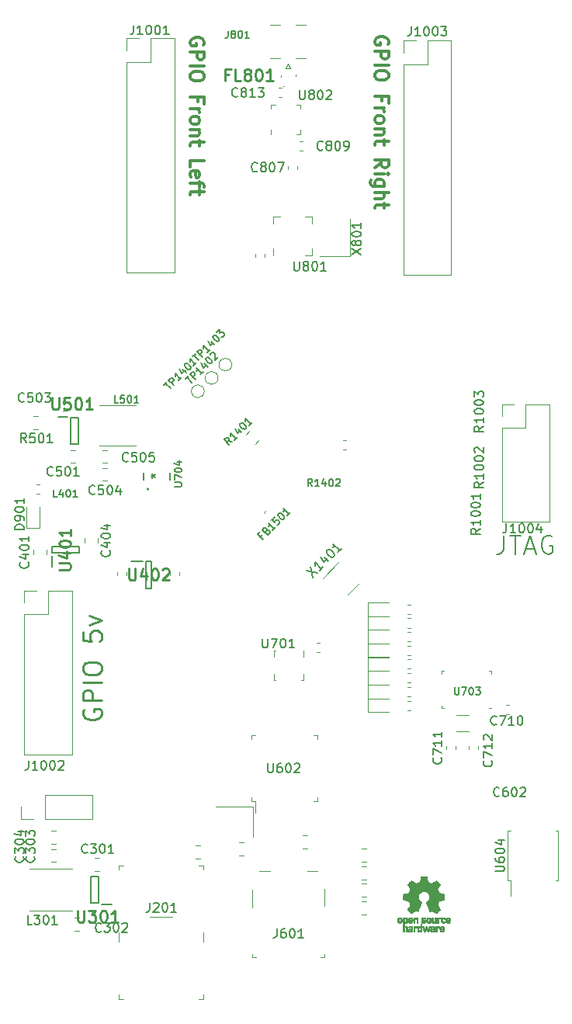
<source format=gbr>
%TF.GenerationSoftware,KiCad,Pcbnew,(5.1.6)-1*%
%TF.CreationDate,2020-12-21T13:22:22+01:00*%
%TF.ProjectId,PCB-Drone-With-FPGA,5043422d-4472-46f6-9e65-2d576974682d,rev?*%
%TF.SameCoordinates,Original*%
%TF.FileFunction,Legend,Top*%
%TF.FilePolarity,Positive*%
%FSLAX46Y46*%
G04 Gerber Fmt 4.6, Leading zero omitted, Abs format (unit mm)*
G04 Created by KiCad (PCBNEW (5.1.6)-1) date 2020-12-21 13:22:22*
%MOMM*%
%LPD*%
G01*
G04 APERTURE LIST*
%ADD10C,0.250000*%
%ADD11C,0.200000*%
%ADD12C,0.300000*%
%ADD13C,0.120000*%
%ADD14C,0.100000*%
%ADD15C,0.152400*%
%ADD16C,0.010000*%
%ADD17C,0.150000*%
%ADD18C,0.254000*%
%ADD19C,0.160000*%
G04 APERTURE END LIST*
D10*
X107700000Y-114766190D02*
X107604761Y-114956666D01*
X107604761Y-115242380D01*
X107700000Y-115528095D01*
X107890476Y-115718571D01*
X108080952Y-115813809D01*
X108461904Y-115909047D01*
X108747619Y-115909047D01*
X109128571Y-115813809D01*
X109319047Y-115718571D01*
X109509523Y-115528095D01*
X109604761Y-115242380D01*
X109604761Y-115051904D01*
X109509523Y-114766190D01*
X109414285Y-114670952D01*
X108747619Y-114670952D01*
X108747619Y-115051904D01*
X109604761Y-113813809D02*
X107604761Y-113813809D01*
X107604761Y-113051904D01*
X107700000Y-112861428D01*
X107795238Y-112766190D01*
X107985714Y-112670952D01*
X108271428Y-112670952D01*
X108461904Y-112766190D01*
X108557142Y-112861428D01*
X108652380Y-113051904D01*
X108652380Y-113813809D01*
X109604761Y-111813809D02*
X107604761Y-111813809D01*
X107604761Y-110480476D02*
X107604761Y-110099523D01*
X107700000Y-109909047D01*
X107890476Y-109718571D01*
X108271428Y-109623333D01*
X108938095Y-109623333D01*
X109319047Y-109718571D01*
X109509523Y-109909047D01*
X109604761Y-110099523D01*
X109604761Y-110480476D01*
X109509523Y-110670952D01*
X109319047Y-110861428D01*
X108938095Y-110956666D01*
X108271428Y-110956666D01*
X107890476Y-110861428D01*
X107700000Y-110670952D01*
X107604761Y-110480476D01*
X107604761Y-106290000D02*
X107604761Y-107242380D01*
X108557142Y-107337619D01*
X108461904Y-107242380D01*
X108366666Y-107051904D01*
X108366666Y-106575714D01*
X108461904Y-106385238D01*
X108557142Y-106290000D01*
X108747619Y-106194761D01*
X109223809Y-106194761D01*
X109414285Y-106290000D01*
X109509523Y-106385238D01*
X109604761Y-106575714D01*
X109604761Y-107051904D01*
X109509523Y-107242380D01*
X109414285Y-107337619D01*
X108271428Y-105528095D02*
X109604761Y-105051904D01*
X108271428Y-104575714D01*
D11*
X153526666Y-95824761D02*
X153526666Y-97253333D01*
X153431428Y-97539047D01*
X153240952Y-97729523D01*
X152955238Y-97824761D01*
X152764761Y-97824761D01*
X154193333Y-95824761D02*
X155336190Y-95824761D01*
X154764761Y-97824761D02*
X154764761Y-95824761D01*
X155907619Y-97253333D02*
X156860000Y-97253333D01*
X155717142Y-97824761D02*
X156383809Y-95824761D01*
X157050476Y-97824761D01*
X158764761Y-95920000D02*
X158574285Y-95824761D01*
X158288571Y-95824761D01*
X158002857Y-95920000D01*
X157812380Y-96110476D01*
X157717142Y-96300952D01*
X157621904Y-96681904D01*
X157621904Y-96967619D01*
X157717142Y-97348571D01*
X157812380Y-97539047D01*
X158002857Y-97729523D01*
X158288571Y-97824761D01*
X158479047Y-97824761D01*
X158764761Y-97729523D01*
X158860000Y-97634285D01*
X158860000Y-96967619D01*
X158479047Y-96967619D01*
D12*
X140850000Y-42271428D02*
X140921428Y-42128571D01*
X140921428Y-41914285D01*
X140850000Y-41700000D01*
X140707142Y-41557142D01*
X140564285Y-41485714D01*
X140278571Y-41414285D01*
X140064285Y-41414285D01*
X139778571Y-41485714D01*
X139635714Y-41557142D01*
X139492857Y-41700000D01*
X139421428Y-41914285D01*
X139421428Y-42057142D01*
X139492857Y-42271428D01*
X139564285Y-42342857D01*
X140064285Y-42342857D01*
X140064285Y-42057142D01*
X139421428Y-42985714D02*
X140921428Y-42985714D01*
X140921428Y-43557142D01*
X140850000Y-43700000D01*
X140778571Y-43771428D01*
X140635714Y-43842857D01*
X140421428Y-43842857D01*
X140278571Y-43771428D01*
X140207142Y-43700000D01*
X140135714Y-43557142D01*
X140135714Y-42985714D01*
X139421428Y-44485714D02*
X140921428Y-44485714D01*
X140921428Y-45485714D02*
X140921428Y-45771428D01*
X140850000Y-45914285D01*
X140707142Y-46057142D01*
X140421428Y-46128571D01*
X139921428Y-46128571D01*
X139635714Y-46057142D01*
X139492857Y-45914285D01*
X139421428Y-45771428D01*
X139421428Y-45485714D01*
X139492857Y-45342857D01*
X139635714Y-45200000D01*
X139921428Y-45128571D01*
X140421428Y-45128571D01*
X140707142Y-45200000D01*
X140850000Y-45342857D01*
X140921428Y-45485714D01*
X140207142Y-48414285D02*
X140207142Y-47914285D01*
X139421428Y-47914285D02*
X140921428Y-47914285D01*
X140921428Y-48628571D01*
X139421428Y-49200000D02*
X140421428Y-49200000D01*
X140135714Y-49200000D02*
X140278571Y-49271428D01*
X140350000Y-49342857D01*
X140421428Y-49485714D01*
X140421428Y-49628571D01*
X139421428Y-50342857D02*
X139492857Y-50200000D01*
X139564285Y-50128571D01*
X139707142Y-50057142D01*
X140135714Y-50057142D01*
X140278571Y-50128571D01*
X140350000Y-50200000D01*
X140421428Y-50342857D01*
X140421428Y-50557142D01*
X140350000Y-50700000D01*
X140278571Y-50771428D01*
X140135714Y-50842857D01*
X139707142Y-50842857D01*
X139564285Y-50771428D01*
X139492857Y-50700000D01*
X139421428Y-50557142D01*
X139421428Y-50342857D01*
X140421428Y-51485714D02*
X139421428Y-51485714D01*
X140278571Y-51485714D02*
X140350000Y-51557142D01*
X140421428Y-51700000D01*
X140421428Y-51914285D01*
X140350000Y-52057142D01*
X140207142Y-52128571D01*
X139421428Y-52128571D01*
X140421428Y-52628571D02*
X140421428Y-53200000D01*
X140921428Y-52842857D02*
X139635714Y-52842857D01*
X139492857Y-52914285D01*
X139421428Y-53057142D01*
X139421428Y-53200000D01*
X139421428Y-55700000D02*
X140135714Y-55200000D01*
X139421428Y-54842857D02*
X140921428Y-54842857D01*
X140921428Y-55414285D01*
X140850000Y-55557142D01*
X140778571Y-55628571D01*
X140635714Y-55700000D01*
X140421428Y-55700000D01*
X140278571Y-55628571D01*
X140207142Y-55557142D01*
X140135714Y-55414285D01*
X140135714Y-54842857D01*
X139421428Y-56342857D02*
X140421428Y-56342857D01*
X140921428Y-56342857D02*
X140850000Y-56271428D01*
X140778571Y-56342857D01*
X140850000Y-56414285D01*
X140921428Y-56342857D01*
X140778571Y-56342857D01*
X140421428Y-57700000D02*
X139207142Y-57700000D01*
X139064285Y-57628571D01*
X138992857Y-57557142D01*
X138921428Y-57414285D01*
X138921428Y-57200000D01*
X138992857Y-57057142D01*
X139492857Y-57700000D02*
X139421428Y-57557142D01*
X139421428Y-57271428D01*
X139492857Y-57128571D01*
X139564285Y-57057142D01*
X139707142Y-56985714D01*
X140135714Y-56985714D01*
X140278571Y-57057142D01*
X140350000Y-57128571D01*
X140421428Y-57271428D01*
X140421428Y-57557142D01*
X140350000Y-57700000D01*
X139421428Y-58414285D02*
X140921428Y-58414285D01*
X139421428Y-59057142D02*
X140207142Y-59057142D01*
X140350000Y-58985714D01*
X140421428Y-58842857D01*
X140421428Y-58628571D01*
X140350000Y-58485714D01*
X140278571Y-58414285D01*
X140421428Y-59557142D02*
X140421428Y-60128571D01*
X140921428Y-59771428D02*
X139635714Y-59771428D01*
X139492857Y-59842857D01*
X139421428Y-59985714D01*
X139421428Y-60128571D01*
X120750000Y-42357142D02*
X120821428Y-42214285D01*
X120821428Y-42000000D01*
X120750000Y-41785714D01*
X120607142Y-41642857D01*
X120464285Y-41571428D01*
X120178571Y-41500000D01*
X119964285Y-41500000D01*
X119678571Y-41571428D01*
X119535714Y-41642857D01*
X119392857Y-41785714D01*
X119321428Y-42000000D01*
X119321428Y-42142857D01*
X119392857Y-42357142D01*
X119464285Y-42428571D01*
X119964285Y-42428571D01*
X119964285Y-42142857D01*
X119321428Y-43071428D02*
X120821428Y-43071428D01*
X120821428Y-43642857D01*
X120750000Y-43785714D01*
X120678571Y-43857142D01*
X120535714Y-43928571D01*
X120321428Y-43928571D01*
X120178571Y-43857142D01*
X120107142Y-43785714D01*
X120035714Y-43642857D01*
X120035714Y-43071428D01*
X119321428Y-44571428D02*
X120821428Y-44571428D01*
X120821428Y-45571428D02*
X120821428Y-45857142D01*
X120750000Y-46000000D01*
X120607142Y-46142857D01*
X120321428Y-46214285D01*
X119821428Y-46214285D01*
X119535714Y-46142857D01*
X119392857Y-46000000D01*
X119321428Y-45857142D01*
X119321428Y-45571428D01*
X119392857Y-45428571D01*
X119535714Y-45285714D01*
X119821428Y-45214285D01*
X120321428Y-45214285D01*
X120607142Y-45285714D01*
X120750000Y-45428571D01*
X120821428Y-45571428D01*
X120107142Y-48500000D02*
X120107142Y-48000000D01*
X119321428Y-48000000D02*
X120821428Y-48000000D01*
X120821428Y-48714285D01*
X119321428Y-49285714D02*
X120321428Y-49285714D01*
X120035714Y-49285714D02*
X120178571Y-49357142D01*
X120250000Y-49428571D01*
X120321428Y-49571428D01*
X120321428Y-49714285D01*
X119321428Y-50428571D02*
X119392857Y-50285714D01*
X119464285Y-50214285D01*
X119607142Y-50142857D01*
X120035714Y-50142857D01*
X120178571Y-50214285D01*
X120250000Y-50285714D01*
X120321428Y-50428571D01*
X120321428Y-50642857D01*
X120250000Y-50785714D01*
X120178571Y-50857142D01*
X120035714Y-50928571D01*
X119607142Y-50928571D01*
X119464285Y-50857142D01*
X119392857Y-50785714D01*
X119321428Y-50642857D01*
X119321428Y-50428571D01*
X120321428Y-51571428D02*
X119321428Y-51571428D01*
X120178571Y-51571428D02*
X120250000Y-51642857D01*
X120321428Y-51785714D01*
X120321428Y-52000000D01*
X120250000Y-52142857D01*
X120107142Y-52214285D01*
X119321428Y-52214285D01*
X120321428Y-52714285D02*
X120321428Y-53285714D01*
X120821428Y-52928571D02*
X119535714Y-52928571D01*
X119392857Y-53000000D01*
X119321428Y-53142857D01*
X119321428Y-53285714D01*
X119321428Y-55642857D02*
X119321428Y-54928571D01*
X120821428Y-54928571D01*
X119392857Y-56714285D02*
X119321428Y-56571428D01*
X119321428Y-56285714D01*
X119392857Y-56142857D01*
X119535714Y-56071428D01*
X120107142Y-56071428D01*
X120250000Y-56142857D01*
X120321428Y-56285714D01*
X120321428Y-56571428D01*
X120250000Y-56714285D01*
X120107142Y-56785714D01*
X119964285Y-56785714D01*
X119821428Y-56071428D01*
X120321428Y-57214285D02*
X120321428Y-57785714D01*
X119321428Y-57428571D02*
X120607142Y-57428571D01*
X120750000Y-57500000D01*
X120821428Y-57642857D01*
X120821428Y-57785714D01*
X120321428Y-58071428D02*
X120321428Y-58642857D01*
X120821428Y-58285714D02*
X119535714Y-58285714D01*
X119392857Y-58357142D01*
X119321428Y-58500000D01*
X119321428Y-58642857D01*
D13*
%TO.C,U801*%
X128360000Y-64525000D02*
X128360000Y-65250000D01*
X132580000Y-61030000D02*
X131855000Y-61030000D01*
X132580000Y-61755000D02*
X132580000Y-61030000D01*
X132580000Y-65250000D02*
X131855000Y-65250000D01*
X132580000Y-64525000D02*
X132580000Y-65250000D01*
X128360000Y-61030000D02*
X129085000Y-61030000D01*
X128360000Y-61755000D02*
X128360000Y-61030000D01*
D11*
%TO.C,U501*%
X106265000Y-82970000D02*
X107115000Y-82970000D01*
X107115000Y-82970000D02*
X107115000Y-85870000D01*
X107115000Y-85870000D02*
X106265000Y-85870000D01*
X106265000Y-85870000D02*
X106265000Y-82970000D01*
X104865000Y-82845000D02*
X105915000Y-82845000D01*
%TO.C,U402*%
X112887498Y-98601166D02*
X114137498Y-98601166D01*
X114487498Y-101601166D02*
X114487498Y-98601166D01*
X115037498Y-101601166D02*
X114487498Y-101601166D01*
X115037498Y-98601166D02*
X115037498Y-101601166D01*
X114487498Y-98601166D02*
X115037498Y-98601166D01*
%TO.C,U401*%
X104180000Y-99183000D02*
X104180000Y-98033000D01*
X107155000Y-97683000D02*
X104205000Y-97683000D01*
X107155000Y-97033000D02*
X107155000Y-97683000D01*
X104205000Y-97033000D02*
X107155000Y-97033000D01*
X104205000Y-97683000D02*
X104205000Y-97033000D01*
%TO.C,U301*%
X109324999Y-135900000D02*
X108474999Y-135900000D01*
X108474999Y-135900000D02*
X108474999Y-133000000D01*
X108474999Y-133000000D02*
X109324999Y-133000000D01*
X109324999Y-133000000D02*
X109324999Y-135900000D01*
X110724999Y-136025000D02*
X109674999Y-136025000D01*
D13*
%TO.C,X801*%
X136710000Y-65320000D02*
X136710000Y-61320000D01*
X133410000Y-65320000D02*
X136710000Y-65320000D01*
%TO.C,C813*%
X128933733Y-48030000D02*
X129276267Y-48030000D01*
X128933733Y-47010000D02*
X129276267Y-47010000D01*
%TO.C,C809*%
X131526266Y-52810000D02*
X131183732Y-52810000D01*
X131526266Y-53830000D02*
X131183732Y-53830000D01*
%TO.C,C807*%
X129975000Y-55543732D02*
X129975000Y-55886266D01*
X130995000Y-55543732D02*
X130995000Y-55886266D01*
%TO.C,C801*%
X126360000Y-65127221D02*
X126360000Y-65452779D01*
X127380000Y-65127221D02*
X127380000Y-65452779D01*
%TO.C,U802*%
X128120000Y-51565000D02*
X128120000Y-52040000D01*
X131340000Y-48820000D02*
X130865000Y-48820000D01*
X131340000Y-49295000D02*
X131340000Y-48820000D01*
X131340000Y-52040000D02*
X130865000Y-52040000D01*
X131340000Y-51565000D02*
X131340000Y-52040000D01*
X128120000Y-48820000D02*
X128595000Y-48820000D01*
X128120000Y-49295000D02*
X128120000Y-48820000D01*
D14*
%TO.C,FL801*%
X129470000Y-46820000D02*
X129470000Y-46820000D01*
X129570000Y-46820000D02*
X129570000Y-46820000D01*
X129170000Y-45820000D02*
X129170000Y-45620000D01*
X130770000Y-45720000D02*
X130770000Y-45520000D01*
X129470000Y-46820000D02*
G75*
G02*
X129570000Y-46820000I50000J0D01*
G01*
X129570000Y-46820000D02*
G75*
G02*
X129470000Y-46820000I-50000J0D01*
G01*
D13*
%TO.C,X1401*%
X136492046Y-102284838D02*
X137764838Y-101012046D01*
X135487954Y-98735162D02*
X133755543Y-100467574D01*
%TO.C,R915*%
X138478578Y-131400000D02*
X137961422Y-131400000D01*
X138478578Y-129980000D02*
X137961422Y-129980000D01*
%TO.C,R914*%
X137961422Y-131890000D02*
X138478578Y-131890000D01*
X137961422Y-133310000D02*
X138478578Y-133310000D01*
%TO.C,R913*%
X138478578Y-135210000D02*
X137961422Y-135210000D01*
X138478578Y-133790000D02*
X137961422Y-133790000D01*
%TO.C,R912*%
X137958922Y-135700000D02*
X138476078Y-135700000D01*
X137958922Y-137120000D02*
X138476078Y-137120000D01*
%TO.C,R911*%
X142984721Y-103370000D02*
X143310279Y-103370000D01*
X142984721Y-104390000D02*
X143310279Y-104390000D01*
%TO.C,R910*%
X142987221Y-104840001D02*
X143312779Y-104840001D01*
X142987221Y-105860001D02*
X143312779Y-105860001D01*
%TO.C,R909*%
X142987221Y-106330000D02*
X143312779Y-106330000D01*
X142987221Y-107350000D02*
X143312779Y-107350000D01*
%TO.C,R908*%
X142987221Y-107830000D02*
X143312779Y-107830000D01*
X142987221Y-108850000D02*
X143312779Y-108850000D01*
%TO.C,R907*%
X142979721Y-109320000D02*
X143305279Y-109320000D01*
X142979721Y-110340000D02*
X143305279Y-110340000D01*
%TO.C,R906*%
X142977221Y-110810000D02*
X143302779Y-110810000D01*
X142977221Y-111830000D02*
X143302779Y-111830000D01*
%TO.C,R905*%
X142977221Y-112320000D02*
X143302779Y-112320000D01*
X142977221Y-113340000D02*
X143302779Y-113340000D01*
%TO.C,R904*%
X142977220Y-113830000D02*
X143302778Y-113830000D01*
X142977220Y-114850000D02*
X143302778Y-114850000D01*
%TO.C,R903*%
X102507221Y-90260000D02*
X102832779Y-90260000D01*
X102507221Y-91280000D02*
X102832779Y-91280000D01*
%TO.C,D909*%
X140950000Y-103145000D02*
X138665000Y-103145000D01*
X138665000Y-103145000D02*
X138665000Y-104615000D01*
X138665000Y-104615000D02*
X140950000Y-104615000D01*
%TO.C,D908*%
X140950000Y-104615000D02*
X138665000Y-104615000D01*
X138665000Y-104615000D02*
X138665000Y-106085000D01*
X138665000Y-106085000D02*
X140950000Y-106085000D01*
%TO.C,D907*%
X140950000Y-106105000D02*
X138665000Y-106105000D01*
X138665000Y-106105000D02*
X138665000Y-107575000D01*
X138665000Y-107575000D02*
X140950000Y-107575000D01*
%TO.C,D906*%
X140950001Y-107605000D02*
X138665001Y-107605000D01*
X138665001Y-107605000D02*
X138665001Y-109075000D01*
X138665001Y-109075000D02*
X140950001Y-109075000D01*
%TO.C,D905*%
X140950001Y-109095000D02*
X138665001Y-109095000D01*
X138665001Y-109095000D02*
X138665001Y-110565000D01*
X138665001Y-110565000D02*
X140950001Y-110565000D01*
%TO.C,D904*%
X140950001Y-110585000D02*
X138665001Y-110585000D01*
X138665001Y-110585000D02*
X138665001Y-112055000D01*
X138665001Y-112055000D02*
X140950001Y-112055000D01*
%TO.C,D903*%
X140950000Y-112095000D02*
X138665000Y-112095000D01*
X138665000Y-112095000D02*
X138665000Y-113565000D01*
X138665000Y-113565000D02*
X140950000Y-113565000D01*
%TO.C,D902*%
X140960000Y-113605000D02*
X138675000Y-113605000D01*
X138675000Y-113605000D02*
X138675000Y-115075000D01*
X138675000Y-115075000D02*
X140960000Y-115075000D01*
%TO.C,D901*%
X101395000Y-92667500D02*
X101395000Y-94952500D01*
X101395000Y-94952500D02*
X102865000Y-94952500D01*
X102865000Y-94952500D02*
X102865000Y-92667500D01*
%TO.C,Y601*%
X126120000Y-125370000D02*
X122120000Y-125370000D01*
X126120000Y-128670000D02*
X126120000Y-125370000D01*
%TO.C,FB603*%
X119888748Y-131050000D02*
X120411252Y-131050000D01*
X119888748Y-129630000D02*
X120411252Y-129630000D01*
%TO.C,FB602*%
X125156252Y-129250000D02*
X124633748Y-129250000D01*
X125156252Y-130670000D02*
X124633748Y-130670000D01*
%TO.C,FB601*%
X131588748Y-129920000D02*
X132111252Y-129920000D01*
X131588748Y-128500000D02*
X132111252Y-128500000D01*
%TO.C,C304*%
X104138748Y-129410000D02*
X104661252Y-129410000D01*
X104138748Y-127990000D02*
X104661252Y-127990000D01*
%TO.C,C303*%
X104138747Y-131410000D02*
X104661251Y-131410000D01*
X104138747Y-129990000D02*
X104661251Y-129990000D01*
%TO.C,C302*%
X107161252Y-137489999D02*
X106638748Y-137489999D01*
X107161252Y-138909999D02*
X106638748Y-138909999D01*
%TO.C,C301*%
X109411252Y-130990000D02*
X108888748Y-130990000D01*
X109411252Y-132410000D02*
X108888748Y-132410000D01*
%TO.C,FB1502*%
X135928733Y-86410000D02*
X136271267Y-86410000D01*
X135928733Y-85390000D02*
X136271267Y-85390000D01*
%TO.C,FB1501*%
X128019520Y-94111729D02*
X128261729Y-93869520D01*
X127298271Y-93390480D02*
X127540480Y-93148271D01*
%TO.C,TP1403*%
X123825000Y-77175000D02*
G75*
G03*
X123825000Y-77175000I-700000J0D01*
G01*
%TO.C,TP1402*%
X122325000Y-78625000D02*
G75*
G03*
X122325000Y-78625000I-700000J0D01*
G01*
%TO.C,TP1401*%
X120825000Y-80075000D02*
G75*
G03*
X120825000Y-80075000I-700000J0D01*
G01*
%TO.C,C1525*%
X126379204Y-85794888D02*
X126744888Y-85429204D01*
X125375112Y-84790796D02*
X125740796Y-84425112D01*
%TO.C,U604*%
X154215000Y-133445000D02*
X154215000Y-135120000D01*
X153955000Y-133445000D02*
X154215000Y-133445000D01*
X153955000Y-130720000D02*
X153955000Y-133445000D01*
X153955000Y-127995000D02*
X154215000Y-127995000D01*
X153955000Y-130720000D02*
X153955000Y-127995000D01*
X159405000Y-133445000D02*
X159145000Y-133445000D01*
X159405000Y-130720000D02*
X159405000Y-133445000D01*
X159405000Y-127995000D02*
X159145000Y-127995000D01*
X159405000Y-130720000D02*
X159405000Y-127995000D01*
%TO.C,Y701*%
X149650000Y-115405000D02*
X148300000Y-115405000D01*
X149650000Y-117155000D02*
X148300000Y-117155000D01*
%TO.C,U701*%
X131610000Y-110935000D02*
X131610000Y-111610000D01*
X131610000Y-111610000D02*
X131435000Y-111610000D01*
X128390000Y-109065000D02*
X128390000Y-108390000D01*
X128390000Y-108390000D02*
X128565000Y-108390000D01*
X128390000Y-110935000D02*
X128390000Y-111610000D01*
X128390000Y-111610000D02*
X128565000Y-111610000D01*
X131610000Y-109065000D02*
X131610000Y-108390000D01*
%TO.C,C712*%
X149715000Y-119117779D02*
X149715000Y-118792221D01*
X150735000Y-119117779D02*
X150735000Y-118792221D01*
%TO.C,C711*%
X147215000Y-119105279D02*
X147215000Y-118779721D01*
X148235000Y-119105279D02*
X148235000Y-118779721D01*
%TO.C,C710*%
X153762221Y-114245000D02*
X154087779Y-114245000D01*
X153762221Y-115265000D02*
X154087779Y-115265000D01*
%TO.C,C702*%
X133124722Y-107490000D02*
X133450280Y-107490000D01*
X133124722Y-108510000D02*
X133450280Y-108510000D01*
%TO.C,R502*%
X105371422Y-80800000D02*
X105888578Y-80800000D01*
X105371422Y-82220000D02*
X105888578Y-82220000D01*
%TO.C,R501*%
X102178748Y-82770000D02*
X102701252Y-82770000D01*
X102178748Y-84190000D02*
X102701252Y-84190000D01*
%TO.C,L501*%
X109390000Y-81640000D02*
X113390000Y-81640000D01*
X109390000Y-86040000D02*
X113390000Y-86040000D01*
%TO.C,C505*%
X110208578Y-87900000D02*
X109691422Y-87900000D01*
X110208578Y-86480000D02*
X109691422Y-86480000D01*
%TO.C,C504*%
X110208578Y-89850000D02*
X109691422Y-89850000D01*
X110208578Y-88430000D02*
X109691422Y-88430000D01*
%TO.C,C501*%
X106271422Y-86480000D02*
X106788578Y-86480000D01*
X106271422Y-87900000D02*
X106788578Y-87900000D01*
%TO.C,C404*%
X107764000Y-96083422D02*
X107764000Y-96600578D01*
X109184000Y-96083422D02*
X109184000Y-96600578D01*
%TO.C,C403*%
X117121772Y-99787417D02*
X117121772Y-100112975D01*
X118141772Y-99787417D02*
X118141772Y-100112975D01*
%TO.C,C402*%
X111344710Y-99787417D02*
X111344710Y-100112975D01*
X112364710Y-99787417D02*
X112364710Y-100112975D01*
%TO.C,C401*%
X103596000Y-97870578D02*
X103596000Y-97353422D01*
X102176000Y-97870578D02*
X102176000Y-97353422D01*
%TO.C,L301*%
X106400000Y-136750000D02*
X101800000Y-136750000D01*
X101800000Y-132150000D02*
X106400000Y-132150000D01*
%TO.C,J1004*%
X153300000Y-94300000D02*
X158500000Y-94300000D01*
X153300000Y-84080000D02*
X153300000Y-94300000D01*
X158500000Y-81480000D02*
X158500000Y-94300000D01*
X153300000Y-84080000D02*
X155900000Y-84080000D01*
X155900000Y-84080000D02*
X155900000Y-81480000D01*
X155900000Y-81480000D02*
X158500000Y-81480000D01*
X153300000Y-82810000D02*
X153300000Y-81480000D01*
X153300000Y-81480000D02*
X154630000Y-81480000D01*
%TO.C,J1003*%
X142570000Y-67370000D02*
X147770000Y-67370000D01*
X142570000Y-44450000D02*
X142570000Y-67370000D01*
X147770000Y-41850000D02*
X147770000Y-67370000D01*
X142570000Y-44450000D02*
X145170000Y-44450000D01*
X145170000Y-44450000D02*
X145170000Y-41850000D01*
X145170000Y-41850000D02*
X147770000Y-41850000D01*
X142570000Y-43180000D02*
X142570000Y-41850000D01*
X142570000Y-41850000D02*
X143900000Y-41850000D01*
%TO.C,J1002*%
X101206000Y-119696000D02*
X106406000Y-119696000D01*
X101206000Y-104396000D02*
X101206000Y-119696000D01*
X106406000Y-101796000D02*
X106406000Y-119696000D01*
X101206000Y-104396000D02*
X103806000Y-104396000D01*
X103806000Y-104396000D02*
X103806000Y-101796000D01*
X103806000Y-101796000D02*
X106406000Y-101796000D01*
X101206000Y-103126000D02*
X101206000Y-101796000D01*
X101206000Y-101796000D02*
X102536000Y-101796000D01*
%TO.C,J1001*%
X112370000Y-67090000D02*
X117570000Y-67090000D01*
X112370000Y-44170000D02*
X112370000Y-67090000D01*
X117570000Y-41570000D02*
X117570000Y-67090000D01*
X112370000Y-44170000D02*
X114970000Y-44170000D01*
X114970000Y-44170000D02*
X114970000Y-41570000D01*
X114970000Y-41570000D02*
X117570000Y-41570000D01*
X112370000Y-42900000D02*
X112370000Y-41570000D01*
X112370000Y-41570000D02*
X113700000Y-41570000D01*
D14*
%TO.C,J601*%
X128025000Y-132375000D02*
X126800000Y-132375000D01*
X133150000Y-132375000D02*
X132075000Y-132375000D01*
X126025000Y-134475000D02*
X126025000Y-136350000D01*
X133975000Y-136200000D02*
X133975000Y-134325000D01*
X133975000Y-141500000D02*
X133975000Y-141425000D01*
X133975000Y-141500000D02*
X133975000Y-141825000D01*
X133975000Y-141825000D02*
X133475000Y-141825000D01*
X126025000Y-141525000D02*
X126025000Y-141450000D01*
X126025000Y-141525000D02*
X126025000Y-141825000D01*
X126025000Y-141825000D02*
X126450000Y-141825000D01*
D13*
%TO.C,JP201*%
X100870000Y-126730000D02*
X100870000Y-125400000D01*
X102200000Y-126730000D02*
X100870000Y-126730000D01*
X103470000Y-126730000D02*
X103470000Y-124070000D01*
X103470000Y-124070000D02*
X108610000Y-124070000D01*
X103470000Y-126730000D02*
X108610000Y-126730000D01*
X108610000Y-126730000D02*
X108610000Y-124070000D01*
D14*
%TO.C,J201*%
X111500000Y-131770000D02*
X112000000Y-131770000D01*
X111500000Y-131770000D02*
X111500000Y-132270000D01*
X120700000Y-131770000D02*
X120200000Y-131770000D01*
X120700000Y-131770000D02*
X120700000Y-132270000D01*
X117300000Y-137370000D02*
X114900000Y-137370000D01*
X120700000Y-146370000D02*
X120700000Y-145870000D01*
X120700000Y-146370000D02*
X120200000Y-146370000D01*
X111500000Y-146370000D02*
X112000000Y-146370000D01*
X111500000Y-146370000D02*
X111500000Y-145870000D01*
X120700000Y-139070000D02*
X120700000Y-140070000D01*
X111500000Y-139070000D02*
X111500000Y-140070000D01*
D13*
%TO.C,U602*%
X126430000Y-124800000D02*
X126430000Y-126090000D01*
X125980000Y-124800000D02*
X126430000Y-124800000D01*
X125980000Y-124350000D02*
X125980000Y-124800000D01*
X125980000Y-117580000D02*
X126430000Y-117580000D01*
X125980000Y-118030000D02*
X125980000Y-117580000D01*
X133200000Y-124800000D02*
X132750000Y-124800000D01*
X133200000Y-124350000D02*
X133200000Y-124800000D01*
X133200000Y-117580000D02*
X132750000Y-117580000D01*
X133200000Y-118030000D02*
X133200000Y-117580000D01*
D15*
%TO.C,U704*%
X117082400Y-89761912D02*
X117082400Y-88958088D01*
X114237600Y-88958088D02*
X114237600Y-89761912D01*
X114761221Y-90739093D02*
G75*
G03*
X114761221Y-90739093I-76200J0D01*
G01*
D13*
%TO.C,U703*%
X146715000Y-114615000D02*
X146715000Y-114355000D01*
X146715000Y-114615000D02*
X146975000Y-114615000D01*
X146715000Y-110595000D02*
X146715000Y-110855000D01*
X146715000Y-110595000D02*
X146975000Y-110595000D01*
X152135000Y-114615000D02*
X151875000Y-114615000D01*
X152135000Y-110595000D02*
X152135000Y-110855000D01*
X152135000Y-110595000D02*
X151875000Y-110595000D01*
%TO.C,J801*%
X130225000Y-44835000D02*
X129975000Y-44335000D01*
X129725000Y-44835000D02*
X130225000Y-44835000D01*
X129975000Y-44335000D02*
X129725000Y-44835000D01*
X131925000Y-40075000D02*
X130815000Y-40075000D01*
X129135000Y-40075000D02*
X128025000Y-40075000D01*
X131925000Y-43785000D02*
X130815000Y-43785000D01*
X129135000Y-43785000D02*
X128025000Y-43785000D01*
D16*
%TO.C,LOGO101*%
G36*
X142851241Y-137469184D02*
G01*
X142877753Y-137482282D01*
X142910447Y-137505106D01*
X142934275Y-137529996D01*
X142950594Y-137561249D01*
X142960760Y-137603166D01*
X142966128Y-137660044D01*
X142968056Y-137736184D01*
X142968169Y-137768917D01*
X142967839Y-137840656D01*
X142966473Y-137891927D01*
X142963500Y-137927404D01*
X142958351Y-137951763D01*
X142950457Y-137969680D01*
X142942243Y-137981902D01*
X142889813Y-138033905D01*
X142828070Y-138065184D01*
X142761464Y-138074592D01*
X142694442Y-138060980D01*
X142673208Y-138051354D01*
X142622376Y-138024859D01*
X142622376Y-138440052D01*
X142659475Y-138420868D01*
X142708357Y-138406025D01*
X142768439Y-138402222D01*
X142828436Y-138409243D01*
X142873744Y-138425013D01*
X142911325Y-138455047D01*
X142943436Y-138498024D01*
X142945850Y-138502436D01*
X142956033Y-138523221D01*
X142963470Y-138544170D01*
X142968589Y-138569548D01*
X142971819Y-138603618D01*
X142973587Y-138650641D01*
X142974323Y-138714882D01*
X142974456Y-138787176D01*
X142974456Y-139017822D01*
X142836139Y-139017822D01*
X142836139Y-138592533D01*
X142797451Y-138559979D01*
X142757262Y-138533940D01*
X142719203Y-138529205D01*
X142680934Y-138541389D01*
X142660538Y-138553320D01*
X142645358Y-138570313D01*
X142634562Y-138595995D01*
X142627317Y-138633991D01*
X142622792Y-138687926D01*
X142620156Y-138761425D01*
X142619228Y-138810347D01*
X142616089Y-139011535D01*
X142550074Y-139015336D01*
X142484060Y-139019136D01*
X142484060Y-137770650D01*
X142622376Y-137770650D01*
X142625903Y-137840254D01*
X142637785Y-137888569D01*
X142659980Y-137918631D01*
X142694441Y-137933471D01*
X142729258Y-137936436D01*
X142768671Y-137933028D01*
X142794829Y-137919617D01*
X142811186Y-137901896D01*
X142824063Y-137882835D01*
X142831728Y-137861601D01*
X142835139Y-137831849D01*
X142835251Y-137787236D01*
X142834103Y-137749880D01*
X142831468Y-137693604D01*
X142827544Y-137656658D01*
X142820937Y-137633223D01*
X142810251Y-137617480D01*
X142800167Y-137608380D01*
X142758030Y-137588537D01*
X142708160Y-137585332D01*
X142679524Y-137592168D01*
X142651172Y-137616464D01*
X142632391Y-137663728D01*
X142623288Y-137733624D01*
X142622376Y-137770650D01*
X142484060Y-137770650D01*
X142484060Y-137458614D01*
X142553218Y-137458614D01*
X142594740Y-137460256D01*
X142616162Y-137466087D01*
X142622374Y-137477461D01*
X142622376Y-137477798D01*
X142625258Y-137488938D01*
X142637970Y-137487673D01*
X142663243Y-137475433D01*
X142722131Y-137456707D01*
X142788385Y-137454739D01*
X142851241Y-137469184D01*
G37*
X142851241Y-137469184D02*
X142877753Y-137482282D01*
X142910447Y-137505106D01*
X142934275Y-137529996D01*
X142950594Y-137561249D01*
X142960760Y-137603166D01*
X142966128Y-137660044D01*
X142968056Y-137736184D01*
X142968169Y-137768917D01*
X142967839Y-137840656D01*
X142966473Y-137891927D01*
X142963500Y-137927404D01*
X142958351Y-137951763D01*
X142950457Y-137969680D01*
X142942243Y-137981902D01*
X142889813Y-138033905D01*
X142828070Y-138065184D01*
X142761464Y-138074592D01*
X142694442Y-138060980D01*
X142673208Y-138051354D01*
X142622376Y-138024859D01*
X142622376Y-138440052D01*
X142659475Y-138420868D01*
X142708357Y-138406025D01*
X142768439Y-138402222D01*
X142828436Y-138409243D01*
X142873744Y-138425013D01*
X142911325Y-138455047D01*
X142943436Y-138498024D01*
X142945850Y-138502436D01*
X142956033Y-138523221D01*
X142963470Y-138544170D01*
X142968589Y-138569548D01*
X142971819Y-138603618D01*
X142973587Y-138650641D01*
X142974323Y-138714882D01*
X142974456Y-138787176D01*
X142974456Y-139017822D01*
X142836139Y-139017822D01*
X142836139Y-138592533D01*
X142797451Y-138559979D01*
X142757262Y-138533940D01*
X142719203Y-138529205D01*
X142680934Y-138541389D01*
X142660538Y-138553320D01*
X142645358Y-138570313D01*
X142634562Y-138595995D01*
X142627317Y-138633991D01*
X142622792Y-138687926D01*
X142620156Y-138761425D01*
X142619228Y-138810347D01*
X142616089Y-139011535D01*
X142550074Y-139015336D01*
X142484060Y-139019136D01*
X142484060Y-137770650D01*
X142622376Y-137770650D01*
X142625903Y-137840254D01*
X142637785Y-137888569D01*
X142659980Y-137918631D01*
X142694441Y-137933471D01*
X142729258Y-137936436D01*
X142768671Y-137933028D01*
X142794829Y-137919617D01*
X142811186Y-137901896D01*
X142824063Y-137882835D01*
X142831728Y-137861601D01*
X142835139Y-137831849D01*
X142835251Y-137787236D01*
X142834103Y-137749880D01*
X142831468Y-137693604D01*
X142827544Y-137656658D01*
X142820937Y-137633223D01*
X142810251Y-137617480D01*
X142800167Y-137608380D01*
X142758030Y-137588537D01*
X142708160Y-137585332D01*
X142679524Y-137592168D01*
X142651172Y-137616464D01*
X142632391Y-137663728D01*
X142623288Y-137733624D01*
X142622376Y-137770650D01*
X142484060Y-137770650D01*
X142484060Y-137458614D01*
X142553218Y-137458614D01*
X142594740Y-137460256D01*
X142616162Y-137466087D01*
X142622374Y-137477461D01*
X142622376Y-137477798D01*
X142625258Y-137488938D01*
X142637970Y-137487673D01*
X142663243Y-137475433D01*
X142722131Y-137456707D01*
X142788385Y-137454739D01*
X142851241Y-137469184D01*
G36*
X143375790Y-138406555D02*
G01*
X143434945Y-138422339D01*
X143479977Y-138450948D01*
X143511754Y-138488419D01*
X143521634Y-138504411D01*
X143528927Y-138521163D01*
X143534026Y-138542592D01*
X143537321Y-138572616D01*
X143539203Y-138615154D01*
X143540063Y-138674122D01*
X143540293Y-138753440D01*
X143540297Y-138774484D01*
X143540297Y-139017822D01*
X143479941Y-139017822D01*
X143441443Y-139015126D01*
X143412977Y-139008295D01*
X143405845Y-139004083D01*
X143386348Y-138996813D01*
X143366434Y-139004083D01*
X143333647Y-139013160D01*
X143286022Y-139016813D01*
X143233236Y-139015228D01*
X143184964Y-139008589D01*
X143156782Y-139000072D01*
X143102247Y-138965063D01*
X143068165Y-138916479D01*
X143052843Y-138851882D01*
X143052701Y-138850223D01*
X143054045Y-138821566D01*
X143175644Y-138821566D01*
X143186274Y-138854161D01*
X143203590Y-138872505D01*
X143238348Y-138886379D01*
X143284227Y-138891917D01*
X143331012Y-138889191D01*
X143368486Y-138878274D01*
X143378985Y-138871269D01*
X143397332Y-138838904D01*
X143401980Y-138802111D01*
X143401980Y-138753763D01*
X143332418Y-138753763D01*
X143266333Y-138758850D01*
X143216236Y-138773263D01*
X143185071Y-138795729D01*
X143175644Y-138821566D01*
X143054045Y-138821566D01*
X143056013Y-138779647D01*
X143079290Y-138723845D01*
X143123052Y-138681647D01*
X143129101Y-138677808D01*
X143155093Y-138665309D01*
X143187265Y-138657740D01*
X143232240Y-138654061D01*
X143285669Y-138653216D01*
X143401980Y-138653169D01*
X143401980Y-138604411D01*
X143397047Y-138566581D01*
X143384457Y-138541236D01*
X143382983Y-138539887D01*
X143354966Y-138528800D01*
X143312674Y-138524503D01*
X143265936Y-138526615D01*
X143224582Y-138534756D01*
X143200043Y-138546965D01*
X143186747Y-138556746D01*
X143172706Y-138558613D01*
X143153329Y-138550600D01*
X143124024Y-138530739D01*
X143080197Y-138497063D01*
X143076175Y-138493909D01*
X143078236Y-138482236D01*
X143095432Y-138462822D01*
X143121567Y-138441248D01*
X143150448Y-138423096D01*
X143159522Y-138418809D01*
X143192620Y-138410256D01*
X143241120Y-138404155D01*
X143295305Y-138401708D01*
X143297839Y-138401703D01*
X143375790Y-138406555D01*
G37*
X143375790Y-138406555D02*
X143434945Y-138422339D01*
X143479977Y-138450948D01*
X143511754Y-138488419D01*
X143521634Y-138504411D01*
X143528927Y-138521163D01*
X143534026Y-138542592D01*
X143537321Y-138572616D01*
X143539203Y-138615154D01*
X143540063Y-138674122D01*
X143540293Y-138753440D01*
X143540297Y-138774484D01*
X143540297Y-139017822D01*
X143479941Y-139017822D01*
X143441443Y-139015126D01*
X143412977Y-139008295D01*
X143405845Y-139004083D01*
X143386348Y-138996813D01*
X143366434Y-139004083D01*
X143333647Y-139013160D01*
X143286022Y-139016813D01*
X143233236Y-139015228D01*
X143184964Y-139008589D01*
X143156782Y-139000072D01*
X143102247Y-138965063D01*
X143068165Y-138916479D01*
X143052843Y-138851882D01*
X143052701Y-138850223D01*
X143054045Y-138821566D01*
X143175644Y-138821566D01*
X143186274Y-138854161D01*
X143203590Y-138872505D01*
X143238348Y-138886379D01*
X143284227Y-138891917D01*
X143331012Y-138889191D01*
X143368486Y-138878274D01*
X143378985Y-138871269D01*
X143397332Y-138838904D01*
X143401980Y-138802111D01*
X143401980Y-138753763D01*
X143332418Y-138753763D01*
X143266333Y-138758850D01*
X143216236Y-138773263D01*
X143185071Y-138795729D01*
X143175644Y-138821566D01*
X143054045Y-138821566D01*
X143056013Y-138779647D01*
X143079290Y-138723845D01*
X143123052Y-138681647D01*
X143129101Y-138677808D01*
X143155093Y-138665309D01*
X143187265Y-138657740D01*
X143232240Y-138654061D01*
X143285669Y-138653216D01*
X143401980Y-138653169D01*
X143401980Y-138604411D01*
X143397047Y-138566581D01*
X143384457Y-138541236D01*
X143382983Y-138539887D01*
X143354966Y-138528800D01*
X143312674Y-138524503D01*
X143265936Y-138526615D01*
X143224582Y-138534756D01*
X143200043Y-138546965D01*
X143186747Y-138556746D01*
X143172706Y-138558613D01*
X143153329Y-138550600D01*
X143124024Y-138530739D01*
X143080197Y-138497063D01*
X143076175Y-138493909D01*
X143078236Y-138482236D01*
X143095432Y-138462822D01*
X143121567Y-138441248D01*
X143150448Y-138423096D01*
X143159522Y-138418809D01*
X143192620Y-138410256D01*
X143241120Y-138404155D01*
X143295305Y-138401708D01*
X143297839Y-138401703D01*
X143375790Y-138406555D01*
G36*
X143766644Y-138403020D02*
G01*
X143785461Y-138408660D01*
X143791527Y-138421053D01*
X143791782Y-138426647D01*
X143792871Y-138442230D01*
X143800368Y-138444676D01*
X143820619Y-138433993D01*
X143832649Y-138426694D01*
X143870600Y-138411063D01*
X143915928Y-138403334D01*
X143963456Y-138402740D01*
X144008005Y-138408513D01*
X144044398Y-138419884D01*
X144067457Y-138436088D01*
X144072004Y-138456355D01*
X144069709Y-138461843D01*
X144052980Y-138484626D01*
X144027037Y-138512647D01*
X144022345Y-138517177D01*
X143997617Y-138538005D01*
X143976282Y-138544735D01*
X143946445Y-138540038D01*
X143934492Y-138536917D01*
X143897295Y-138529421D01*
X143871141Y-138532792D01*
X143849054Y-138544681D01*
X143828822Y-138560635D01*
X143813921Y-138580700D01*
X143803566Y-138608702D01*
X143796971Y-138648467D01*
X143793351Y-138703823D01*
X143791922Y-138778594D01*
X143791782Y-138823740D01*
X143791782Y-139017822D01*
X143666040Y-139017822D01*
X143666040Y-138401683D01*
X143728911Y-138401683D01*
X143766644Y-138403020D01*
G37*
X143766644Y-138403020D02*
X143785461Y-138408660D01*
X143791527Y-138421053D01*
X143791782Y-138426647D01*
X143792871Y-138442230D01*
X143800368Y-138444676D01*
X143820619Y-138433993D01*
X143832649Y-138426694D01*
X143870600Y-138411063D01*
X143915928Y-138403334D01*
X143963456Y-138402740D01*
X144008005Y-138408513D01*
X144044398Y-138419884D01*
X144067457Y-138436088D01*
X144072004Y-138456355D01*
X144069709Y-138461843D01*
X144052980Y-138484626D01*
X144027037Y-138512647D01*
X144022345Y-138517177D01*
X143997617Y-138538005D01*
X143976282Y-138544735D01*
X143946445Y-138540038D01*
X143934492Y-138536917D01*
X143897295Y-138529421D01*
X143871141Y-138532792D01*
X143849054Y-138544681D01*
X143828822Y-138560635D01*
X143813921Y-138580700D01*
X143803566Y-138608702D01*
X143796971Y-138648467D01*
X143793351Y-138703823D01*
X143791922Y-138778594D01*
X143791782Y-138823740D01*
X143791782Y-139017822D01*
X143666040Y-139017822D01*
X143666040Y-138401683D01*
X143728911Y-138401683D01*
X143766644Y-138403020D01*
G36*
X144558812Y-139017822D02*
G01*
X144489654Y-139017822D01*
X144449512Y-139016645D01*
X144428606Y-139011772D01*
X144421078Y-139001186D01*
X144420495Y-138994029D01*
X144419226Y-138979676D01*
X144411221Y-138976923D01*
X144390185Y-138985771D01*
X144373827Y-138994029D01*
X144311023Y-139013597D01*
X144242752Y-139014729D01*
X144187248Y-139000135D01*
X144135562Y-138964877D01*
X144096162Y-138912835D01*
X144074587Y-138851450D01*
X144074038Y-138848018D01*
X144070833Y-138810571D01*
X144069239Y-138756813D01*
X144069367Y-138716155D01*
X144206721Y-138716155D01*
X144209903Y-138770194D01*
X144217141Y-138814735D01*
X144226940Y-138839888D01*
X144264011Y-138874260D01*
X144308026Y-138886582D01*
X144353416Y-138876618D01*
X144392203Y-138846895D01*
X144406892Y-138826905D01*
X144415481Y-138803050D01*
X144419504Y-138768230D01*
X144420495Y-138715930D01*
X144418722Y-138664139D01*
X144414037Y-138618634D01*
X144407397Y-138588181D01*
X144406290Y-138585452D01*
X144379509Y-138553000D01*
X144340421Y-138535183D01*
X144296685Y-138532306D01*
X144255962Y-138544674D01*
X144225913Y-138572593D01*
X144222796Y-138578148D01*
X144213039Y-138612022D01*
X144207723Y-138660728D01*
X144206721Y-138716155D01*
X144069367Y-138716155D01*
X144069432Y-138695540D01*
X144070336Y-138662563D01*
X144076486Y-138580981D01*
X144089267Y-138519730D01*
X144110529Y-138474449D01*
X144142122Y-138440779D01*
X144172793Y-138421014D01*
X144215646Y-138407120D01*
X144268944Y-138402354D01*
X144323520Y-138406236D01*
X144370208Y-138418282D01*
X144394876Y-138432693D01*
X144420495Y-138455878D01*
X144420495Y-138162773D01*
X144558812Y-138162773D01*
X144558812Y-139017822D01*
G37*
X144558812Y-139017822D02*
X144489654Y-139017822D01*
X144449512Y-139016645D01*
X144428606Y-139011772D01*
X144421078Y-139001186D01*
X144420495Y-138994029D01*
X144419226Y-138979676D01*
X144411221Y-138976923D01*
X144390185Y-138985771D01*
X144373827Y-138994029D01*
X144311023Y-139013597D01*
X144242752Y-139014729D01*
X144187248Y-139000135D01*
X144135562Y-138964877D01*
X144096162Y-138912835D01*
X144074587Y-138851450D01*
X144074038Y-138848018D01*
X144070833Y-138810571D01*
X144069239Y-138756813D01*
X144069367Y-138716155D01*
X144206721Y-138716155D01*
X144209903Y-138770194D01*
X144217141Y-138814735D01*
X144226940Y-138839888D01*
X144264011Y-138874260D01*
X144308026Y-138886582D01*
X144353416Y-138876618D01*
X144392203Y-138846895D01*
X144406892Y-138826905D01*
X144415481Y-138803050D01*
X144419504Y-138768230D01*
X144420495Y-138715930D01*
X144418722Y-138664139D01*
X144414037Y-138618634D01*
X144407397Y-138588181D01*
X144406290Y-138585452D01*
X144379509Y-138553000D01*
X144340421Y-138535183D01*
X144296685Y-138532306D01*
X144255962Y-138544674D01*
X144225913Y-138572593D01*
X144222796Y-138578148D01*
X144213039Y-138612022D01*
X144207723Y-138660728D01*
X144206721Y-138716155D01*
X144069367Y-138716155D01*
X144069432Y-138695540D01*
X144070336Y-138662563D01*
X144076486Y-138580981D01*
X144089267Y-138519730D01*
X144110529Y-138474449D01*
X144142122Y-138440779D01*
X144172793Y-138421014D01*
X144215646Y-138407120D01*
X144268944Y-138402354D01*
X144323520Y-138406236D01*
X144370208Y-138418282D01*
X144394876Y-138432693D01*
X144420495Y-138455878D01*
X144420495Y-138162773D01*
X144558812Y-138162773D01*
X144558812Y-139017822D01*
G36*
X145041524Y-138404237D02*
G01*
X145091255Y-138407971D01*
X145221291Y-138797773D01*
X145241678Y-138728614D01*
X145253946Y-138685874D01*
X145270085Y-138628115D01*
X145287512Y-138564625D01*
X145296726Y-138530570D01*
X145331388Y-138401683D01*
X145474391Y-138401683D01*
X145431646Y-138536857D01*
X145410596Y-138603342D01*
X145385167Y-138683539D01*
X145358610Y-138767193D01*
X145334902Y-138841782D01*
X145280902Y-139011535D01*
X145222598Y-139015328D01*
X145164295Y-139019122D01*
X145132679Y-138914734D01*
X145113182Y-138849889D01*
X145091904Y-138778400D01*
X145073308Y-138715263D01*
X145072574Y-138712750D01*
X145058684Y-138669969D01*
X145046429Y-138640779D01*
X145037846Y-138629741D01*
X145036082Y-138631018D01*
X145029891Y-138648130D01*
X145018128Y-138684787D01*
X145002225Y-138736378D01*
X144983614Y-138798294D01*
X144973543Y-138832352D01*
X144919007Y-139017822D01*
X144803264Y-139017822D01*
X144710737Y-138725471D01*
X144684744Y-138643462D01*
X144661066Y-138568987D01*
X144640820Y-138505544D01*
X144625126Y-138456632D01*
X144615102Y-138425749D01*
X144612055Y-138416726D01*
X144614467Y-138407487D01*
X144633408Y-138403441D01*
X144672823Y-138403846D01*
X144678993Y-138404152D01*
X144752086Y-138407971D01*
X144799957Y-138584010D01*
X144817553Y-138648211D01*
X144833277Y-138704649D01*
X144845746Y-138748422D01*
X144853574Y-138774630D01*
X144855020Y-138778903D01*
X144861014Y-138773990D01*
X144873101Y-138748532D01*
X144889893Y-138705997D01*
X144910003Y-138649850D01*
X144927003Y-138599130D01*
X144991794Y-138400504D01*
X145041524Y-138404237D01*
G37*
X145041524Y-138404237D02*
X145091255Y-138407971D01*
X145221291Y-138797773D01*
X145241678Y-138728614D01*
X145253946Y-138685874D01*
X145270085Y-138628115D01*
X145287512Y-138564625D01*
X145296726Y-138530570D01*
X145331388Y-138401683D01*
X145474391Y-138401683D01*
X145431646Y-138536857D01*
X145410596Y-138603342D01*
X145385167Y-138683539D01*
X145358610Y-138767193D01*
X145334902Y-138841782D01*
X145280902Y-139011535D01*
X145222598Y-139015328D01*
X145164295Y-139019122D01*
X145132679Y-138914734D01*
X145113182Y-138849889D01*
X145091904Y-138778400D01*
X145073308Y-138715263D01*
X145072574Y-138712750D01*
X145058684Y-138669969D01*
X145046429Y-138640779D01*
X145037846Y-138629741D01*
X145036082Y-138631018D01*
X145029891Y-138648130D01*
X145018128Y-138684787D01*
X145002225Y-138736378D01*
X144983614Y-138798294D01*
X144973543Y-138832352D01*
X144919007Y-139017822D01*
X144803264Y-139017822D01*
X144710737Y-138725471D01*
X144684744Y-138643462D01*
X144661066Y-138568987D01*
X144640820Y-138505544D01*
X144625126Y-138456632D01*
X144615102Y-138425749D01*
X144612055Y-138416726D01*
X144614467Y-138407487D01*
X144633408Y-138403441D01*
X144672823Y-138403846D01*
X144678993Y-138404152D01*
X144752086Y-138407971D01*
X144799957Y-138584010D01*
X144817553Y-138648211D01*
X144833277Y-138704649D01*
X144845746Y-138748422D01*
X144853574Y-138774630D01*
X144855020Y-138778903D01*
X144861014Y-138773990D01*
X144873101Y-138748532D01*
X144889893Y-138705997D01*
X144910003Y-138649850D01*
X144927003Y-138599130D01*
X144991794Y-138400504D01*
X145041524Y-138404237D01*
G36*
X145798411Y-138405417D02*
G01*
X145851411Y-138418290D01*
X145866731Y-138425110D01*
X145896428Y-138442974D01*
X145919220Y-138463093D01*
X145936083Y-138488962D01*
X145947998Y-138524073D01*
X145955942Y-138571920D01*
X145960894Y-138635996D01*
X145963831Y-138719794D01*
X145964947Y-138775768D01*
X145969052Y-139017822D01*
X145898932Y-139017822D01*
X145856393Y-139016038D01*
X145834476Y-139009942D01*
X145828812Y-138999706D01*
X145825821Y-138988637D01*
X145812451Y-138990754D01*
X145794233Y-138999629D01*
X145748624Y-139013233D01*
X145690007Y-139016899D01*
X145628354Y-139010903D01*
X145573638Y-138995521D01*
X145568730Y-138993386D01*
X145518723Y-138958255D01*
X145485756Y-138909419D01*
X145470587Y-138852333D01*
X145471746Y-138831824D01*
X145595508Y-138831824D01*
X145606413Y-138859425D01*
X145638745Y-138879204D01*
X145690910Y-138889819D01*
X145718787Y-138891228D01*
X145765247Y-138887620D01*
X145796129Y-138873597D01*
X145803664Y-138866931D01*
X145824076Y-138830666D01*
X145828812Y-138797773D01*
X145828812Y-138753763D01*
X145767513Y-138753763D01*
X145696256Y-138757395D01*
X145646276Y-138768818D01*
X145614696Y-138788824D01*
X145607626Y-138797743D01*
X145595508Y-138831824D01*
X145471746Y-138831824D01*
X145473971Y-138792456D01*
X145496663Y-138735244D01*
X145527624Y-138696580D01*
X145546376Y-138679864D01*
X145564733Y-138668878D01*
X145588619Y-138662180D01*
X145623957Y-138658326D01*
X145676669Y-138655873D01*
X145697577Y-138655168D01*
X145828812Y-138650879D01*
X145828620Y-138611158D01*
X145823537Y-138569405D01*
X145805162Y-138544158D01*
X145768039Y-138528030D01*
X145767043Y-138527742D01*
X145714410Y-138521400D01*
X145662906Y-138529684D01*
X145624630Y-138549827D01*
X145609272Y-138559773D01*
X145592730Y-138558397D01*
X145567275Y-138543987D01*
X145552328Y-138533817D01*
X145523091Y-138512088D01*
X145504980Y-138495800D01*
X145502074Y-138491137D01*
X145514040Y-138467005D01*
X145549396Y-138438185D01*
X145564753Y-138428461D01*
X145608901Y-138411714D01*
X145668398Y-138402227D01*
X145734487Y-138400095D01*
X145798411Y-138405417D01*
G37*
X145798411Y-138405417D02*
X145851411Y-138418290D01*
X145866731Y-138425110D01*
X145896428Y-138442974D01*
X145919220Y-138463093D01*
X145936083Y-138488962D01*
X145947998Y-138524073D01*
X145955942Y-138571920D01*
X145960894Y-138635996D01*
X145963831Y-138719794D01*
X145964947Y-138775768D01*
X145969052Y-139017822D01*
X145898932Y-139017822D01*
X145856393Y-139016038D01*
X145834476Y-139009942D01*
X145828812Y-138999706D01*
X145825821Y-138988637D01*
X145812451Y-138990754D01*
X145794233Y-138999629D01*
X145748624Y-139013233D01*
X145690007Y-139016899D01*
X145628354Y-139010903D01*
X145573638Y-138995521D01*
X145568730Y-138993386D01*
X145518723Y-138958255D01*
X145485756Y-138909419D01*
X145470587Y-138852333D01*
X145471746Y-138831824D01*
X145595508Y-138831824D01*
X145606413Y-138859425D01*
X145638745Y-138879204D01*
X145690910Y-138889819D01*
X145718787Y-138891228D01*
X145765247Y-138887620D01*
X145796129Y-138873597D01*
X145803664Y-138866931D01*
X145824076Y-138830666D01*
X145828812Y-138797773D01*
X145828812Y-138753763D01*
X145767513Y-138753763D01*
X145696256Y-138757395D01*
X145646276Y-138768818D01*
X145614696Y-138788824D01*
X145607626Y-138797743D01*
X145595508Y-138831824D01*
X145471746Y-138831824D01*
X145473971Y-138792456D01*
X145496663Y-138735244D01*
X145527624Y-138696580D01*
X145546376Y-138679864D01*
X145564733Y-138668878D01*
X145588619Y-138662180D01*
X145623957Y-138658326D01*
X145676669Y-138655873D01*
X145697577Y-138655168D01*
X145828812Y-138650879D01*
X145828620Y-138611158D01*
X145823537Y-138569405D01*
X145805162Y-138544158D01*
X145768039Y-138528030D01*
X145767043Y-138527742D01*
X145714410Y-138521400D01*
X145662906Y-138529684D01*
X145624630Y-138549827D01*
X145609272Y-138559773D01*
X145592730Y-138558397D01*
X145567275Y-138543987D01*
X145552328Y-138533817D01*
X145523091Y-138512088D01*
X145504980Y-138495800D01*
X145502074Y-138491137D01*
X145514040Y-138467005D01*
X145549396Y-138438185D01*
X145564753Y-138428461D01*
X145608901Y-138411714D01*
X145668398Y-138402227D01*
X145734487Y-138400095D01*
X145798411Y-138405417D01*
G36*
X146395255Y-138401486D02*
G01*
X146443595Y-138411015D01*
X146471114Y-138425125D01*
X146500064Y-138448568D01*
X146458876Y-138500571D01*
X146433482Y-138532064D01*
X146416238Y-138547428D01*
X146399102Y-138549776D01*
X146374027Y-138542217D01*
X146362257Y-138537941D01*
X146314270Y-138531631D01*
X146270324Y-138545156D01*
X146238060Y-138575710D01*
X146232819Y-138585452D01*
X146227112Y-138611258D01*
X146222706Y-138658817D01*
X146219811Y-138724758D01*
X146218631Y-138805710D01*
X146218614Y-138817226D01*
X146218614Y-139017822D01*
X146080297Y-139017822D01*
X146080297Y-138401683D01*
X146149456Y-138401683D01*
X146189333Y-138402725D01*
X146210107Y-138407358D01*
X146217789Y-138417849D01*
X146218614Y-138427745D01*
X146218614Y-138453806D01*
X146251745Y-138427745D01*
X146289735Y-138409965D01*
X146340770Y-138401174D01*
X146395255Y-138401486D01*
G37*
X146395255Y-138401486D02*
X146443595Y-138411015D01*
X146471114Y-138425125D01*
X146500064Y-138448568D01*
X146458876Y-138500571D01*
X146433482Y-138532064D01*
X146416238Y-138547428D01*
X146399102Y-138549776D01*
X146374027Y-138542217D01*
X146362257Y-138537941D01*
X146314270Y-138531631D01*
X146270324Y-138545156D01*
X146238060Y-138575710D01*
X146232819Y-138585452D01*
X146227112Y-138611258D01*
X146222706Y-138658817D01*
X146219811Y-138724758D01*
X146218631Y-138805710D01*
X146218614Y-138817226D01*
X146218614Y-139017822D01*
X146080297Y-139017822D01*
X146080297Y-138401683D01*
X146149456Y-138401683D01*
X146189333Y-138402725D01*
X146210107Y-138407358D01*
X146217789Y-138417849D01*
X146218614Y-138427745D01*
X146218614Y-138453806D01*
X146251745Y-138427745D01*
X146289735Y-138409965D01*
X146340770Y-138401174D01*
X146395255Y-138401486D01*
G36*
X146792581Y-138404970D02*
G01*
X146852685Y-138420597D01*
X146903021Y-138452848D01*
X146927393Y-138476940D01*
X146967345Y-138533895D01*
X146990242Y-138599965D01*
X146998108Y-138681182D01*
X146998148Y-138687748D01*
X146998218Y-138753763D01*
X146618264Y-138753763D01*
X146626363Y-138788342D01*
X146640987Y-138819659D01*
X146666581Y-138852291D01*
X146671935Y-138857500D01*
X146717943Y-138885694D01*
X146770410Y-138890475D01*
X146830803Y-138871926D01*
X146841040Y-138866931D01*
X146872439Y-138851745D01*
X146893470Y-138843094D01*
X146897139Y-138842293D01*
X146909948Y-138850063D01*
X146934378Y-138869072D01*
X146946779Y-138879460D01*
X146972476Y-138903321D01*
X146980915Y-138919077D01*
X146975058Y-138933571D01*
X146971928Y-138937534D01*
X146950725Y-138954879D01*
X146915738Y-138975959D01*
X146891337Y-138988265D01*
X146822072Y-139009946D01*
X146745388Y-139016971D01*
X146672765Y-139008647D01*
X146652426Y-139002686D01*
X146589476Y-138968952D01*
X146542815Y-138917045D01*
X146512173Y-138846459D01*
X146497282Y-138756692D01*
X146495647Y-138709753D01*
X146500421Y-138641413D01*
X146620990Y-138641413D01*
X146632652Y-138646465D01*
X146663998Y-138650429D01*
X146709571Y-138652768D01*
X146740446Y-138653169D01*
X146795981Y-138652783D01*
X146831033Y-138650975D01*
X146850262Y-138646773D01*
X146858330Y-138639203D01*
X146859901Y-138628218D01*
X146849121Y-138594381D01*
X146821980Y-138560940D01*
X146786277Y-138535272D01*
X146750560Y-138524772D01*
X146702048Y-138534086D01*
X146660053Y-138561013D01*
X146630936Y-138599827D01*
X146620990Y-138641413D01*
X146500421Y-138641413D01*
X146502599Y-138610236D01*
X146524055Y-138530949D01*
X146560470Y-138471263D01*
X146612297Y-138430549D01*
X146679990Y-138408179D01*
X146716662Y-138403871D01*
X146792581Y-138404970D01*
G37*
X146792581Y-138404970D02*
X146852685Y-138420597D01*
X146903021Y-138452848D01*
X146927393Y-138476940D01*
X146967345Y-138533895D01*
X146990242Y-138599965D01*
X146998108Y-138681182D01*
X146998148Y-138687748D01*
X146998218Y-138753763D01*
X146618264Y-138753763D01*
X146626363Y-138788342D01*
X146640987Y-138819659D01*
X146666581Y-138852291D01*
X146671935Y-138857500D01*
X146717943Y-138885694D01*
X146770410Y-138890475D01*
X146830803Y-138871926D01*
X146841040Y-138866931D01*
X146872439Y-138851745D01*
X146893470Y-138843094D01*
X146897139Y-138842293D01*
X146909948Y-138850063D01*
X146934378Y-138869072D01*
X146946779Y-138879460D01*
X146972476Y-138903321D01*
X146980915Y-138919077D01*
X146975058Y-138933571D01*
X146971928Y-138937534D01*
X146950725Y-138954879D01*
X146915738Y-138975959D01*
X146891337Y-138988265D01*
X146822072Y-139009946D01*
X146745388Y-139016971D01*
X146672765Y-139008647D01*
X146652426Y-139002686D01*
X146589476Y-138968952D01*
X146542815Y-138917045D01*
X146512173Y-138846459D01*
X146497282Y-138756692D01*
X146495647Y-138709753D01*
X146500421Y-138641413D01*
X146620990Y-138641413D01*
X146632652Y-138646465D01*
X146663998Y-138650429D01*
X146709571Y-138652768D01*
X146740446Y-138653169D01*
X146795981Y-138652783D01*
X146831033Y-138650975D01*
X146850262Y-138646773D01*
X146858330Y-138639203D01*
X146859901Y-138628218D01*
X146849121Y-138594381D01*
X146821980Y-138560940D01*
X146786277Y-138535272D01*
X146750560Y-138524772D01*
X146702048Y-138534086D01*
X146660053Y-138561013D01*
X146630936Y-138599827D01*
X146620990Y-138641413D01*
X146500421Y-138641413D01*
X146502599Y-138610236D01*
X146524055Y-138530949D01*
X146560470Y-138471263D01*
X146612297Y-138430549D01*
X146679990Y-138408179D01*
X146716662Y-138403871D01*
X146792581Y-138404970D01*
G36*
X142221739Y-137465148D02*
G01*
X142287521Y-137494231D01*
X142337460Y-137542793D01*
X142371626Y-137610908D01*
X142390093Y-137698651D01*
X142391417Y-137712351D01*
X142392454Y-137808939D01*
X142379007Y-137893602D01*
X142351892Y-137962221D01*
X142337373Y-137984294D01*
X142286799Y-138031011D01*
X142222391Y-138061268D01*
X142150334Y-138073824D01*
X142076815Y-138067439D01*
X142020928Y-138047772D01*
X141972868Y-138014629D01*
X141933588Y-137971175D01*
X141932908Y-137970158D01*
X141916956Y-137943338D01*
X141906590Y-137916368D01*
X141900312Y-137882332D01*
X141896627Y-137834310D01*
X141895003Y-137794931D01*
X141894328Y-137759219D01*
X142020045Y-137759219D01*
X142021274Y-137794770D01*
X142025734Y-137842094D01*
X142033603Y-137872465D01*
X142047793Y-137894072D01*
X142061083Y-137906694D01*
X142108198Y-137933122D01*
X142157495Y-137936653D01*
X142203407Y-137917639D01*
X142226362Y-137896331D01*
X142242904Y-137874859D01*
X142252579Y-137854313D01*
X142256826Y-137827574D01*
X142257080Y-137787523D01*
X142255772Y-137750638D01*
X142252957Y-137697947D01*
X142248495Y-137663772D01*
X142240452Y-137641480D01*
X142226897Y-137624442D01*
X142216155Y-137614703D01*
X142171223Y-137589123D01*
X142122751Y-137587847D01*
X142082106Y-137602999D01*
X142047433Y-137634642D01*
X142026776Y-137686620D01*
X142020045Y-137759219D01*
X141894328Y-137759219D01*
X141893521Y-137716621D01*
X141896052Y-137658056D01*
X141903638Y-137614007D01*
X141917319Y-137579248D01*
X141938135Y-137548551D01*
X141945853Y-137539436D01*
X141994111Y-137494021D01*
X142045872Y-137467493D01*
X142109172Y-137456379D01*
X142140039Y-137455471D01*
X142221739Y-137465148D01*
G37*
X142221739Y-137465148D02*
X142287521Y-137494231D01*
X142337460Y-137542793D01*
X142371626Y-137610908D01*
X142390093Y-137698651D01*
X142391417Y-137712351D01*
X142392454Y-137808939D01*
X142379007Y-137893602D01*
X142351892Y-137962221D01*
X142337373Y-137984294D01*
X142286799Y-138031011D01*
X142222391Y-138061268D01*
X142150334Y-138073824D01*
X142076815Y-138067439D01*
X142020928Y-138047772D01*
X141972868Y-138014629D01*
X141933588Y-137971175D01*
X141932908Y-137970158D01*
X141916956Y-137943338D01*
X141906590Y-137916368D01*
X141900312Y-137882332D01*
X141896627Y-137834310D01*
X141895003Y-137794931D01*
X141894328Y-137759219D01*
X142020045Y-137759219D01*
X142021274Y-137794770D01*
X142025734Y-137842094D01*
X142033603Y-137872465D01*
X142047793Y-137894072D01*
X142061083Y-137906694D01*
X142108198Y-137933122D01*
X142157495Y-137936653D01*
X142203407Y-137917639D01*
X142226362Y-137896331D01*
X142242904Y-137874859D01*
X142252579Y-137854313D01*
X142256826Y-137827574D01*
X142257080Y-137787523D01*
X142255772Y-137750638D01*
X142252957Y-137697947D01*
X142248495Y-137663772D01*
X142240452Y-137641480D01*
X142226897Y-137624442D01*
X142216155Y-137614703D01*
X142171223Y-137589123D01*
X142122751Y-137587847D01*
X142082106Y-137602999D01*
X142047433Y-137634642D01*
X142026776Y-137686620D01*
X142020045Y-137759219D01*
X141894328Y-137759219D01*
X141893521Y-137716621D01*
X141896052Y-137658056D01*
X141903638Y-137614007D01*
X141917319Y-137579248D01*
X141938135Y-137548551D01*
X141945853Y-137539436D01*
X141994111Y-137494021D01*
X142045872Y-137467493D01*
X142109172Y-137456379D01*
X142140039Y-137455471D01*
X142221739Y-137465148D01*
G36*
X143403301Y-137472614D02*
G01*
X143415832Y-137478514D01*
X143459201Y-137510283D01*
X143500210Y-137556646D01*
X143530832Y-137607696D01*
X143539541Y-137631166D01*
X143547488Y-137673091D01*
X143552226Y-137723757D01*
X143552801Y-137744679D01*
X143552871Y-137810693D01*
X143172917Y-137810693D01*
X143181017Y-137845273D01*
X143200896Y-137886170D01*
X143235653Y-137921514D01*
X143277002Y-137944282D01*
X143303351Y-137949010D01*
X143339084Y-137943273D01*
X143381718Y-137928882D01*
X143396201Y-137922262D01*
X143449760Y-137895513D01*
X143495467Y-137930376D01*
X143521842Y-137953955D01*
X143535876Y-137973417D01*
X143536586Y-137979129D01*
X143524049Y-137992973D01*
X143496572Y-138014012D01*
X143471634Y-138030425D01*
X143404336Y-138059930D01*
X143328890Y-138073284D01*
X143254112Y-138069812D01*
X143194505Y-138051663D01*
X143133059Y-138012784D01*
X143089392Y-137961595D01*
X143062074Y-137895367D01*
X143049678Y-137811371D01*
X143048579Y-137772936D01*
X143052978Y-137684861D01*
X143053518Y-137682299D01*
X143179418Y-137682299D01*
X143182885Y-137690558D01*
X143197137Y-137695113D01*
X143226530Y-137697065D01*
X143275425Y-137697517D01*
X143294252Y-137697525D01*
X143351533Y-137696843D01*
X143387859Y-137694364D01*
X143407396Y-137689443D01*
X143414310Y-137681434D01*
X143414555Y-137678862D01*
X143406664Y-137658423D01*
X143386915Y-137629789D01*
X143378425Y-137619763D01*
X143346906Y-137591408D01*
X143314051Y-137580259D01*
X143296349Y-137579327D01*
X143248461Y-137590981D01*
X143208301Y-137622285D01*
X143182827Y-137667752D01*
X143182375Y-137669233D01*
X143179418Y-137682299D01*
X143053518Y-137682299D01*
X143067608Y-137615510D01*
X143093962Y-137560025D01*
X143126193Y-137520639D01*
X143185783Y-137477931D01*
X143255832Y-137455109D01*
X143330339Y-137453046D01*
X143403301Y-137472614D01*
G37*
X143403301Y-137472614D02*
X143415832Y-137478514D01*
X143459201Y-137510283D01*
X143500210Y-137556646D01*
X143530832Y-137607696D01*
X143539541Y-137631166D01*
X143547488Y-137673091D01*
X143552226Y-137723757D01*
X143552801Y-137744679D01*
X143552871Y-137810693D01*
X143172917Y-137810693D01*
X143181017Y-137845273D01*
X143200896Y-137886170D01*
X143235653Y-137921514D01*
X143277002Y-137944282D01*
X143303351Y-137949010D01*
X143339084Y-137943273D01*
X143381718Y-137928882D01*
X143396201Y-137922262D01*
X143449760Y-137895513D01*
X143495467Y-137930376D01*
X143521842Y-137953955D01*
X143535876Y-137973417D01*
X143536586Y-137979129D01*
X143524049Y-137992973D01*
X143496572Y-138014012D01*
X143471634Y-138030425D01*
X143404336Y-138059930D01*
X143328890Y-138073284D01*
X143254112Y-138069812D01*
X143194505Y-138051663D01*
X143133059Y-138012784D01*
X143089392Y-137961595D01*
X143062074Y-137895367D01*
X143049678Y-137811371D01*
X143048579Y-137772936D01*
X143052978Y-137684861D01*
X143053518Y-137682299D01*
X143179418Y-137682299D01*
X143182885Y-137690558D01*
X143197137Y-137695113D01*
X143226530Y-137697065D01*
X143275425Y-137697517D01*
X143294252Y-137697525D01*
X143351533Y-137696843D01*
X143387859Y-137694364D01*
X143407396Y-137689443D01*
X143414310Y-137681434D01*
X143414555Y-137678862D01*
X143406664Y-137658423D01*
X143386915Y-137629789D01*
X143378425Y-137619763D01*
X143346906Y-137591408D01*
X143314051Y-137580259D01*
X143296349Y-137579327D01*
X143248461Y-137590981D01*
X143208301Y-137622285D01*
X143182827Y-137667752D01*
X143182375Y-137669233D01*
X143179418Y-137682299D01*
X143053518Y-137682299D01*
X143067608Y-137615510D01*
X143093962Y-137560025D01*
X143126193Y-137520639D01*
X143185783Y-137477931D01*
X143255832Y-137455109D01*
X143330339Y-137453046D01*
X143403301Y-137472614D01*
G36*
X144774017Y-137456452D02*
G01*
X144821634Y-137465482D01*
X144871034Y-137484370D01*
X144876312Y-137486777D01*
X144913774Y-137506476D01*
X144939717Y-137524781D01*
X144948103Y-137536508D01*
X144940117Y-137555632D01*
X144920720Y-137583850D01*
X144912110Y-137594384D01*
X144876628Y-137635847D01*
X144830885Y-137608858D01*
X144787350Y-137590878D01*
X144737050Y-137581267D01*
X144688812Y-137580660D01*
X144651467Y-137589691D01*
X144642505Y-137595327D01*
X144625437Y-137621171D01*
X144623363Y-137650941D01*
X144636134Y-137674197D01*
X144643688Y-137678708D01*
X144666325Y-137684309D01*
X144706115Y-137690892D01*
X144755166Y-137697183D01*
X144764215Y-137698170D01*
X144842996Y-137711798D01*
X144900136Y-137734946D01*
X144938030Y-137769752D01*
X144959079Y-137818354D01*
X144965635Y-137877718D01*
X144956577Y-137945198D01*
X144927164Y-137998188D01*
X144877278Y-138036783D01*
X144806800Y-138061081D01*
X144728565Y-138070667D01*
X144664766Y-138070552D01*
X144613016Y-138061845D01*
X144577673Y-138049825D01*
X144533017Y-138028880D01*
X144491747Y-138004574D01*
X144477079Y-137993876D01*
X144439357Y-137963084D01*
X144484852Y-137917049D01*
X144530347Y-137871013D01*
X144582072Y-137905243D01*
X144633952Y-137930952D01*
X144689351Y-137944399D01*
X144742605Y-137945818D01*
X144788049Y-137935443D01*
X144820016Y-137913507D01*
X144830338Y-137894998D01*
X144828789Y-137865314D01*
X144803140Y-137842615D01*
X144753460Y-137826940D01*
X144699031Y-137819695D01*
X144615264Y-137805873D01*
X144553033Y-137779796D01*
X144511507Y-137740699D01*
X144489853Y-137687820D01*
X144486853Y-137625126D01*
X144501671Y-137559642D01*
X144535454Y-137510144D01*
X144588505Y-137476408D01*
X144661126Y-137458207D01*
X144714928Y-137454639D01*
X144774017Y-137456452D01*
G37*
X144774017Y-137456452D02*
X144821634Y-137465482D01*
X144871034Y-137484370D01*
X144876312Y-137486777D01*
X144913774Y-137506476D01*
X144939717Y-137524781D01*
X144948103Y-137536508D01*
X144940117Y-137555632D01*
X144920720Y-137583850D01*
X144912110Y-137594384D01*
X144876628Y-137635847D01*
X144830885Y-137608858D01*
X144787350Y-137590878D01*
X144737050Y-137581267D01*
X144688812Y-137580660D01*
X144651467Y-137589691D01*
X144642505Y-137595327D01*
X144625437Y-137621171D01*
X144623363Y-137650941D01*
X144636134Y-137674197D01*
X144643688Y-137678708D01*
X144666325Y-137684309D01*
X144706115Y-137690892D01*
X144755166Y-137697183D01*
X144764215Y-137698170D01*
X144842996Y-137711798D01*
X144900136Y-137734946D01*
X144938030Y-137769752D01*
X144959079Y-137818354D01*
X144965635Y-137877718D01*
X144956577Y-137945198D01*
X144927164Y-137998188D01*
X144877278Y-138036783D01*
X144806800Y-138061081D01*
X144728565Y-138070667D01*
X144664766Y-138070552D01*
X144613016Y-138061845D01*
X144577673Y-138049825D01*
X144533017Y-138028880D01*
X144491747Y-138004574D01*
X144477079Y-137993876D01*
X144439357Y-137963084D01*
X144484852Y-137917049D01*
X144530347Y-137871013D01*
X144582072Y-137905243D01*
X144633952Y-137930952D01*
X144689351Y-137944399D01*
X144742605Y-137945818D01*
X144788049Y-137935443D01*
X144820016Y-137913507D01*
X144830338Y-137894998D01*
X144828789Y-137865314D01*
X144803140Y-137842615D01*
X144753460Y-137826940D01*
X144699031Y-137819695D01*
X144615264Y-137805873D01*
X144553033Y-137779796D01*
X144511507Y-137740699D01*
X144489853Y-137687820D01*
X144486853Y-137625126D01*
X144501671Y-137559642D01*
X144535454Y-137510144D01*
X144588505Y-137476408D01*
X144661126Y-137458207D01*
X144714928Y-137454639D01*
X144774017Y-137456452D01*
G36*
X145370762Y-137466055D02*
G01*
X145434363Y-137500692D01*
X145484123Y-137555372D01*
X145507568Y-137599842D01*
X145517634Y-137639121D01*
X145524156Y-137695116D01*
X145526951Y-137759621D01*
X145525836Y-137824429D01*
X145520626Y-137881334D01*
X145514541Y-137911727D01*
X145494014Y-137953306D01*
X145458463Y-137997468D01*
X145415619Y-138036087D01*
X145373211Y-138061034D01*
X145372177Y-138061430D01*
X145319553Y-138072331D01*
X145257188Y-138072601D01*
X145197924Y-138062676D01*
X145175040Y-138054722D01*
X145116102Y-138021300D01*
X145073890Y-137977511D01*
X145046156Y-137919538D01*
X145030651Y-137843565D01*
X145027143Y-137803771D01*
X145027590Y-137753766D01*
X145162376Y-137753766D01*
X145166917Y-137826732D01*
X145179986Y-137882334D01*
X145200756Y-137917861D01*
X145215552Y-137928020D01*
X145253464Y-137935104D01*
X145298527Y-137933007D01*
X145337487Y-137922812D01*
X145347704Y-137917204D01*
X145374659Y-137884538D01*
X145392451Y-137834545D01*
X145400024Y-137773705D01*
X145396325Y-137708497D01*
X145388057Y-137669253D01*
X145364320Y-137623805D01*
X145326849Y-137595396D01*
X145281720Y-137585573D01*
X145235011Y-137595887D01*
X145199132Y-137621112D01*
X145180277Y-137641925D01*
X145169272Y-137662439D01*
X145164026Y-137690203D01*
X145162449Y-137732762D01*
X145162376Y-137753766D01*
X145027590Y-137753766D01*
X145028094Y-137697580D01*
X145045388Y-137610501D01*
X145079029Y-137542530D01*
X145129018Y-137493664D01*
X145195356Y-137463899D01*
X145209601Y-137460448D01*
X145295210Y-137452345D01*
X145370762Y-137466055D01*
G37*
X145370762Y-137466055D02*
X145434363Y-137500692D01*
X145484123Y-137555372D01*
X145507568Y-137599842D01*
X145517634Y-137639121D01*
X145524156Y-137695116D01*
X145526951Y-137759621D01*
X145525836Y-137824429D01*
X145520626Y-137881334D01*
X145514541Y-137911727D01*
X145494014Y-137953306D01*
X145458463Y-137997468D01*
X145415619Y-138036087D01*
X145373211Y-138061034D01*
X145372177Y-138061430D01*
X145319553Y-138072331D01*
X145257188Y-138072601D01*
X145197924Y-138062676D01*
X145175040Y-138054722D01*
X145116102Y-138021300D01*
X145073890Y-137977511D01*
X145046156Y-137919538D01*
X145030651Y-137843565D01*
X145027143Y-137803771D01*
X145027590Y-137753766D01*
X145162376Y-137753766D01*
X145166917Y-137826732D01*
X145179986Y-137882334D01*
X145200756Y-137917861D01*
X145215552Y-137928020D01*
X145253464Y-137935104D01*
X145298527Y-137933007D01*
X145337487Y-137922812D01*
X145347704Y-137917204D01*
X145374659Y-137884538D01*
X145392451Y-137834545D01*
X145400024Y-137773705D01*
X145396325Y-137708497D01*
X145388057Y-137669253D01*
X145364320Y-137623805D01*
X145326849Y-137595396D01*
X145281720Y-137585573D01*
X145235011Y-137595887D01*
X145199132Y-137621112D01*
X145180277Y-137641925D01*
X145169272Y-137662439D01*
X145164026Y-137690203D01*
X145162449Y-137732762D01*
X145162376Y-137753766D01*
X145027590Y-137753766D01*
X145028094Y-137697580D01*
X145045388Y-137610501D01*
X145079029Y-137542530D01*
X145129018Y-137493664D01*
X145195356Y-137463899D01*
X145209601Y-137460448D01*
X145295210Y-137452345D01*
X145370762Y-137466055D01*
G36*
X145753367Y-137654342D02*
G01*
X145754555Y-137746563D01*
X145758897Y-137816610D01*
X145767558Y-137867381D01*
X145781704Y-137901772D01*
X145802500Y-137922679D01*
X145831110Y-137933000D01*
X145866535Y-137935636D01*
X145903636Y-137932682D01*
X145931818Y-137921889D01*
X145952243Y-137900360D01*
X145966079Y-137865199D01*
X145974491Y-137813510D01*
X145978643Y-137742394D01*
X145979703Y-137654342D01*
X145979703Y-137458614D01*
X146118020Y-137458614D01*
X146118020Y-138062179D01*
X146048862Y-138062179D01*
X146007170Y-138060489D01*
X145985701Y-138054556D01*
X145979703Y-138043293D01*
X145976091Y-138033261D01*
X145961714Y-138035383D01*
X145932736Y-138049580D01*
X145866319Y-138071480D01*
X145795875Y-138069928D01*
X145728377Y-138046147D01*
X145696233Y-138027362D01*
X145671715Y-138007022D01*
X145653804Y-137981573D01*
X145641479Y-137947458D01*
X145633723Y-137901121D01*
X145629516Y-137839007D01*
X145627840Y-137757561D01*
X145627624Y-137694578D01*
X145627624Y-137458614D01*
X145753367Y-137458614D01*
X145753367Y-137654342D01*
G37*
X145753367Y-137654342D02*
X145754555Y-137746563D01*
X145758897Y-137816610D01*
X145767558Y-137867381D01*
X145781704Y-137901772D01*
X145802500Y-137922679D01*
X145831110Y-137933000D01*
X145866535Y-137935636D01*
X145903636Y-137932682D01*
X145931818Y-137921889D01*
X145952243Y-137900360D01*
X145966079Y-137865199D01*
X145974491Y-137813510D01*
X145978643Y-137742394D01*
X145979703Y-137654342D01*
X145979703Y-137458614D01*
X146118020Y-137458614D01*
X146118020Y-138062179D01*
X146048862Y-138062179D01*
X146007170Y-138060489D01*
X145985701Y-138054556D01*
X145979703Y-138043293D01*
X145976091Y-138033261D01*
X145961714Y-138035383D01*
X145932736Y-138049580D01*
X145866319Y-138071480D01*
X145795875Y-138069928D01*
X145728377Y-138046147D01*
X145696233Y-138027362D01*
X145671715Y-138007022D01*
X145653804Y-137981573D01*
X145641479Y-137947458D01*
X145633723Y-137901121D01*
X145629516Y-137839007D01*
X145627840Y-137757561D01*
X145627624Y-137694578D01*
X145627624Y-137458614D01*
X145753367Y-137458614D01*
X145753367Y-137654342D01*
G36*
X146977226Y-137463880D02*
G01*
X147050080Y-137494830D01*
X147073027Y-137509895D01*
X147102354Y-137533048D01*
X147120764Y-137551253D01*
X147123961Y-137557183D01*
X147114935Y-137570340D01*
X147091837Y-137592667D01*
X147073344Y-137608250D01*
X147022728Y-137648926D01*
X146982760Y-137615295D01*
X146951874Y-137593584D01*
X146921759Y-137586090D01*
X146887292Y-137587920D01*
X146832561Y-137601528D01*
X146794886Y-137629772D01*
X146771991Y-137675433D01*
X146761597Y-137741289D01*
X146761595Y-137741331D01*
X146762494Y-137814939D01*
X146776463Y-137868946D01*
X146804328Y-137905716D01*
X146823325Y-137918168D01*
X146873776Y-137933673D01*
X146927663Y-137933683D01*
X146974546Y-137918638D01*
X146985644Y-137911287D01*
X147013476Y-137892511D01*
X147035236Y-137889434D01*
X147058704Y-137903409D01*
X147084649Y-137928510D01*
X147125716Y-137970880D01*
X147080121Y-138008464D01*
X147009674Y-138050882D01*
X146930233Y-138071785D01*
X146847215Y-138070272D01*
X146792694Y-138056411D01*
X146728970Y-138022135D01*
X146678005Y-137968212D01*
X146654851Y-137930149D01*
X146636099Y-137875536D01*
X146626715Y-137806369D01*
X146626643Y-137731407D01*
X146635824Y-137659409D01*
X146654199Y-137599137D01*
X146657093Y-137592958D01*
X146699952Y-137532351D01*
X146757979Y-137488224D01*
X146826591Y-137461493D01*
X146901201Y-137453073D01*
X146977226Y-137463880D01*
G37*
X146977226Y-137463880D02*
X147050080Y-137494830D01*
X147073027Y-137509895D01*
X147102354Y-137533048D01*
X147120764Y-137551253D01*
X147123961Y-137557183D01*
X147114935Y-137570340D01*
X147091837Y-137592667D01*
X147073344Y-137608250D01*
X147022728Y-137648926D01*
X146982760Y-137615295D01*
X146951874Y-137593584D01*
X146921759Y-137586090D01*
X146887292Y-137587920D01*
X146832561Y-137601528D01*
X146794886Y-137629772D01*
X146771991Y-137675433D01*
X146761597Y-137741289D01*
X146761595Y-137741331D01*
X146762494Y-137814939D01*
X146776463Y-137868946D01*
X146804328Y-137905716D01*
X146823325Y-137918168D01*
X146873776Y-137933673D01*
X146927663Y-137933683D01*
X146974546Y-137918638D01*
X146985644Y-137911287D01*
X147013476Y-137892511D01*
X147035236Y-137889434D01*
X147058704Y-137903409D01*
X147084649Y-137928510D01*
X147125716Y-137970880D01*
X147080121Y-138008464D01*
X147009674Y-138050882D01*
X146930233Y-138071785D01*
X146847215Y-138070272D01*
X146792694Y-138056411D01*
X146728970Y-138022135D01*
X146678005Y-137968212D01*
X146654851Y-137930149D01*
X146636099Y-137875536D01*
X146626715Y-137806369D01*
X146626643Y-137731407D01*
X146635824Y-137659409D01*
X146654199Y-137599137D01*
X146657093Y-137592958D01*
X146699952Y-137532351D01*
X146757979Y-137488224D01*
X146826591Y-137461493D01*
X146901201Y-137453073D01*
X146977226Y-137463880D01*
G36*
X147437898Y-137456457D02*
G01*
X147470096Y-137464279D01*
X147531825Y-137492921D01*
X147584610Y-137536667D01*
X147621141Y-137589117D01*
X147626160Y-137600893D01*
X147633045Y-137631740D01*
X147637864Y-137677371D01*
X147639505Y-137723492D01*
X147639505Y-137810693D01*
X147457178Y-137810693D01*
X147381979Y-137810978D01*
X147329003Y-137812704D01*
X147295325Y-137817181D01*
X147278020Y-137825720D01*
X147274163Y-137839630D01*
X147280829Y-137860222D01*
X147292770Y-137884315D01*
X147326080Y-137924525D01*
X147372368Y-137944558D01*
X147428944Y-137943905D01*
X147493031Y-137922101D01*
X147548417Y-137895193D01*
X147594375Y-137931532D01*
X147640333Y-137967872D01*
X147597096Y-138007819D01*
X147539374Y-138045563D01*
X147468386Y-138068320D01*
X147392029Y-138074688D01*
X147318199Y-138063268D01*
X147306287Y-138059393D01*
X147241399Y-138025506D01*
X147193130Y-137974986D01*
X147160465Y-137906325D01*
X147142385Y-137818014D01*
X147142175Y-137816121D01*
X147140556Y-137719878D01*
X147147100Y-137685542D01*
X147274852Y-137685542D01*
X147286584Y-137690822D01*
X147318438Y-137694867D01*
X147365397Y-137697176D01*
X147395154Y-137697525D01*
X147450648Y-137697306D01*
X147485346Y-137695916D01*
X147503601Y-137692251D01*
X147509766Y-137685210D01*
X147508195Y-137673690D01*
X147506878Y-137669233D01*
X147484382Y-137627355D01*
X147449003Y-137593604D01*
X147417780Y-137578773D01*
X147376301Y-137579668D01*
X147334269Y-137598164D01*
X147299012Y-137628786D01*
X147277854Y-137666062D01*
X147274852Y-137685542D01*
X147147100Y-137685542D01*
X147156690Y-137635229D01*
X147188698Y-137564191D01*
X147234701Y-137508779D01*
X147292821Y-137471009D01*
X147361180Y-137452896D01*
X147437898Y-137456457D01*
G37*
X147437898Y-137456457D02*
X147470096Y-137464279D01*
X147531825Y-137492921D01*
X147584610Y-137536667D01*
X147621141Y-137589117D01*
X147626160Y-137600893D01*
X147633045Y-137631740D01*
X147637864Y-137677371D01*
X147639505Y-137723492D01*
X147639505Y-137810693D01*
X147457178Y-137810693D01*
X147381979Y-137810978D01*
X147329003Y-137812704D01*
X147295325Y-137817181D01*
X147278020Y-137825720D01*
X147274163Y-137839630D01*
X147280829Y-137860222D01*
X147292770Y-137884315D01*
X147326080Y-137924525D01*
X147372368Y-137944558D01*
X147428944Y-137943905D01*
X147493031Y-137922101D01*
X147548417Y-137895193D01*
X147594375Y-137931532D01*
X147640333Y-137967872D01*
X147597096Y-138007819D01*
X147539374Y-138045563D01*
X147468386Y-138068320D01*
X147392029Y-138074688D01*
X147318199Y-138063268D01*
X147306287Y-138059393D01*
X147241399Y-138025506D01*
X147193130Y-137974986D01*
X147160465Y-137906325D01*
X147142385Y-137818014D01*
X147142175Y-137816121D01*
X147140556Y-137719878D01*
X147147100Y-137685542D01*
X147274852Y-137685542D01*
X147286584Y-137690822D01*
X147318438Y-137694867D01*
X147365397Y-137697176D01*
X147395154Y-137697525D01*
X147450648Y-137697306D01*
X147485346Y-137695916D01*
X147503601Y-137692251D01*
X147509766Y-137685210D01*
X147508195Y-137673690D01*
X147506878Y-137669233D01*
X147484382Y-137627355D01*
X147449003Y-137593604D01*
X147417780Y-137578773D01*
X147376301Y-137579668D01*
X147334269Y-137598164D01*
X147299012Y-137628786D01*
X147277854Y-137666062D01*
X147274852Y-137685542D01*
X147147100Y-137685542D01*
X147156690Y-137635229D01*
X147188698Y-137564191D01*
X147234701Y-137508779D01*
X147292821Y-137471009D01*
X147361180Y-137452896D01*
X147437898Y-137456457D01*
G36*
X144005988Y-137469002D02*
G01*
X144037283Y-137483950D01*
X144067591Y-137505541D01*
X144090682Y-137530391D01*
X144107500Y-137562087D01*
X144118994Y-137604214D01*
X144126109Y-137660358D01*
X144129793Y-137734106D01*
X144130992Y-137829044D01*
X144131011Y-137838985D01*
X144131287Y-138062179D01*
X143992970Y-138062179D01*
X143992970Y-137856418D01*
X143992872Y-137780189D01*
X143992191Y-137724939D01*
X143990349Y-137686501D01*
X143986767Y-137660706D01*
X143980868Y-137643384D01*
X143972073Y-137630368D01*
X143959820Y-137617507D01*
X143916953Y-137589873D01*
X143870157Y-137584745D01*
X143825576Y-137602217D01*
X143810072Y-137615221D01*
X143798690Y-137627447D01*
X143790519Y-137640540D01*
X143785026Y-137658615D01*
X143781680Y-137685787D01*
X143779949Y-137726170D01*
X143779303Y-137783879D01*
X143779208Y-137854132D01*
X143779208Y-138062179D01*
X143640891Y-138062179D01*
X143640891Y-137458614D01*
X143710050Y-137458614D01*
X143751572Y-137460256D01*
X143772994Y-137466087D01*
X143779205Y-137477461D01*
X143779208Y-137477798D01*
X143782090Y-137488938D01*
X143794801Y-137487674D01*
X143820074Y-137475434D01*
X143877395Y-137457424D01*
X143942963Y-137455421D01*
X144005988Y-137469002D01*
G37*
X144005988Y-137469002D02*
X144037283Y-137483950D01*
X144067591Y-137505541D01*
X144090682Y-137530391D01*
X144107500Y-137562087D01*
X144118994Y-137604214D01*
X144126109Y-137660358D01*
X144129793Y-137734106D01*
X144130992Y-137829044D01*
X144131011Y-137838985D01*
X144131287Y-138062179D01*
X143992970Y-138062179D01*
X143992970Y-137856418D01*
X143992872Y-137780189D01*
X143992191Y-137724939D01*
X143990349Y-137686501D01*
X143986767Y-137660706D01*
X143980868Y-137643384D01*
X143972073Y-137630368D01*
X143959820Y-137617507D01*
X143916953Y-137589873D01*
X143870157Y-137584745D01*
X143825576Y-137602217D01*
X143810072Y-137615221D01*
X143798690Y-137627447D01*
X143790519Y-137640540D01*
X143785026Y-137658615D01*
X143781680Y-137685787D01*
X143779949Y-137726170D01*
X143779303Y-137783879D01*
X143779208Y-137854132D01*
X143779208Y-138062179D01*
X143640891Y-138062179D01*
X143640891Y-137458614D01*
X143710050Y-137458614D01*
X143751572Y-137460256D01*
X143772994Y-137466087D01*
X143779205Y-137477461D01*
X143779208Y-137477798D01*
X143782090Y-137488938D01*
X143794801Y-137487674D01*
X143820074Y-137475434D01*
X143877395Y-137457424D01*
X143942963Y-137455421D01*
X144005988Y-137469002D01*
G36*
X146559460Y-137458030D02*
G01*
X146602711Y-137471245D01*
X146630558Y-137487941D01*
X146639629Y-137501145D01*
X146637132Y-137516797D01*
X146620931Y-137541385D01*
X146607232Y-137558800D01*
X146578992Y-137590283D01*
X146557775Y-137603529D01*
X146539688Y-137602664D01*
X146486035Y-137589010D01*
X146446630Y-137589630D01*
X146414632Y-137605104D01*
X146403890Y-137614161D01*
X146369505Y-137646027D01*
X146369505Y-138062179D01*
X146231188Y-138062179D01*
X146231188Y-137458614D01*
X146300347Y-137458614D01*
X146341869Y-137460256D01*
X146363291Y-137466087D01*
X146369502Y-137477461D01*
X146369505Y-137477798D01*
X146372439Y-137489713D01*
X146385704Y-137488159D01*
X146404084Y-137479563D01*
X146442046Y-137463568D01*
X146472872Y-137453945D01*
X146512536Y-137451478D01*
X146559460Y-137458030D01*
G37*
X146559460Y-137458030D02*
X146602711Y-137471245D01*
X146630558Y-137487941D01*
X146639629Y-137501145D01*
X146637132Y-137516797D01*
X146620931Y-137541385D01*
X146607232Y-137558800D01*
X146578992Y-137590283D01*
X146557775Y-137603529D01*
X146539688Y-137602664D01*
X146486035Y-137589010D01*
X146446630Y-137589630D01*
X146414632Y-137605104D01*
X146403890Y-137614161D01*
X146369505Y-137646027D01*
X146369505Y-138062179D01*
X146231188Y-138062179D01*
X146231188Y-137458614D01*
X146300347Y-137458614D01*
X146341869Y-137460256D01*
X146363291Y-137466087D01*
X146369502Y-137477461D01*
X146369505Y-137477798D01*
X146372439Y-137489713D01*
X146385704Y-137488159D01*
X146404084Y-137479563D01*
X146442046Y-137463568D01*
X146472872Y-137453945D01*
X146512536Y-137451478D01*
X146559460Y-137458030D01*
G36*
X145136964Y-133290018D02*
G01*
X145193812Y-133591570D01*
X145613338Y-133764512D01*
X145864984Y-133593395D01*
X145935458Y-133545750D01*
X145999163Y-133503210D01*
X146053126Y-133467715D01*
X146094373Y-133441210D01*
X146119934Y-133425636D01*
X146126895Y-133422278D01*
X146139435Y-133430914D01*
X146166231Y-133454792D01*
X146204280Y-133490859D01*
X146250579Y-133536067D01*
X146302123Y-133587364D01*
X146355909Y-133641701D01*
X146408935Y-133696028D01*
X146458195Y-133747295D01*
X146500687Y-133792451D01*
X146533407Y-133828446D01*
X146553351Y-133852230D01*
X146558119Y-133860190D01*
X146551257Y-133874865D01*
X146532020Y-133907014D01*
X146502430Y-133953492D01*
X146464510Y-134011156D01*
X146420282Y-134076860D01*
X146394654Y-134114336D01*
X146347941Y-134182768D01*
X146306432Y-134244520D01*
X146272140Y-134296519D01*
X146247080Y-134335692D01*
X146233264Y-134358965D01*
X146231188Y-134363855D01*
X146235895Y-134377755D01*
X146248723Y-134410150D01*
X146267738Y-134456485D01*
X146291003Y-134512206D01*
X146316584Y-134572758D01*
X146342545Y-134633586D01*
X146366950Y-134690136D01*
X146387863Y-134737852D01*
X146403349Y-134772181D01*
X146411472Y-134788568D01*
X146411952Y-134789212D01*
X146424707Y-134792341D01*
X146458677Y-134799321D01*
X146510340Y-134809467D01*
X146576176Y-134822092D01*
X146652664Y-134836509D01*
X146697290Y-134844823D01*
X146779021Y-134860384D01*
X146852843Y-134875192D01*
X146915021Y-134888436D01*
X146961822Y-134899305D01*
X146989509Y-134906989D01*
X146995074Y-134909427D01*
X147000526Y-134925930D01*
X147004924Y-134963200D01*
X147008272Y-135016880D01*
X147010574Y-135082612D01*
X147011832Y-135156037D01*
X147012048Y-135232796D01*
X147011227Y-135308532D01*
X147009371Y-135378886D01*
X147006482Y-135439500D01*
X147002565Y-135486016D01*
X146997622Y-135514075D01*
X146994657Y-135519916D01*
X146976934Y-135526917D01*
X146939381Y-135536927D01*
X146886964Y-135548769D01*
X146824652Y-135561267D01*
X146802900Y-135565310D01*
X146698024Y-135584520D01*
X146615180Y-135599991D01*
X146551630Y-135612337D01*
X146504637Y-135622173D01*
X146471463Y-135630114D01*
X146449371Y-135636776D01*
X146435624Y-135642773D01*
X146427484Y-135648719D01*
X146426345Y-135649894D01*
X146414977Y-135668826D01*
X146397635Y-135705669D01*
X146376050Y-135755913D01*
X146351954Y-135815046D01*
X146327079Y-135878556D01*
X146303157Y-135941932D01*
X146281919Y-136000662D01*
X146265097Y-136050235D01*
X146254422Y-136086139D01*
X146251627Y-136103862D01*
X146251860Y-136104483D01*
X146261331Y-136118970D01*
X146282818Y-136150844D01*
X146314063Y-136196789D01*
X146352807Y-136253485D01*
X146396793Y-136317617D01*
X146409319Y-136335842D01*
X146453984Y-136401914D01*
X146493288Y-136462200D01*
X146525088Y-136513235D01*
X146547245Y-136551560D01*
X146557617Y-136573711D01*
X146558119Y-136576432D01*
X146549405Y-136590736D01*
X146525325Y-136619072D01*
X146488976Y-136658396D01*
X146443453Y-136705661D01*
X146391852Y-136757823D01*
X146337267Y-136811835D01*
X146282794Y-136864653D01*
X146231529Y-136913231D01*
X146186567Y-136954523D01*
X146151004Y-136985485D01*
X146127935Y-137003070D01*
X146121554Y-137005941D01*
X146106699Y-136999178D01*
X146076286Y-136980939D01*
X146035268Y-136954297D01*
X146003709Y-136932852D01*
X145946525Y-136893503D01*
X145878806Y-136847171D01*
X145810880Y-136800913D01*
X145774361Y-136776155D01*
X145650752Y-136692547D01*
X145546991Y-136748650D01*
X145499720Y-136773228D01*
X145459523Y-136792331D01*
X145432326Y-136803227D01*
X145425402Y-136804743D01*
X145417077Y-136793549D01*
X145400654Y-136761917D01*
X145377357Y-136712765D01*
X145348414Y-136649010D01*
X145315050Y-136573571D01*
X145278491Y-136489364D01*
X145239964Y-136399308D01*
X145200694Y-136306321D01*
X145161908Y-136213320D01*
X145124830Y-136123223D01*
X145090689Y-136038948D01*
X145060708Y-135963413D01*
X145036116Y-135899534D01*
X145018136Y-135850231D01*
X145007997Y-135818421D01*
X145006366Y-135807496D01*
X145019291Y-135793561D01*
X145047589Y-135770940D01*
X145085346Y-135744333D01*
X145088515Y-135742228D01*
X145186100Y-135664114D01*
X145264786Y-135572982D01*
X145323891Y-135471745D01*
X145362732Y-135363318D01*
X145380628Y-135250614D01*
X145376897Y-135136548D01*
X145350857Y-135024034D01*
X145301825Y-134915985D01*
X145287400Y-134892345D01*
X145212369Y-134796887D01*
X145123730Y-134720232D01*
X145024549Y-134662780D01*
X144917895Y-134624929D01*
X144806836Y-134607078D01*
X144694439Y-134609625D01*
X144583773Y-134632970D01*
X144477906Y-134677510D01*
X144379905Y-134743645D01*
X144349590Y-134770487D01*
X144272438Y-134854512D01*
X144216218Y-134942966D01*
X144177653Y-135042115D01*
X144156174Y-135140303D01*
X144150872Y-135250697D01*
X144168552Y-135361640D01*
X144207419Y-135469381D01*
X144265677Y-135570169D01*
X144341531Y-135660256D01*
X144433183Y-135735892D01*
X144445228Y-135743864D01*
X144483389Y-135769974D01*
X144512399Y-135792595D01*
X144526268Y-135807039D01*
X144526469Y-135807496D01*
X144523492Y-135823121D01*
X144511689Y-135858582D01*
X144492286Y-135910962D01*
X144466512Y-135977345D01*
X144435591Y-136054814D01*
X144400751Y-136140450D01*
X144363217Y-136231337D01*
X144324217Y-136324559D01*
X144284977Y-136417197D01*
X144246724Y-136506335D01*
X144210683Y-136589055D01*
X144178083Y-136662441D01*
X144150148Y-136723575D01*
X144128105Y-136769541D01*
X144113182Y-136797421D01*
X144107172Y-136804743D01*
X144088809Y-136799041D01*
X144054448Y-136783749D01*
X144010016Y-136761599D01*
X143985583Y-136748650D01*
X143881822Y-136692547D01*
X143758213Y-136776155D01*
X143695114Y-136818987D01*
X143626030Y-136866122D01*
X143561293Y-136910503D01*
X143528866Y-136932852D01*
X143483259Y-136963477D01*
X143444640Y-136987747D01*
X143418048Y-137002587D01*
X143409410Y-137005724D01*
X143396839Y-136997261D01*
X143369016Y-136973636D01*
X143328639Y-136937302D01*
X143278405Y-136890711D01*
X143221012Y-136836317D01*
X143184714Y-136801392D01*
X143121210Y-136738996D01*
X143066327Y-136683188D01*
X143022286Y-136636354D01*
X142991305Y-136600882D01*
X142975602Y-136579161D01*
X142974095Y-136574752D01*
X142981086Y-136557985D01*
X143000406Y-136524082D01*
X143029909Y-136476476D01*
X143067455Y-136418599D01*
X143110900Y-136353884D01*
X143123255Y-136335842D01*
X143168273Y-136270267D01*
X143208660Y-136211228D01*
X143242160Y-136162042D01*
X143266514Y-136126028D01*
X143279464Y-136106502D01*
X143280715Y-136104483D01*
X143278844Y-136088922D01*
X143268913Y-136054709D01*
X143252653Y-136006355D01*
X143231795Y-135948371D01*
X143208073Y-135885270D01*
X143183216Y-135821563D01*
X143158958Y-135761761D01*
X143137029Y-135710376D01*
X143119162Y-135671919D01*
X143107087Y-135650902D01*
X143106229Y-135649894D01*
X143098846Y-135643888D01*
X143086375Y-135637948D01*
X143066080Y-135631460D01*
X143035222Y-135623809D01*
X142991066Y-135614380D01*
X142930874Y-135602559D01*
X142851907Y-135587729D01*
X142751430Y-135569277D01*
X142729675Y-135565310D01*
X142665198Y-135552853D01*
X142608989Y-135540666D01*
X142566013Y-135529926D01*
X142541240Y-135521809D01*
X142537918Y-135519916D01*
X142532444Y-135503138D01*
X142527994Y-135465645D01*
X142524572Y-135411794D01*
X142522181Y-135345944D01*
X142520823Y-135272453D01*
X142520501Y-135195680D01*
X142521219Y-135119983D01*
X142522979Y-135049720D01*
X142525784Y-134989250D01*
X142529638Y-134942930D01*
X142534543Y-134915119D01*
X142537500Y-134909427D01*
X142553963Y-134903686D01*
X142591449Y-134894345D01*
X142646225Y-134882215D01*
X142714555Y-134868107D01*
X142792706Y-134852830D01*
X142835284Y-134844823D01*
X142916071Y-134829721D01*
X142988113Y-134816040D01*
X143047889Y-134804467D01*
X143091879Y-134795687D01*
X143116561Y-134790387D01*
X143120623Y-134789212D01*
X143127489Y-134775965D01*
X143142002Y-134744057D01*
X143162229Y-134698047D01*
X143186234Y-134642492D01*
X143212082Y-134581953D01*
X143237840Y-134520986D01*
X143261573Y-134464151D01*
X143281346Y-134416006D01*
X143295224Y-134381110D01*
X143301274Y-134364021D01*
X143301386Y-134363274D01*
X143294528Y-134349793D01*
X143275302Y-134318770D01*
X143245728Y-134273289D01*
X143207827Y-134216432D01*
X143163620Y-134151283D01*
X143137921Y-134113862D01*
X143091093Y-134045247D01*
X143049501Y-133982952D01*
X143015175Y-133930129D01*
X142990143Y-133889927D01*
X142976435Y-133865500D01*
X142974456Y-133860024D01*
X142982966Y-133847278D01*
X143006493Y-133820063D01*
X143042032Y-133781428D01*
X143086577Y-133734423D01*
X143137123Y-133682095D01*
X143190664Y-133627495D01*
X143244195Y-133573670D01*
X143294711Y-133523670D01*
X143339206Y-133480543D01*
X143374675Y-133447339D01*
X143398113Y-133427106D01*
X143405954Y-133422278D01*
X143418720Y-133429067D01*
X143449256Y-133448142D01*
X143494590Y-133477561D01*
X143551756Y-133515381D01*
X143617784Y-133559661D01*
X143667590Y-133593395D01*
X143919236Y-133764512D01*
X144128999Y-133678041D01*
X144338763Y-133591570D01*
X144395611Y-133290018D01*
X144452460Y-132988466D01*
X145080115Y-132988466D01*
X145136964Y-133290018D01*
G37*
X145136964Y-133290018D02*
X145193812Y-133591570D01*
X145613338Y-133764512D01*
X145864984Y-133593395D01*
X145935458Y-133545750D01*
X145999163Y-133503210D01*
X146053126Y-133467715D01*
X146094373Y-133441210D01*
X146119934Y-133425636D01*
X146126895Y-133422278D01*
X146139435Y-133430914D01*
X146166231Y-133454792D01*
X146204280Y-133490859D01*
X146250579Y-133536067D01*
X146302123Y-133587364D01*
X146355909Y-133641701D01*
X146408935Y-133696028D01*
X146458195Y-133747295D01*
X146500687Y-133792451D01*
X146533407Y-133828446D01*
X146553351Y-133852230D01*
X146558119Y-133860190D01*
X146551257Y-133874865D01*
X146532020Y-133907014D01*
X146502430Y-133953492D01*
X146464510Y-134011156D01*
X146420282Y-134076860D01*
X146394654Y-134114336D01*
X146347941Y-134182768D01*
X146306432Y-134244520D01*
X146272140Y-134296519D01*
X146247080Y-134335692D01*
X146233264Y-134358965D01*
X146231188Y-134363855D01*
X146235895Y-134377755D01*
X146248723Y-134410150D01*
X146267738Y-134456485D01*
X146291003Y-134512206D01*
X146316584Y-134572758D01*
X146342545Y-134633586D01*
X146366950Y-134690136D01*
X146387863Y-134737852D01*
X146403349Y-134772181D01*
X146411472Y-134788568D01*
X146411952Y-134789212D01*
X146424707Y-134792341D01*
X146458677Y-134799321D01*
X146510340Y-134809467D01*
X146576176Y-134822092D01*
X146652664Y-134836509D01*
X146697290Y-134844823D01*
X146779021Y-134860384D01*
X146852843Y-134875192D01*
X146915021Y-134888436D01*
X146961822Y-134899305D01*
X146989509Y-134906989D01*
X146995074Y-134909427D01*
X147000526Y-134925930D01*
X147004924Y-134963200D01*
X147008272Y-135016880D01*
X147010574Y-135082612D01*
X147011832Y-135156037D01*
X147012048Y-135232796D01*
X147011227Y-135308532D01*
X147009371Y-135378886D01*
X147006482Y-135439500D01*
X147002565Y-135486016D01*
X146997622Y-135514075D01*
X146994657Y-135519916D01*
X146976934Y-135526917D01*
X146939381Y-135536927D01*
X146886964Y-135548769D01*
X146824652Y-135561267D01*
X146802900Y-135565310D01*
X146698024Y-135584520D01*
X146615180Y-135599991D01*
X146551630Y-135612337D01*
X146504637Y-135622173D01*
X146471463Y-135630114D01*
X146449371Y-135636776D01*
X146435624Y-135642773D01*
X146427484Y-135648719D01*
X146426345Y-135649894D01*
X146414977Y-135668826D01*
X146397635Y-135705669D01*
X146376050Y-135755913D01*
X146351954Y-135815046D01*
X146327079Y-135878556D01*
X146303157Y-135941932D01*
X146281919Y-136000662D01*
X146265097Y-136050235D01*
X146254422Y-136086139D01*
X146251627Y-136103862D01*
X146251860Y-136104483D01*
X146261331Y-136118970D01*
X146282818Y-136150844D01*
X146314063Y-136196789D01*
X146352807Y-136253485D01*
X146396793Y-136317617D01*
X146409319Y-136335842D01*
X146453984Y-136401914D01*
X146493288Y-136462200D01*
X146525088Y-136513235D01*
X146547245Y-136551560D01*
X146557617Y-136573711D01*
X146558119Y-136576432D01*
X146549405Y-136590736D01*
X146525325Y-136619072D01*
X146488976Y-136658396D01*
X146443453Y-136705661D01*
X146391852Y-136757823D01*
X146337267Y-136811835D01*
X146282794Y-136864653D01*
X146231529Y-136913231D01*
X146186567Y-136954523D01*
X146151004Y-136985485D01*
X146127935Y-137003070D01*
X146121554Y-137005941D01*
X146106699Y-136999178D01*
X146076286Y-136980939D01*
X146035268Y-136954297D01*
X146003709Y-136932852D01*
X145946525Y-136893503D01*
X145878806Y-136847171D01*
X145810880Y-136800913D01*
X145774361Y-136776155D01*
X145650752Y-136692547D01*
X145546991Y-136748650D01*
X145499720Y-136773228D01*
X145459523Y-136792331D01*
X145432326Y-136803227D01*
X145425402Y-136804743D01*
X145417077Y-136793549D01*
X145400654Y-136761917D01*
X145377357Y-136712765D01*
X145348414Y-136649010D01*
X145315050Y-136573571D01*
X145278491Y-136489364D01*
X145239964Y-136399308D01*
X145200694Y-136306321D01*
X145161908Y-136213320D01*
X145124830Y-136123223D01*
X145090689Y-136038948D01*
X145060708Y-135963413D01*
X145036116Y-135899534D01*
X145018136Y-135850231D01*
X145007997Y-135818421D01*
X145006366Y-135807496D01*
X145019291Y-135793561D01*
X145047589Y-135770940D01*
X145085346Y-135744333D01*
X145088515Y-135742228D01*
X145186100Y-135664114D01*
X145264786Y-135572982D01*
X145323891Y-135471745D01*
X145362732Y-135363318D01*
X145380628Y-135250614D01*
X145376897Y-135136548D01*
X145350857Y-135024034D01*
X145301825Y-134915985D01*
X145287400Y-134892345D01*
X145212369Y-134796887D01*
X145123730Y-134720232D01*
X145024549Y-134662780D01*
X144917895Y-134624929D01*
X144806836Y-134607078D01*
X144694439Y-134609625D01*
X144583773Y-134632970D01*
X144477906Y-134677510D01*
X144379905Y-134743645D01*
X144349590Y-134770487D01*
X144272438Y-134854512D01*
X144216218Y-134942966D01*
X144177653Y-135042115D01*
X144156174Y-135140303D01*
X144150872Y-135250697D01*
X144168552Y-135361640D01*
X144207419Y-135469381D01*
X144265677Y-135570169D01*
X144341531Y-135660256D01*
X144433183Y-135735892D01*
X144445228Y-135743864D01*
X144483389Y-135769974D01*
X144512399Y-135792595D01*
X144526268Y-135807039D01*
X144526469Y-135807496D01*
X144523492Y-135823121D01*
X144511689Y-135858582D01*
X144492286Y-135910962D01*
X144466512Y-135977345D01*
X144435591Y-136054814D01*
X144400751Y-136140450D01*
X144363217Y-136231337D01*
X144324217Y-136324559D01*
X144284977Y-136417197D01*
X144246724Y-136506335D01*
X144210683Y-136589055D01*
X144178083Y-136662441D01*
X144150148Y-136723575D01*
X144128105Y-136769541D01*
X144113182Y-136797421D01*
X144107172Y-136804743D01*
X144088809Y-136799041D01*
X144054448Y-136783749D01*
X144010016Y-136761599D01*
X143985583Y-136748650D01*
X143881822Y-136692547D01*
X143758213Y-136776155D01*
X143695114Y-136818987D01*
X143626030Y-136866122D01*
X143561293Y-136910503D01*
X143528866Y-136932852D01*
X143483259Y-136963477D01*
X143444640Y-136987747D01*
X143418048Y-137002587D01*
X143409410Y-137005724D01*
X143396839Y-136997261D01*
X143369016Y-136973636D01*
X143328639Y-136937302D01*
X143278405Y-136890711D01*
X143221012Y-136836317D01*
X143184714Y-136801392D01*
X143121210Y-136738996D01*
X143066327Y-136683188D01*
X143022286Y-136636354D01*
X142991305Y-136600882D01*
X142975602Y-136579161D01*
X142974095Y-136574752D01*
X142981086Y-136557985D01*
X143000406Y-136524082D01*
X143029909Y-136476476D01*
X143067455Y-136418599D01*
X143110900Y-136353884D01*
X143123255Y-136335842D01*
X143168273Y-136270267D01*
X143208660Y-136211228D01*
X143242160Y-136162042D01*
X143266514Y-136126028D01*
X143279464Y-136106502D01*
X143280715Y-136104483D01*
X143278844Y-136088922D01*
X143268913Y-136054709D01*
X143252653Y-136006355D01*
X143231795Y-135948371D01*
X143208073Y-135885270D01*
X143183216Y-135821563D01*
X143158958Y-135761761D01*
X143137029Y-135710376D01*
X143119162Y-135671919D01*
X143107087Y-135650902D01*
X143106229Y-135649894D01*
X143098846Y-135643888D01*
X143086375Y-135637948D01*
X143066080Y-135631460D01*
X143035222Y-135623809D01*
X142991066Y-135614380D01*
X142930874Y-135602559D01*
X142851907Y-135587729D01*
X142751430Y-135569277D01*
X142729675Y-135565310D01*
X142665198Y-135552853D01*
X142608989Y-135540666D01*
X142566013Y-135529926D01*
X142541240Y-135521809D01*
X142537918Y-135519916D01*
X142532444Y-135503138D01*
X142527994Y-135465645D01*
X142524572Y-135411794D01*
X142522181Y-135345944D01*
X142520823Y-135272453D01*
X142520501Y-135195680D01*
X142521219Y-135119983D01*
X142522979Y-135049720D01*
X142525784Y-134989250D01*
X142529638Y-134942930D01*
X142534543Y-134915119D01*
X142537500Y-134909427D01*
X142553963Y-134903686D01*
X142591449Y-134894345D01*
X142646225Y-134882215D01*
X142714555Y-134868107D01*
X142792706Y-134852830D01*
X142835284Y-134844823D01*
X142916071Y-134829721D01*
X142988113Y-134816040D01*
X143047889Y-134804467D01*
X143091879Y-134795687D01*
X143116561Y-134790387D01*
X143120623Y-134789212D01*
X143127489Y-134775965D01*
X143142002Y-134744057D01*
X143162229Y-134698047D01*
X143186234Y-134642492D01*
X143212082Y-134581953D01*
X143237840Y-134520986D01*
X143261573Y-134464151D01*
X143281346Y-134416006D01*
X143295224Y-134381110D01*
X143301274Y-134364021D01*
X143301386Y-134363274D01*
X143294528Y-134349793D01*
X143275302Y-134318770D01*
X143245728Y-134273289D01*
X143207827Y-134216432D01*
X143163620Y-134151283D01*
X143137921Y-134113862D01*
X143091093Y-134045247D01*
X143049501Y-133982952D01*
X143015175Y-133930129D01*
X142990143Y-133889927D01*
X142976435Y-133865500D01*
X142974456Y-133860024D01*
X142982966Y-133847278D01*
X143006493Y-133820063D01*
X143042032Y-133781428D01*
X143086577Y-133734423D01*
X143137123Y-133682095D01*
X143190664Y-133627495D01*
X143244195Y-133573670D01*
X143294711Y-133523670D01*
X143339206Y-133480543D01*
X143374675Y-133447339D01*
X143398113Y-133427106D01*
X143405954Y-133422278D01*
X143418720Y-133429067D01*
X143449256Y-133448142D01*
X143494590Y-133477561D01*
X143551756Y-133515381D01*
X143617784Y-133559661D01*
X143667590Y-133593395D01*
X143919236Y-133764512D01*
X144128999Y-133678041D01*
X144338763Y-133591570D01*
X144395611Y-133290018D01*
X144452460Y-132988466D01*
X145080115Y-132988466D01*
X145136964Y-133290018D01*
%TO.C,U801*%
D17*
X130625714Y-65932380D02*
X130625714Y-66741904D01*
X130673333Y-66837142D01*
X130720952Y-66884761D01*
X130816190Y-66932380D01*
X131006666Y-66932380D01*
X131101904Y-66884761D01*
X131149523Y-66837142D01*
X131197142Y-66741904D01*
X131197142Y-65932380D01*
X131816190Y-66360952D02*
X131720952Y-66313333D01*
X131673333Y-66265714D01*
X131625714Y-66170476D01*
X131625714Y-66122857D01*
X131673333Y-66027619D01*
X131720952Y-65980000D01*
X131816190Y-65932380D01*
X132006666Y-65932380D01*
X132101904Y-65980000D01*
X132149523Y-66027619D01*
X132197142Y-66122857D01*
X132197142Y-66170476D01*
X132149523Y-66265714D01*
X132101904Y-66313333D01*
X132006666Y-66360952D01*
X131816190Y-66360952D01*
X131720952Y-66408571D01*
X131673333Y-66456190D01*
X131625714Y-66551428D01*
X131625714Y-66741904D01*
X131673333Y-66837142D01*
X131720952Y-66884761D01*
X131816190Y-66932380D01*
X132006666Y-66932380D01*
X132101904Y-66884761D01*
X132149523Y-66837142D01*
X132197142Y-66741904D01*
X132197142Y-66551428D01*
X132149523Y-66456190D01*
X132101904Y-66408571D01*
X132006666Y-66360952D01*
X132816190Y-65932380D02*
X132911428Y-65932380D01*
X133006666Y-65980000D01*
X133054285Y-66027619D01*
X133101904Y-66122857D01*
X133149523Y-66313333D01*
X133149523Y-66551428D01*
X133101904Y-66741904D01*
X133054285Y-66837142D01*
X133006666Y-66884761D01*
X132911428Y-66932380D01*
X132816190Y-66932380D01*
X132720952Y-66884761D01*
X132673333Y-66837142D01*
X132625714Y-66741904D01*
X132578095Y-66551428D01*
X132578095Y-66313333D01*
X132625714Y-66122857D01*
X132673333Y-66027619D01*
X132720952Y-65980000D01*
X132816190Y-65932380D01*
X134101904Y-66932380D02*
X133530476Y-66932380D01*
X133816190Y-66932380D02*
X133816190Y-65932380D01*
X133720952Y-66075238D01*
X133625714Y-66170476D01*
X133530476Y-66218095D01*
%TO.C,U501*%
D18*
X104242857Y-80794523D02*
X104242857Y-81822619D01*
X104303333Y-81943571D01*
X104363809Y-82004047D01*
X104484761Y-82064523D01*
X104726666Y-82064523D01*
X104847619Y-82004047D01*
X104908095Y-81943571D01*
X104968571Y-81822619D01*
X104968571Y-80794523D01*
X106178095Y-80794523D02*
X105573333Y-80794523D01*
X105512857Y-81399285D01*
X105573333Y-81338809D01*
X105694285Y-81278333D01*
X105996666Y-81278333D01*
X106117619Y-81338809D01*
X106178095Y-81399285D01*
X106238571Y-81520238D01*
X106238571Y-81822619D01*
X106178095Y-81943571D01*
X106117619Y-82004047D01*
X105996666Y-82064523D01*
X105694285Y-82064523D01*
X105573333Y-82004047D01*
X105512857Y-81943571D01*
X107024761Y-80794523D02*
X107145714Y-80794523D01*
X107266666Y-80855000D01*
X107327142Y-80915476D01*
X107387619Y-81036428D01*
X107448095Y-81278333D01*
X107448095Y-81580714D01*
X107387619Y-81822619D01*
X107327142Y-81943571D01*
X107266666Y-82004047D01*
X107145714Y-82064523D01*
X107024761Y-82064523D01*
X106903809Y-82004047D01*
X106843333Y-81943571D01*
X106782857Y-81822619D01*
X106722380Y-81580714D01*
X106722380Y-81278333D01*
X106782857Y-81036428D01*
X106843333Y-80915476D01*
X106903809Y-80855000D01*
X107024761Y-80794523D01*
X108657619Y-82064523D02*
X107931904Y-82064523D01*
X108294761Y-82064523D02*
X108294761Y-80794523D01*
X108173809Y-80975952D01*
X108052857Y-81096904D01*
X107931904Y-81157380D01*
%TO.C,U402*%
X112585355Y-99405689D02*
X112585355Y-100433785D01*
X112645831Y-100554737D01*
X112706307Y-100615213D01*
X112827259Y-100675689D01*
X113069164Y-100675689D01*
X113190117Y-100615213D01*
X113250593Y-100554737D01*
X113311069Y-100433785D01*
X113311069Y-99405689D01*
X114460117Y-99829023D02*
X114460117Y-100675689D01*
X114157736Y-99345213D02*
X113855355Y-100252356D01*
X114641545Y-100252356D01*
X115367259Y-99405689D02*
X115488212Y-99405689D01*
X115609164Y-99466166D01*
X115669640Y-99526642D01*
X115730117Y-99647594D01*
X115790593Y-99889499D01*
X115790593Y-100191880D01*
X115730117Y-100433785D01*
X115669640Y-100554737D01*
X115609164Y-100615213D01*
X115488212Y-100675689D01*
X115367259Y-100675689D01*
X115246307Y-100615213D01*
X115185831Y-100554737D01*
X115125355Y-100433785D01*
X115064878Y-100191880D01*
X115064878Y-99889499D01*
X115125355Y-99647594D01*
X115185831Y-99526642D01*
X115246307Y-99466166D01*
X115367259Y-99405689D01*
X116274402Y-99526642D02*
X116334878Y-99466166D01*
X116455831Y-99405689D01*
X116758212Y-99405689D01*
X116879164Y-99466166D01*
X116939640Y-99526642D01*
X117000117Y-99647594D01*
X117000117Y-99768546D01*
X116939640Y-99949975D01*
X116213926Y-100675689D01*
X117000117Y-100675689D01*
%TO.C,U401*%
X104984523Y-99535142D02*
X106012619Y-99535142D01*
X106133571Y-99474666D01*
X106194047Y-99414190D01*
X106254523Y-99293238D01*
X106254523Y-99051333D01*
X106194047Y-98930380D01*
X106133571Y-98869904D01*
X106012619Y-98809428D01*
X104984523Y-98809428D01*
X105407857Y-97660380D02*
X106254523Y-97660380D01*
X104924047Y-97962761D02*
X105831190Y-98265142D01*
X105831190Y-97478952D01*
X104984523Y-96753238D02*
X104984523Y-96632285D01*
X105045000Y-96511333D01*
X105105476Y-96450857D01*
X105226428Y-96390380D01*
X105468333Y-96329904D01*
X105770714Y-96329904D01*
X106012619Y-96390380D01*
X106133571Y-96450857D01*
X106194047Y-96511333D01*
X106254523Y-96632285D01*
X106254523Y-96753238D01*
X106194047Y-96874190D01*
X106133571Y-96934666D01*
X106012619Y-96995142D01*
X105770714Y-97055619D01*
X105468333Y-97055619D01*
X105226428Y-96995142D01*
X105105476Y-96934666D01*
X105045000Y-96874190D01*
X104984523Y-96753238D01*
X106254523Y-95120380D02*
X106254523Y-95846095D01*
X106254523Y-95483238D02*
X104984523Y-95483238D01*
X105165952Y-95604190D01*
X105286904Y-95725142D01*
X105347380Y-95846095D01*
%TO.C,U301*%
X106992856Y-136684523D02*
X106992856Y-137712619D01*
X107053332Y-137833571D01*
X107113808Y-137894047D01*
X107234760Y-137954523D01*
X107476665Y-137954523D01*
X107597618Y-137894047D01*
X107658094Y-137833571D01*
X107718570Y-137712619D01*
X107718570Y-136684523D01*
X108202379Y-136684523D02*
X108988570Y-136684523D01*
X108565237Y-137168333D01*
X108746665Y-137168333D01*
X108867618Y-137228809D01*
X108928094Y-137289285D01*
X108988570Y-137410238D01*
X108988570Y-137712619D01*
X108928094Y-137833571D01*
X108867618Y-137894047D01*
X108746665Y-137954523D01*
X108383808Y-137954523D01*
X108262856Y-137894047D01*
X108202379Y-137833571D01*
X109774760Y-136684523D02*
X109895713Y-136684523D01*
X110016665Y-136745000D01*
X110077141Y-136805476D01*
X110137618Y-136926428D01*
X110198094Y-137168333D01*
X110198094Y-137470714D01*
X110137618Y-137712619D01*
X110077141Y-137833571D01*
X110016665Y-137894047D01*
X109895713Y-137954523D01*
X109774760Y-137954523D01*
X109653808Y-137894047D01*
X109593332Y-137833571D01*
X109532856Y-137712619D01*
X109472379Y-137470714D01*
X109472379Y-137168333D01*
X109532856Y-136926428D01*
X109593332Y-136805476D01*
X109653808Y-136745000D01*
X109774760Y-136684523D01*
X111407618Y-137954523D02*
X110681903Y-137954523D01*
X111044760Y-137954523D02*
X111044760Y-136684523D01*
X110923808Y-136865952D01*
X110802856Y-136986904D01*
X110681903Y-137047380D01*
%TO.C,X801*%
D17*
X136932380Y-65181904D02*
X137932380Y-64515238D01*
X136932380Y-64515238D02*
X137932380Y-65181904D01*
X137360952Y-63991428D02*
X137313333Y-64086666D01*
X137265714Y-64134285D01*
X137170476Y-64181904D01*
X137122857Y-64181904D01*
X137027619Y-64134285D01*
X136980000Y-64086666D01*
X136932380Y-63991428D01*
X136932380Y-63800952D01*
X136980000Y-63705714D01*
X137027619Y-63658095D01*
X137122857Y-63610476D01*
X137170476Y-63610476D01*
X137265714Y-63658095D01*
X137313333Y-63705714D01*
X137360952Y-63800952D01*
X137360952Y-63991428D01*
X137408571Y-64086666D01*
X137456190Y-64134285D01*
X137551428Y-64181904D01*
X137741904Y-64181904D01*
X137837142Y-64134285D01*
X137884761Y-64086666D01*
X137932380Y-63991428D01*
X137932380Y-63800952D01*
X137884761Y-63705714D01*
X137837142Y-63658095D01*
X137741904Y-63610476D01*
X137551428Y-63610476D01*
X137456190Y-63658095D01*
X137408571Y-63705714D01*
X137360952Y-63800952D01*
X136932380Y-62991428D02*
X136932380Y-62896190D01*
X136980000Y-62800952D01*
X137027619Y-62753333D01*
X137122857Y-62705714D01*
X137313333Y-62658095D01*
X137551428Y-62658095D01*
X137741904Y-62705714D01*
X137837142Y-62753333D01*
X137884761Y-62800952D01*
X137932380Y-62896190D01*
X137932380Y-62991428D01*
X137884761Y-63086666D01*
X137837142Y-63134285D01*
X137741904Y-63181904D01*
X137551428Y-63229523D01*
X137313333Y-63229523D01*
X137122857Y-63181904D01*
X137027619Y-63134285D01*
X136980000Y-63086666D01*
X136932380Y-62991428D01*
X137932380Y-61705714D02*
X137932380Y-62277142D01*
X137932380Y-61991428D02*
X136932380Y-61991428D01*
X137075238Y-62086666D01*
X137170476Y-62181904D01*
X137218095Y-62277142D01*
%TO.C,C813*%
X124465952Y-47887142D02*
X124418333Y-47934761D01*
X124275476Y-47982380D01*
X124180238Y-47982380D01*
X124037380Y-47934761D01*
X123942142Y-47839523D01*
X123894523Y-47744285D01*
X123846904Y-47553809D01*
X123846904Y-47410952D01*
X123894523Y-47220476D01*
X123942142Y-47125238D01*
X124037380Y-47030000D01*
X124180238Y-46982380D01*
X124275476Y-46982380D01*
X124418333Y-47030000D01*
X124465952Y-47077619D01*
X125037380Y-47410952D02*
X124942142Y-47363333D01*
X124894523Y-47315714D01*
X124846904Y-47220476D01*
X124846904Y-47172857D01*
X124894523Y-47077619D01*
X124942142Y-47030000D01*
X125037380Y-46982380D01*
X125227857Y-46982380D01*
X125323095Y-47030000D01*
X125370714Y-47077619D01*
X125418333Y-47172857D01*
X125418333Y-47220476D01*
X125370714Y-47315714D01*
X125323095Y-47363333D01*
X125227857Y-47410952D01*
X125037380Y-47410952D01*
X124942142Y-47458571D01*
X124894523Y-47506190D01*
X124846904Y-47601428D01*
X124846904Y-47791904D01*
X124894523Y-47887142D01*
X124942142Y-47934761D01*
X125037380Y-47982380D01*
X125227857Y-47982380D01*
X125323095Y-47934761D01*
X125370714Y-47887142D01*
X125418333Y-47791904D01*
X125418333Y-47601428D01*
X125370714Y-47506190D01*
X125323095Y-47458571D01*
X125227857Y-47410952D01*
X126370714Y-47982380D02*
X125799285Y-47982380D01*
X126085000Y-47982380D02*
X126085000Y-46982380D01*
X125989761Y-47125238D01*
X125894523Y-47220476D01*
X125799285Y-47268095D01*
X126704047Y-46982380D02*
X127323095Y-46982380D01*
X126989761Y-47363333D01*
X127132619Y-47363333D01*
X127227857Y-47410952D01*
X127275476Y-47458571D01*
X127323095Y-47553809D01*
X127323095Y-47791904D01*
X127275476Y-47887142D01*
X127227857Y-47934761D01*
X127132619Y-47982380D01*
X126846904Y-47982380D01*
X126751666Y-47934761D01*
X126704047Y-47887142D01*
%TO.C,C809*%
X133750952Y-53697142D02*
X133703333Y-53744761D01*
X133560476Y-53792380D01*
X133465238Y-53792380D01*
X133322380Y-53744761D01*
X133227142Y-53649523D01*
X133179523Y-53554285D01*
X133131904Y-53363809D01*
X133131904Y-53220952D01*
X133179523Y-53030476D01*
X133227142Y-52935238D01*
X133322380Y-52840000D01*
X133465238Y-52792380D01*
X133560476Y-52792380D01*
X133703333Y-52840000D01*
X133750952Y-52887619D01*
X134322380Y-53220952D02*
X134227142Y-53173333D01*
X134179523Y-53125714D01*
X134131904Y-53030476D01*
X134131904Y-52982857D01*
X134179523Y-52887619D01*
X134227142Y-52840000D01*
X134322380Y-52792380D01*
X134512857Y-52792380D01*
X134608095Y-52840000D01*
X134655714Y-52887619D01*
X134703333Y-52982857D01*
X134703333Y-53030476D01*
X134655714Y-53125714D01*
X134608095Y-53173333D01*
X134512857Y-53220952D01*
X134322380Y-53220952D01*
X134227142Y-53268571D01*
X134179523Y-53316190D01*
X134131904Y-53411428D01*
X134131904Y-53601904D01*
X134179523Y-53697142D01*
X134227142Y-53744761D01*
X134322380Y-53792380D01*
X134512857Y-53792380D01*
X134608095Y-53744761D01*
X134655714Y-53697142D01*
X134703333Y-53601904D01*
X134703333Y-53411428D01*
X134655714Y-53316190D01*
X134608095Y-53268571D01*
X134512857Y-53220952D01*
X135322380Y-52792380D02*
X135417619Y-52792380D01*
X135512857Y-52840000D01*
X135560476Y-52887619D01*
X135608095Y-52982857D01*
X135655714Y-53173333D01*
X135655714Y-53411428D01*
X135608095Y-53601904D01*
X135560476Y-53697142D01*
X135512857Y-53744761D01*
X135417619Y-53792380D01*
X135322380Y-53792380D01*
X135227142Y-53744761D01*
X135179523Y-53697142D01*
X135131904Y-53601904D01*
X135084285Y-53411428D01*
X135084285Y-53173333D01*
X135131904Y-52982857D01*
X135179523Y-52887619D01*
X135227142Y-52840000D01*
X135322380Y-52792380D01*
X136131904Y-53792380D02*
X136322380Y-53792380D01*
X136417619Y-53744761D01*
X136465238Y-53697142D01*
X136560476Y-53554285D01*
X136608095Y-53363809D01*
X136608095Y-52982857D01*
X136560476Y-52887619D01*
X136512857Y-52840000D01*
X136417619Y-52792380D01*
X136227142Y-52792380D01*
X136131904Y-52840000D01*
X136084285Y-52887619D01*
X136036666Y-52982857D01*
X136036666Y-53220952D01*
X136084285Y-53316190D01*
X136131904Y-53363809D01*
X136227142Y-53411428D01*
X136417619Y-53411428D01*
X136512857Y-53363809D01*
X136560476Y-53316190D01*
X136608095Y-53220952D01*
%TO.C,C807*%
X126610952Y-56037142D02*
X126563333Y-56084761D01*
X126420476Y-56132380D01*
X126325238Y-56132380D01*
X126182380Y-56084761D01*
X126087142Y-55989523D01*
X126039523Y-55894285D01*
X125991904Y-55703809D01*
X125991904Y-55560952D01*
X126039523Y-55370476D01*
X126087142Y-55275238D01*
X126182380Y-55180000D01*
X126325238Y-55132380D01*
X126420476Y-55132380D01*
X126563333Y-55180000D01*
X126610952Y-55227619D01*
X127182380Y-55560952D02*
X127087142Y-55513333D01*
X127039523Y-55465714D01*
X126991904Y-55370476D01*
X126991904Y-55322857D01*
X127039523Y-55227619D01*
X127087142Y-55180000D01*
X127182380Y-55132380D01*
X127372857Y-55132380D01*
X127468095Y-55180000D01*
X127515714Y-55227619D01*
X127563333Y-55322857D01*
X127563333Y-55370476D01*
X127515714Y-55465714D01*
X127468095Y-55513333D01*
X127372857Y-55560952D01*
X127182380Y-55560952D01*
X127087142Y-55608571D01*
X127039523Y-55656190D01*
X126991904Y-55751428D01*
X126991904Y-55941904D01*
X127039523Y-56037142D01*
X127087142Y-56084761D01*
X127182380Y-56132380D01*
X127372857Y-56132380D01*
X127468095Y-56084761D01*
X127515714Y-56037142D01*
X127563333Y-55941904D01*
X127563333Y-55751428D01*
X127515714Y-55656190D01*
X127468095Y-55608571D01*
X127372857Y-55560952D01*
X128182380Y-55132380D02*
X128277619Y-55132380D01*
X128372857Y-55180000D01*
X128420476Y-55227619D01*
X128468095Y-55322857D01*
X128515714Y-55513333D01*
X128515714Y-55751428D01*
X128468095Y-55941904D01*
X128420476Y-56037142D01*
X128372857Y-56084761D01*
X128277619Y-56132380D01*
X128182380Y-56132380D01*
X128087142Y-56084761D01*
X128039523Y-56037142D01*
X127991904Y-55941904D01*
X127944285Y-55751428D01*
X127944285Y-55513333D01*
X127991904Y-55322857D01*
X128039523Y-55227619D01*
X128087142Y-55180000D01*
X128182380Y-55132380D01*
X128849047Y-55132380D02*
X129515714Y-55132380D01*
X129087142Y-56132380D01*
%TO.C,U802*%
X131245714Y-47242380D02*
X131245714Y-48051904D01*
X131293333Y-48147142D01*
X131340952Y-48194761D01*
X131436190Y-48242380D01*
X131626666Y-48242380D01*
X131721904Y-48194761D01*
X131769523Y-48147142D01*
X131817142Y-48051904D01*
X131817142Y-47242380D01*
X132436190Y-47670952D02*
X132340952Y-47623333D01*
X132293333Y-47575714D01*
X132245714Y-47480476D01*
X132245714Y-47432857D01*
X132293333Y-47337619D01*
X132340952Y-47290000D01*
X132436190Y-47242380D01*
X132626666Y-47242380D01*
X132721904Y-47290000D01*
X132769523Y-47337619D01*
X132817142Y-47432857D01*
X132817142Y-47480476D01*
X132769523Y-47575714D01*
X132721904Y-47623333D01*
X132626666Y-47670952D01*
X132436190Y-47670952D01*
X132340952Y-47718571D01*
X132293333Y-47766190D01*
X132245714Y-47861428D01*
X132245714Y-48051904D01*
X132293333Y-48147142D01*
X132340952Y-48194761D01*
X132436190Y-48242380D01*
X132626666Y-48242380D01*
X132721904Y-48194761D01*
X132769523Y-48147142D01*
X132817142Y-48051904D01*
X132817142Y-47861428D01*
X132769523Y-47766190D01*
X132721904Y-47718571D01*
X132626666Y-47670952D01*
X133436190Y-47242380D02*
X133531428Y-47242380D01*
X133626666Y-47290000D01*
X133674285Y-47337619D01*
X133721904Y-47432857D01*
X133769523Y-47623333D01*
X133769523Y-47861428D01*
X133721904Y-48051904D01*
X133674285Y-48147142D01*
X133626666Y-48194761D01*
X133531428Y-48242380D01*
X133436190Y-48242380D01*
X133340952Y-48194761D01*
X133293333Y-48147142D01*
X133245714Y-48051904D01*
X133198095Y-47861428D01*
X133198095Y-47623333D01*
X133245714Y-47432857D01*
X133293333Y-47337619D01*
X133340952Y-47290000D01*
X133436190Y-47242380D01*
X134150476Y-47337619D02*
X134198095Y-47290000D01*
X134293333Y-47242380D01*
X134531428Y-47242380D01*
X134626666Y-47290000D01*
X134674285Y-47337619D01*
X134721904Y-47432857D01*
X134721904Y-47528095D01*
X134674285Y-47670952D01*
X134102857Y-48242380D01*
X134721904Y-48242380D01*
%TO.C,FL801*%
D18*
X123553095Y-45549285D02*
X123129761Y-45549285D01*
X123129761Y-46214523D02*
X123129761Y-44944523D01*
X123734523Y-44944523D01*
X124823095Y-46214523D02*
X124218333Y-46214523D01*
X124218333Y-44944523D01*
X125427857Y-45488809D02*
X125306904Y-45428333D01*
X125246428Y-45367857D01*
X125185952Y-45246904D01*
X125185952Y-45186428D01*
X125246428Y-45065476D01*
X125306904Y-45005000D01*
X125427857Y-44944523D01*
X125669761Y-44944523D01*
X125790714Y-45005000D01*
X125851190Y-45065476D01*
X125911666Y-45186428D01*
X125911666Y-45246904D01*
X125851190Y-45367857D01*
X125790714Y-45428333D01*
X125669761Y-45488809D01*
X125427857Y-45488809D01*
X125306904Y-45549285D01*
X125246428Y-45609761D01*
X125185952Y-45730714D01*
X125185952Y-45972619D01*
X125246428Y-46093571D01*
X125306904Y-46154047D01*
X125427857Y-46214523D01*
X125669761Y-46214523D01*
X125790714Y-46154047D01*
X125851190Y-46093571D01*
X125911666Y-45972619D01*
X125911666Y-45730714D01*
X125851190Y-45609761D01*
X125790714Y-45549285D01*
X125669761Y-45488809D01*
X126697857Y-44944523D02*
X126818809Y-44944523D01*
X126939761Y-45005000D01*
X127000238Y-45065476D01*
X127060714Y-45186428D01*
X127121190Y-45428333D01*
X127121190Y-45730714D01*
X127060714Y-45972619D01*
X127000238Y-46093571D01*
X126939761Y-46154047D01*
X126818809Y-46214523D01*
X126697857Y-46214523D01*
X126576904Y-46154047D01*
X126516428Y-46093571D01*
X126455952Y-45972619D01*
X126395476Y-45730714D01*
X126395476Y-45428333D01*
X126455952Y-45186428D01*
X126516428Y-45065476D01*
X126576904Y-45005000D01*
X126697857Y-44944523D01*
X128330714Y-46214523D02*
X127605000Y-46214523D01*
X127967857Y-46214523D02*
X127967857Y-44944523D01*
X127846904Y-45125952D01*
X127725952Y-45246904D01*
X127605000Y-45307380D01*
%TO.C,X1401*%
D17*
X131969592Y-99654737D02*
X133148103Y-99890439D01*
X132440997Y-99183332D02*
X132676699Y-100361843D01*
X133787867Y-99250676D02*
X133383806Y-99654737D01*
X133585836Y-99452706D02*
X132878729Y-98745599D01*
X132912401Y-98913958D01*
X132912401Y-99048645D01*
X132878729Y-99149660D01*
X133922554Y-98173180D02*
X134393958Y-98644584D01*
X133484821Y-98072164D02*
X133821538Y-98745599D01*
X134259271Y-98307867D01*
X134191928Y-97432401D02*
X134259271Y-97365058D01*
X134360286Y-97331386D01*
X134427630Y-97331386D01*
X134528645Y-97365058D01*
X134697004Y-97466073D01*
X134865363Y-97634432D01*
X134966378Y-97802790D01*
X135000050Y-97903806D01*
X135000050Y-97971149D01*
X134966378Y-98072164D01*
X134899034Y-98139508D01*
X134798019Y-98173180D01*
X134730676Y-98173180D01*
X134629660Y-98139508D01*
X134461302Y-98038493D01*
X134292943Y-97870134D01*
X134191928Y-97701775D01*
X134158256Y-97600760D01*
X134158256Y-97533416D01*
X134191928Y-97432401D01*
X135808172Y-97230371D02*
X135404111Y-97634432D01*
X135606141Y-97432401D02*
X134899034Y-96725294D01*
X134932706Y-96893653D01*
X134932706Y-97028340D01*
X134899034Y-97129355D01*
%TO.C,D901*%
X101152380Y-95157976D02*
X100152380Y-95157976D01*
X100152380Y-94919880D01*
X100200000Y-94777023D01*
X100295238Y-94681785D01*
X100390476Y-94634166D01*
X100580952Y-94586547D01*
X100723809Y-94586547D01*
X100914285Y-94634166D01*
X101009523Y-94681785D01*
X101104761Y-94777023D01*
X101152380Y-94919880D01*
X101152380Y-95157976D01*
X101152380Y-94110357D02*
X101152380Y-93919880D01*
X101104761Y-93824642D01*
X101057142Y-93777023D01*
X100914285Y-93681785D01*
X100723809Y-93634166D01*
X100342857Y-93634166D01*
X100247619Y-93681785D01*
X100200000Y-93729404D01*
X100152380Y-93824642D01*
X100152380Y-94015119D01*
X100200000Y-94110357D01*
X100247619Y-94157976D01*
X100342857Y-94205595D01*
X100580952Y-94205595D01*
X100676190Y-94157976D01*
X100723809Y-94110357D01*
X100771428Y-94015119D01*
X100771428Y-93824642D01*
X100723809Y-93729404D01*
X100676190Y-93681785D01*
X100580952Y-93634166D01*
X100152380Y-93015119D02*
X100152380Y-92919880D01*
X100200000Y-92824642D01*
X100247619Y-92777023D01*
X100342857Y-92729404D01*
X100533333Y-92681785D01*
X100771428Y-92681785D01*
X100961904Y-92729404D01*
X101057142Y-92777023D01*
X101104761Y-92824642D01*
X101152380Y-92919880D01*
X101152380Y-93015119D01*
X101104761Y-93110357D01*
X101057142Y-93157976D01*
X100961904Y-93205595D01*
X100771428Y-93253214D01*
X100533333Y-93253214D01*
X100342857Y-93205595D01*
X100247619Y-93157976D01*
X100200000Y-93110357D01*
X100152380Y-93015119D01*
X101152380Y-91729404D02*
X101152380Y-92300833D01*
X101152380Y-92015119D02*
X100152380Y-92015119D01*
X100295238Y-92110357D01*
X100390476Y-92205595D01*
X100438095Y-92300833D01*
%TO.C,C304*%
X101057142Y-130819047D02*
X101104761Y-130866666D01*
X101152380Y-131009523D01*
X101152380Y-131104761D01*
X101104761Y-131247619D01*
X101009523Y-131342857D01*
X100914285Y-131390476D01*
X100723809Y-131438095D01*
X100580952Y-131438095D01*
X100390476Y-131390476D01*
X100295238Y-131342857D01*
X100200000Y-131247619D01*
X100152380Y-131104761D01*
X100152380Y-131009523D01*
X100200000Y-130866666D01*
X100247619Y-130819047D01*
X100152380Y-130485714D02*
X100152380Y-129866666D01*
X100533333Y-130200000D01*
X100533333Y-130057142D01*
X100580952Y-129961904D01*
X100628571Y-129914285D01*
X100723809Y-129866666D01*
X100961904Y-129866666D01*
X101057142Y-129914285D01*
X101104761Y-129961904D01*
X101152380Y-130057142D01*
X101152380Y-130342857D01*
X101104761Y-130438095D01*
X101057142Y-130485714D01*
X100152380Y-129247619D02*
X100152380Y-129152380D01*
X100200000Y-129057142D01*
X100247619Y-129009523D01*
X100342857Y-128961904D01*
X100533333Y-128914285D01*
X100771428Y-128914285D01*
X100961904Y-128961904D01*
X101057142Y-129009523D01*
X101104761Y-129057142D01*
X101152380Y-129152380D01*
X101152380Y-129247619D01*
X101104761Y-129342857D01*
X101057142Y-129390476D01*
X100961904Y-129438095D01*
X100771428Y-129485714D01*
X100533333Y-129485714D01*
X100342857Y-129438095D01*
X100247619Y-129390476D01*
X100200000Y-129342857D01*
X100152380Y-129247619D01*
X100485714Y-128057142D02*
X101152380Y-128057142D01*
X100104761Y-128295238D02*
X100819047Y-128533333D01*
X100819047Y-127914285D01*
%TO.C,C303*%
X102257142Y-130819047D02*
X102304761Y-130866666D01*
X102352380Y-131009523D01*
X102352380Y-131104761D01*
X102304761Y-131247619D01*
X102209523Y-131342857D01*
X102114285Y-131390476D01*
X101923809Y-131438095D01*
X101780952Y-131438095D01*
X101590476Y-131390476D01*
X101495238Y-131342857D01*
X101400000Y-131247619D01*
X101352380Y-131104761D01*
X101352380Y-131009523D01*
X101400000Y-130866666D01*
X101447619Y-130819047D01*
X101352380Y-130485714D02*
X101352380Y-129866666D01*
X101733333Y-130200000D01*
X101733333Y-130057142D01*
X101780952Y-129961904D01*
X101828571Y-129914285D01*
X101923809Y-129866666D01*
X102161904Y-129866666D01*
X102257142Y-129914285D01*
X102304761Y-129961904D01*
X102352380Y-130057142D01*
X102352380Y-130342857D01*
X102304761Y-130438095D01*
X102257142Y-130485714D01*
X101352380Y-129247619D02*
X101352380Y-129152380D01*
X101400000Y-129057142D01*
X101447619Y-129009523D01*
X101542857Y-128961904D01*
X101733333Y-128914285D01*
X101971428Y-128914285D01*
X102161904Y-128961904D01*
X102257142Y-129009523D01*
X102304761Y-129057142D01*
X102352380Y-129152380D01*
X102352380Y-129247619D01*
X102304761Y-129342857D01*
X102257142Y-129390476D01*
X102161904Y-129438095D01*
X101971428Y-129485714D01*
X101733333Y-129485714D01*
X101542857Y-129438095D01*
X101447619Y-129390476D01*
X101400000Y-129342857D01*
X101352380Y-129247619D01*
X101352380Y-128580952D02*
X101352380Y-127961904D01*
X101733333Y-128295238D01*
X101733333Y-128152380D01*
X101780952Y-128057142D01*
X101828571Y-128009523D01*
X101923809Y-127961904D01*
X102161904Y-127961904D01*
X102257142Y-128009523D01*
X102304761Y-128057142D01*
X102352380Y-128152380D01*
X102352380Y-128438095D01*
X102304761Y-128533333D01*
X102257142Y-128580952D01*
%TO.C,C302*%
X109580952Y-138957142D02*
X109533333Y-139004761D01*
X109390476Y-139052380D01*
X109295238Y-139052380D01*
X109152380Y-139004761D01*
X109057142Y-138909523D01*
X109009523Y-138814285D01*
X108961904Y-138623809D01*
X108961904Y-138480952D01*
X109009523Y-138290476D01*
X109057142Y-138195238D01*
X109152380Y-138100000D01*
X109295238Y-138052380D01*
X109390476Y-138052380D01*
X109533333Y-138100000D01*
X109580952Y-138147619D01*
X109914285Y-138052380D02*
X110533333Y-138052380D01*
X110200000Y-138433333D01*
X110342857Y-138433333D01*
X110438095Y-138480952D01*
X110485714Y-138528571D01*
X110533333Y-138623809D01*
X110533333Y-138861904D01*
X110485714Y-138957142D01*
X110438095Y-139004761D01*
X110342857Y-139052380D01*
X110057142Y-139052380D01*
X109961904Y-139004761D01*
X109914285Y-138957142D01*
X111152380Y-138052380D02*
X111247619Y-138052380D01*
X111342857Y-138100000D01*
X111390476Y-138147619D01*
X111438095Y-138242857D01*
X111485714Y-138433333D01*
X111485714Y-138671428D01*
X111438095Y-138861904D01*
X111390476Y-138957142D01*
X111342857Y-139004761D01*
X111247619Y-139052380D01*
X111152380Y-139052380D01*
X111057142Y-139004761D01*
X111009523Y-138957142D01*
X110961904Y-138861904D01*
X110914285Y-138671428D01*
X110914285Y-138433333D01*
X110961904Y-138242857D01*
X111009523Y-138147619D01*
X111057142Y-138100000D01*
X111152380Y-138052380D01*
X111866666Y-138147619D02*
X111914285Y-138100000D01*
X112009523Y-138052380D01*
X112247619Y-138052380D01*
X112342857Y-138100000D01*
X112390476Y-138147619D01*
X112438095Y-138242857D01*
X112438095Y-138338095D01*
X112390476Y-138480952D01*
X111819047Y-139052380D01*
X112438095Y-139052380D01*
%TO.C,C301*%
X108080952Y-130357142D02*
X108033333Y-130404761D01*
X107890476Y-130452380D01*
X107795238Y-130452380D01*
X107652380Y-130404761D01*
X107557142Y-130309523D01*
X107509523Y-130214285D01*
X107461904Y-130023809D01*
X107461904Y-129880952D01*
X107509523Y-129690476D01*
X107557142Y-129595238D01*
X107652380Y-129500000D01*
X107795238Y-129452380D01*
X107890476Y-129452380D01*
X108033333Y-129500000D01*
X108080952Y-129547619D01*
X108414285Y-129452380D02*
X109033333Y-129452380D01*
X108700000Y-129833333D01*
X108842857Y-129833333D01*
X108938095Y-129880952D01*
X108985714Y-129928571D01*
X109033333Y-130023809D01*
X109033333Y-130261904D01*
X108985714Y-130357142D01*
X108938095Y-130404761D01*
X108842857Y-130452380D01*
X108557142Y-130452380D01*
X108461904Y-130404761D01*
X108414285Y-130357142D01*
X109652380Y-129452380D02*
X109747619Y-129452380D01*
X109842857Y-129500000D01*
X109890476Y-129547619D01*
X109938095Y-129642857D01*
X109985714Y-129833333D01*
X109985714Y-130071428D01*
X109938095Y-130261904D01*
X109890476Y-130357142D01*
X109842857Y-130404761D01*
X109747619Y-130452380D01*
X109652380Y-130452380D01*
X109557142Y-130404761D01*
X109509523Y-130357142D01*
X109461904Y-130261904D01*
X109414285Y-130071428D01*
X109414285Y-129833333D01*
X109461904Y-129642857D01*
X109509523Y-129547619D01*
X109557142Y-129500000D01*
X109652380Y-129452380D01*
X110938095Y-130452380D02*
X110366666Y-130452380D01*
X110652380Y-130452380D02*
X110652380Y-129452380D01*
X110557142Y-129595238D01*
X110461904Y-129690476D01*
X110366666Y-129738095D01*
%TO.C,FB1501*%
D19*
X127130067Y-95764120D02*
X126941505Y-95952682D01*
X127237816Y-96248993D02*
X126672131Y-95683308D01*
X126941505Y-95413934D01*
X127614940Y-95279247D02*
X127722690Y-95225372D01*
X127776564Y-95225372D01*
X127857377Y-95252309D01*
X127938189Y-95333122D01*
X127965126Y-95413934D01*
X127965126Y-95467809D01*
X127938189Y-95548621D01*
X127722690Y-95764120D01*
X127157004Y-95198435D01*
X127345566Y-95009873D01*
X127426378Y-94982935D01*
X127480253Y-94982935D01*
X127561065Y-95009873D01*
X127614940Y-95063748D01*
X127641877Y-95144560D01*
X127641877Y-95198435D01*
X127614940Y-95279247D01*
X127426378Y-95467809D01*
X128584687Y-94902123D02*
X128261438Y-95225372D01*
X128423062Y-95063748D02*
X127857377Y-94498062D01*
X127884314Y-94632749D01*
X127884314Y-94740499D01*
X127857377Y-94821311D01*
X128530812Y-93824627D02*
X128261438Y-94094001D01*
X128503874Y-94390312D01*
X128503874Y-94336438D01*
X128530812Y-94255625D01*
X128665499Y-94120938D01*
X128746311Y-94094001D01*
X128800186Y-94094001D01*
X128880998Y-94120938D01*
X129015685Y-94255625D01*
X129042622Y-94336438D01*
X129042622Y-94390312D01*
X129015685Y-94471125D01*
X128880998Y-94605812D01*
X128800186Y-94632749D01*
X128746311Y-94632749D01*
X128907935Y-93447503D02*
X128961810Y-93393629D01*
X129042622Y-93366691D01*
X129096497Y-93366691D01*
X129177309Y-93393629D01*
X129311996Y-93474441D01*
X129446683Y-93609128D01*
X129527496Y-93743815D01*
X129554433Y-93824627D01*
X129554433Y-93878502D01*
X129527496Y-93959314D01*
X129473621Y-94013189D01*
X129392809Y-94040126D01*
X129338934Y-94040126D01*
X129258122Y-94013189D01*
X129123435Y-93932377D01*
X128988748Y-93797690D01*
X128907935Y-93663003D01*
X128880998Y-93582190D01*
X128880998Y-93528316D01*
X128907935Y-93447503D01*
X130200931Y-93285879D02*
X129877682Y-93609128D01*
X130039306Y-93447503D02*
X129473621Y-92881818D01*
X129500558Y-93016505D01*
X129500558Y-93124255D01*
X129473621Y-93205067D01*
%TO.C,TP1403*%
X119528256Y-76302183D02*
X119851505Y-75978934D01*
X120255566Y-76706244D02*
X119689881Y-76140558D01*
X120605752Y-76356057D02*
X120040067Y-75790372D01*
X120255566Y-75574873D01*
X120336378Y-75547935D01*
X120390253Y-75547935D01*
X120471065Y-75574873D01*
X120551877Y-75655685D01*
X120578815Y-75736497D01*
X120578815Y-75790372D01*
X120551877Y-75871184D01*
X120336378Y-76086683D01*
X121467749Y-75494061D02*
X121144500Y-75817309D01*
X121306125Y-75655685D02*
X120740439Y-75090000D01*
X120767377Y-75224687D01*
X120767377Y-75332436D01*
X120740439Y-75413248D01*
X121575499Y-74632064D02*
X121952622Y-75009187D01*
X121225312Y-74551251D02*
X121494687Y-75090000D01*
X121844873Y-74739813D01*
X121790998Y-74039441D02*
X121844873Y-73985566D01*
X121925685Y-73958629D01*
X121979560Y-73958629D01*
X122060372Y-73985566D01*
X122195059Y-74066378D01*
X122329746Y-74201065D01*
X122410558Y-74335752D01*
X122437496Y-74416564D01*
X122437496Y-74470439D01*
X122410558Y-74551251D01*
X122356683Y-74605126D01*
X122275871Y-74632064D01*
X122221996Y-74632064D01*
X122141184Y-74605126D01*
X122006497Y-74524314D01*
X121871810Y-74389627D01*
X121790998Y-74254940D01*
X121764061Y-74174128D01*
X121764061Y-74120253D01*
X121790998Y-74039441D01*
X122168122Y-73662317D02*
X122518308Y-73312131D01*
X122545245Y-73716192D01*
X122626057Y-73635380D01*
X122706870Y-73608442D01*
X122760744Y-73608442D01*
X122841557Y-73635380D01*
X122976244Y-73770067D01*
X123003181Y-73850879D01*
X123003181Y-73904754D01*
X122976244Y-73985566D01*
X122814619Y-74147190D01*
X122733807Y-74174128D01*
X122679932Y-74174128D01*
%TO.C,TP1402*%
X118768256Y-78737183D02*
X119091505Y-78413934D01*
X119495566Y-79141244D02*
X118929881Y-78575558D01*
X119845752Y-78791057D02*
X119280067Y-78225372D01*
X119495566Y-78009873D01*
X119576378Y-77982935D01*
X119630253Y-77982935D01*
X119711065Y-78009873D01*
X119791877Y-78090685D01*
X119818815Y-78171497D01*
X119818815Y-78225372D01*
X119791877Y-78306184D01*
X119576378Y-78521683D01*
X120707749Y-77929061D02*
X120384500Y-78252309D01*
X120546125Y-78090685D02*
X119980439Y-77525000D01*
X120007377Y-77659687D01*
X120007377Y-77767436D01*
X119980439Y-77848248D01*
X120815499Y-77067064D02*
X121192622Y-77444187D01*
X120465312Y-76986251D02*
X120734687Y-77525000D01*
X121084873Y-77174813D01*
X121030998Y-76474441D02*
X121084873Y-76420566D01*
X121165685Y-76393629D01*
X121219560Y-76393629D01*
X121300372Y-76420566D01*
X121435059Y-76501378D01*
X121569746Y-76636065D01*
X121650558Y-76770752D01*
X121677496Y-76851564D01*
X121677496Y-76905439D01*
X121650558Y-76986251D01*
X121596683Y-77040126D01*
X121515871Y-77067064D01*
X121461996Y-77067064D01*
X121381184Y-77040126D01*
X121246497Y-76959314D01*
X121111810Y-76824627D01*
X121030998Y-76689940D01*
X121004061Y-76609128D01*
X121004061Y-76555253D01*
X121030998Y-76474441D01*
X121488934Y-76124255D02*
X121488934Y-76070380D01*
X121515871Y-75989568D01*
X121650558Y-75854881D01*
X121731370Y-75827943D01*
X121785245Y-75827943D01*
X121866057Y-75854881D01*
X121919932Y-75908755D01*
X121973807Y-76016505D01*
X121973807Y-76663003D01*
X122323993Y-76312816D01*
%TO.C,TP1401*%
X116428256Y-79372183D02*
X116751505Y-79048934D01*
X117155566Y-79776244D02*
X116589881Y-79210558D01*
X117505752Y-79426057D02*
X116940067Y-78860372D01*
X117155566Y-78644873D01*
X117236378Y-78617935D01*
X117290253Y-78617935D01*
X117371065Y-78644873D01*
X117451877Y-78725685D01*
X117478815Y-78806497D01*
X117478815Y-78860372D01*
X117451877Y-78941184D01*
X117236378Y-79156683D01*
X118367749Y-78564061D02*
X118044500Y-78887309D01*
X118206125Y-78725685D02*
X117640439Y-78160000D01*
X117667377Y-78294687D01*
X117667377Y-78402436D01*
X117640439Y-78483248D01*
X118475499Y-77702064D02*
X118852622Y-78079187D01*
X118125312Y-77621251D02*
X118394687Y-78160000D01*
X118744873Y-77809813D01*
X118690998Y-77109441D02*
X118744873Y-77055566D01*
X118825685Y-77028629D01*
X118879560Y-77028629D01*
X118960372Y-77055566D01*
X119095059Y-77136378D01*
X119229746Y-77271065D01*
X119310558Y-77405752D01*
X119337496Y-77486564D01*
X119337496Y-77540439D01*
X119310558Y-77621251D01*
X119256683Y-77675126D01*
X119175871Y-77702064D01*
X119121996Y-77702064D01*
X119041184Y-77675126D01*
X118906497Y-77594314D01*
X118771810Y-77459627D01*
X118690998Y-77324940D01*
X118664061Y-77244128D01*
X118664061Y-77190253D01*
X118690998Y-77109441D01*
X119983993Y-76947816D02*
X119660744Y-77271065D01*
X119822369Y-77109441D02*
X119256683Y-76543755D01*
X119283621Y-76678442D01*
X119283621Y-76786192D01*
X119256683Y-76867004D01*
%TO.C,R1402*%
X132598809Y-90436904D02*
X132332142Y-90055952D01*
X132141666Y-90436904D02*
X132141666Y-89636904D01*
X132446428Y-89636904D01*
X132522619Y-89675000D01*
X132560714Y-89713095D01*
X132598809Y-89789285D01*
X132598809Y-89903571D01*
X132560714Y-89979761D01*
X132522619Y-90017857D01*
X132446428Y-90055952D01*
X132141666Y-90055952D01*
X133360714Y-90436904D02*
X132903571Y-90436904D01*
X133132142Y-90436904D02*
X133132142Y-89636904D01*
X133055952Y-89751190D01*
X132979761Y-89827380D01*
X132903571Y-89865476D01*
X134046428Y-89903571D02*
X134046428Y-90436904D01*
X133855952Y-89598809D02*
X133665476Y-90170238D01*
X134160714Y-90170238D01*
X134617857Y-89636904D02*
X134694047Y-89636904D01*
X134770238Y-89675000D01*
X134808333Y-89713095D01*
X134846428Y-89789285D01*
X134884523Y-89941666D01*
X134884523Y-90132142D01*
X134846428Y-90284523D01*
X134808333Y-90360714D01*
X134770238Y-90398809D01*
X134694047Y-90436904D01*
X134617857Y-90436904D01*
X134541666Y-90398809D01*
X134503571Y-90360714D01*
X134465476Y-90284523D01*
X134427380Y-90132142D01*
X134427380Y-89941666D01*
X134465476Y-89789285D01*
X134503571Y-89713095D01*
X134541666Y-89675000D01*
X134617857Y-89636904D01*
X135189285Y-89713095D02*
X135227380Y-89675000D01*
X135303571Y-89636904D01*
X135494047Y-89636904D01*
X135570238Y-89675000D01*
X135608333Y-89713095D01*
X135646428Y-89789285D01*
X135646428Y-89865476D01*
X135608333Y-89979761D01*
X135151190Y-90436904D01*
X135646428Y-90436904D01*
%TO.C,R1401*%
X123880817Y-85610623D02*
X123422881Y-85529811D01*
X123557568Y-85933872D02*
X122991883Y-85368186D01*
X123207382Y-85152687D01*
X123288194Y-85125750D01*
X123342069Y-85125750D01*
X123422881Y-85152687D01*
X123503693Y-85233499D01*
X123530631Y-85314311D01*
X123530631Y-85368186D01*
X123503693Y-85448998D01*
X123288194Y-85664498D01*
X124419565Y-85071875D02*
X124096316Y-85395124D01*
X124257940Y-85233499D02*
X123692255Y-84667814D01*
X123719192Y-84802501D01*
X123719192Y-84910250D01*
X123692255Y-84991063D01*
X124527315Y-84209878D02*
X124904438Y-84587002D01*
X124177128Y-84129066D02*
X124446502Y-84667814D01*
X124796689Y-84317627D01*
X124742814Y-83617255D02*
X124796689Y-83563380D01*
X124877501Y-83536443D01*
X124931376Y-83536443D01*
X125012188Y-83563380D01*
X125146875Y-83644192D01*
X125281562Y-83778879D01*
X125362374Y-83913566D01*
X125389311Y-83994379D01*
X125389311Y-84048253D01*
X125362374Y-84129066D01*
X125308499Y-84182940D01*
X125227687Y-84209878D01*
X125173812Y-84209878D01*
X125093000Y-84182940D01*
X124958313Y-84102128D01*
X124823626Y-83967441D01*
X124742814Y-83832754D01*
X124715876Y-83751942D01*
X124715876Y-83698067D01*
X124742814Y-83617255D01*
X126035809Y-83455631D02*
X125712560Y-83778879D01*
X125874185Y-83617255D02*
X125308499Y-83051570D01*
X125335437Y-83186257D01*
X125335437Y-83294006D01*
X125308499Y-83374818D01*
%TO.C,R1003*%
D17*
X151282380Y-83885238D02*
X150806190Y-84218571D01*
X151282380Y-84456666D02*
X150282380Y-84456666D01*
X150282380Y-84075714D01*
X150330000Y-83980476D01*
X150377619Y-83932857D01*
X150472857Y-83885238D01*
X150615714Y-83885238D01*
X150710952Y-83932857D01*
X150758571Y-83980476D01*
X150806190Y-84075714D01*
X150806190Y-84456666D01*
X151282380Y-82932857D02*
X151282380Y-83504285D01*
X151282380Y-83218571D02*
X150282380Y-83218571D01*
X150425238Y-83313809D01*
X150520476Y-83409047D01*
X150568095Y-83504285D01*
X150282380Y-82313809D02*
X150282380Y-82218571D01*
X150330000Y-82123333D01*
X150377619Y-82075714D01*
X150472857Y-82028095D01*
X150663333Y-81980476D01*
X150901428Y-81980476D01*
X151091904Y-82028095D01*
X151187142Y-82075714D01*
X151234761Y-82123333D01*
X151282380Y-82218571D01*
X151282380Y-82313809D01*
X151234761Y-82409047D01*
X151187142Y-82456666D01*
X151091904Y-82504285D01*
X150901428Y-82551904D01*
X150663333Y-82551904D01*
X150472857Y-82504285D01*
X150377619Y-82456666D01*
X150330000Y-82409047D01*
X150282380Y-82313809D01*
X150282380Y-81361428D02*
X150282380Y-81266190D01*
X150330000Y-81170952D01*
X150377619Y-81123333D01*
X150472857Y-81075714D01*
X150663333Y-81028095D01*
X150901428Y-81028095D01*
X151091904Y-81075714D01*
X151187142Y-81123333D01*
X151234761Y-81170952D01*
X151282380Y-81266190D01*
X151282380Y-81361428D01*
X151234761Y-81456666D01*
X151187142Y-81504285D01*
X151091904Y-81551904D01*
X150901428Y-81599523D01*
X150663333Y-81599523D01*
X150472857Y-81551904D01*
X150377619Y-81504285D01*
X150330000Y-81456666D01*
X150282380Y-81361428D01*
X150282380Y-80694761D02*
X150282380Y-80075714D01*
X150663333Y-80409047D01*
X150663333Y-80266190D01*
X150710952Y-80170952D01*
X150758571Y-80123333D01*
X150853809Y-80075714D01*
X151091904Y-80075714D01*
X151187142Y-80123333D01*
X151234761Y-80170952D01*
X151282380Y-80266190D01*
X151282380Y-80551904D01*
X151234761Y-80647142D01*
X151187142Y-80694761D01*
%TO.C,R1002*%
X151292380Y-89995238D02*
X150816190Y-90328571D01*
X151292380Y-90566666D02*
X150292380Y-90566666D01*
X150292380Y-90185714D01*
X150340000Y-90090476D01*
X150387619Y-90042857D01*
X150482857Y-89995238D01*
X150625714Y-89995238D01*
X150720952Y-90042857D01*
X150768571Y-90090476D01*
X150816190Y-90185714D01*
X150816190Y-90566666D01*
X151292380Y-89042857D02*
X151292380Y-89614285D01*
X151292380Y-89328571D02*
X150292380Y-89328571D01*
X150435238Y-89423809D01*
X150530476Y-89519047D01*
X150578095Y-89614285D01*
X150292380Y-88423809D02*
X150292380Y-88328571D01*
X150340000Y-88233333D01*
X150387619Y-88185714D01*
X150482857Y-88138095D01*
X150673333Y-88090476D01*
X150911428Y-88090476D01*
X151101904Y-88138095D01*
X151197142Y-88185714D01*
X151244761Y-88233333D01*
X151292380Y-88328571D01*
X151292380Y-88423809D01*
X151244761Y-88519047D01*
X151197142Y-88566666D01*
X151101904Y-88614285D01*
X150911428Y-88661904D01*
X150673333Y-88661904D01*
X150482857Y-88614285D01*
X150387619Y-88566666D01*
X150340000Y-88519047D01*
X150292380Y-88423809D01*
X150292380Y-87471428D02*
X150292380Y-87376190D01*
X150340000Y-87280952D01*
X150387619Y-87233333D01*
X150482857Y-87185714D01*
X150673333Y-87138095D01*
X150911428Y-87138095D01*
X151101904Y-87185714D01*
X151197142Y-87233333D01*
X151244761Y-87280952D01*
X151292380Y-87376190D01*
X151292380Y-87471428D01*
X151244761Y-87566666D01*
X151197142Y-87614285D01*
X151101904Y-87661904D01*
X150911428Y-87709523D01*
X150673333Y-87709523D01*
X150482857Y-87661904D01*
X150387619Y-87614285D01*
X150340000Y-87566666D01*
X150292380Y-87471428D01*
X150387619Y-86757142D02*
X150340000Y-86709523D01*
X150292380Y-86614285D01*
X150292380Y-86376190D01*
X150340000Y-86280952D01*
X150387619Y-86233333D01*
X150482857Y-86185714D01*
X150578095Y-86185714D01*
X150720952Y-86233333D01*
X151292380Y-86804761D01*
X151292380Y-86185714D01*
%TO.C,R1001*%
X150922380Y-95045238D02*
X150446190Y-95378571D01*
X150922380Y-95616666D02*
X149922380Y-95616666D01*
X149922380Y-95235714D01*
X149970000Y-95140476D01*
X150017619Y-95092857D01*
X150112857Y-95045238D01*
X150255714Y-95045238D01*
X150350952Y-95092857D01*
X150398571Y-95140476D01*
X150446190Y-95235714D01*
X150446190Y-95616666D01*
X150922380Y-94092857D02*
X150922380Y-94664285D01*
X150922380Y-94378571D02*
X149922380Y-94378571D01*
X150065238Y-94473809D01*
X150160476Y-94569047D01*
X150208095Y-94664285D01*
X149922380Y-93473809D02*
X149922380Y-93378571D01*
X149970000Y-93283333D01*
X150017619Y-93235714D01*
X150112857Y-93188095D01*
X150303333Y-93140476D01*
X150541428Y-93140476D01*
X150731904Y-93188095D01*
X150827142Y-93235714D01*
X150874761Y-93283333D01*
X150922380Y-93378571D01*
X150922380Y-93473809D01*
X150874761Y-93569047D01*
X150827142Y-93616666D01*
X150731904Y-93664285D01*
X150541428Y-93711904D01*
X150303333Y-93711904D01*
X150112857Y-93664285D01*
X150017619Y-93616666D01*
X149970000Y-93569047D01*
X149922380Y-93473809D01*
X149922380Y-92521428D02*
X149922380Y-92426190D01*
X149970000Y-92330952D01*
X150017619Y-92283333D01*
X150112857Y-92235714D01*
X150303333Y-92188095D01*
X150541428Y-92188095D01*
X150731904Y-92235714D01*
X150827142Y-92283333D01*
X150874761Y-92330952D01*
X150922380Y-92426190D01*
X150922380Y-92521428D01*
X150874761Y-92616666D01*
X150827142Y-92664285D01*
X150731904Y-92711904D01*
X150541428Y-92759523D01*
X150303333Y-92759523D01*
X150112857Y-92711904D01*
X150017619Y-92664285D01*
X149970000Y-92616666D01*
X149922380Y-92521428D01*
X150922380Y-91235714D02*
X150922380Y-91807142D01*
X150922380Y-91521428D02*
X149922380Y-91521428D01*
X150065238Y-91616666D01*
X150160476Y-91711904D01*
X150208095Y-91807142D01*
%TO.C,U604*%
X152572380Y-132434285D02*
X153381904Y-132434285D01*
X153477142Y-132386666D01*
X153524761Y-132339047D01*
X153572380Y-132243809D01*
X153572380Y-132053333D01*
X153524761Y-131958095D01*
X153477142Y-131910476D01*
X153381904Y-131862857D01*
X152572380Y-131862857D01*
X152572380Y-130958095D02*
X152572380Y-131148571D01*
X152620000Y-131243809D01*
X152667619Y-131291428D01*
X152810476Y-131386666D01*
X153000952Y-131434285D01*
X153381904Y-131434285D01*
X153477142Y-131386666D01*
X153524761Y-131339047D01*
X153572380Y-131243809D01*
X153572380Y-131053333D01*
X153524761Y-130958095D01*
X153477142Y-130910476D01*
X153381904Y-130862857D01*
X153143809Y-130862857D01*
X153048571Y-130910476D01*
X153000952Y-130958095D01*
X152953333Y-131053333D01*
X152953333Y-131243809D01*
X153000952Y-131339047D01*
X153048571Y-131386666D01*
X153143809Y-131434285D01*
X152572380Y-130243809D02*
X152572380Y-130148571D01*
X152620000Y-130053333D01*
X152667619Y-130005714D01*
X152762857Y-129958095D01*
X152953333Y-129910476D01*
X153191428Y-129910476D01*
X153381904Y-129958095D01*
X153477142Y-130005714D01*
X153524761Y-130053333D01*
X153572380Y-130148571D01*
X153572380Y-130243809D01*
X153524761Y-130339047D01*
X153477142Y-130386666D01*
X153381904Y-130434285D01*
X153191428Y-130481904D01*
X152953333Y-130481904D01*
X152762857Y-130434285D01*
X152667619Y-130386666D01*
X152620000Y-130339047D01*
X152572380Y-130243809D01*
X152905714Y-129053333D02*
X153572380Y-129053333D01*
X152524761Y-129291428D02*
X153239047Y-129529523D01*
X153239047Y-128910476D01*
%TO.C,C602*%
X153010952Y-124167142D02*
X152963333Y-124214761D01*
X152820476Y-124262380D01*
X152725238Y-124262380D01*
X152582380Y-124214761D01*
X152487142Y-124119523D01*
X152439523Y-124024285D01*
X152391904Y-123833809D01*
X152391904Y-123690952D01*
X152439523Y-123500476D01*
X152487142Y-123405238D01*
X152582380Y-123310000D01*
X152725238Y-123262380D01*
X152820476Y-123262380D01*
X152963333Y-123310000D01*
X153010952Y-123357619D01*
X153868095Y-123262380D02*
X153677619Y-123262380D01*
X153582380Y-123310000D01*
X153534761Y-123357619D01*
X153439523Y-123500476D01*
X153391904Y-123690952D01*
X153391904Y-124071904D01*
X153439523Y-124167142D01*
X153487142Y-124214761D01*
X153582380Y-124262380D01*
X153772857Y-124262380D01*
X153868095Y-124214761D01*
X153915714Y-124167142D01*
X153963333Y-124071904D01*
X153963333Y-123833809D01*
X153915714Y-123738571D01*
X153868095Y-123690952D01*
X153772857Y-123643333D01*
X153582380Y-123643333D01*
X153487142Y-123690952D01*
X153439523Y-123738571D01*
X153391904Y-123833809D01*
X154582380Y-123262380D02*
X154677619Y-123262380D01*
X154772857Y-123310000D01*
X154820476Y-123357619D01*
X154868095Y-123452857D01*
X154915714Y-123643333D01*
X154915714Y-123881428D01*
X154868095Y-124071904D01*
X154820476Y-124167142D01*
X154772857Y-124214761D01*
X154677619Y-124262380D01*
X154582380Y-124262380D01*
X154487142Y-124214761D01*
X154439523Y-124167142D01*
X154391904Y-124071904D01*
X154344285Y-123881428D01*
X154344285Y-123643333D01*
X154391904Y-123452857D01*
X154439523Y-123357619D01*
X154487142Y-123310000D01*
X154582380Y-123262380D01*
X155296666Y-123357619D02*
X155344285Y-123310000D01*
X155439523Y-123262380D01*
X155677619Y-123262380D01*
X155772857Y-123310000D01*
X155820476Y-123357619D01*
X155868095Y-123452857D01*
X155868095Y-123548095D01*
X155820476Y-123690952D01*
X155249047Y-124262380D01*
X155868095Y-124262380D01*
%TO.C,U701*%
X127185714Y-107052380D02*
X127185714Y-107861904D01*
X127233333Y-107957142D01*
X127280952Y-108004761D01*
X127376190Y-108052380D01*
X127566666Y-108052380D01*
X127661904Y-108004761D01*
X127709523Y-107957142D01*
X127757142Y-107861904D01*
X127757142Y-107052380D01*
X128138095Y-107052380D02*
X128804761Y-107052380D01*
X128376190Y-108052380D01*
X129376190Y-107052380D02*
X129471428Y-107052380D01*
X129566666Y-107100000D01*
X129614285Y-107147619D01*
X129661904Y-107242857D01*
X129709523Y-107433333D01*
X129709523Y-107671428D01*
X129661904Y-107861904D01*
X129614285Y-107957142D01*
X129566666Y-108004761D01*
X129471428Y-108052380D01*
X129376190Y-108052380D01*
X129280952Y-108004761D01*
X129233333Y-107957142D01*
X129185714Y-107861904D01*
X129138095Y-107671428D01*
X129138095Y-107433333D01*
X129185714Y-107242857D01*
X129233333Y-107147619D01*
X129280952Y-107100000D01*
X129376190Y-107052380D01*
X130661904Y-108052380D02*
X130090476Y-108052380D01*
X130376190Y-108052380D02*
X130376190Y-107052380D01*
X130280952Y-107195238D01*
X130185714Y-107290476D01*
X130090476Y-107338095D01*
%TO.C,C712*%
X152157142Y-120374047D02*
X152204761Y-120421666D01*
X152252380Y-120564523D01*
X152252380Y-120659761D01*
X152204761Y-120802619D01*
X152109523Y-120897857D01*
X152014285Y-120945476D01*
X151823809Y-120993095D01*
X151680952Y-120993095D01*
X151490476Y-120945476D01*
X151395238Y-120897857D01*
X151300000Y-120802619D01*
X151252380Y-120659761D01*
X151252380Y-120564523D01*
X151300000Y-120421666D01*
X151347619Y-120374047D01*
X151252380Y-120040714D02*
X151252380Y-119374047D01*
X152252380Y-119802619D01*
X152252380Y-118469285D02*
X152252380Y-119040714D01*
X152252380Y-118755000D02*
X151252380Y-118755000D01*
X151395238Y-118850238D01*
X151490476Y-118945476D01*
X151538095Y-119040714D01*
X151347619Y-118088333D02*
X151300000Y-118040714D01*
X151252380Y-117945476D01*
X151252380Y-117707380D01*
X151300000Y-117612142D01*
X151347619Y-117564523D01*
X151442857Y-117516904D01*
X151538095Y-117516904D01*
X151680952Y-117564523D01*
X152252380Y-118135952D01*
X152252380Y-117516904D01*
%TO.C,C711*%
X146652142Y-120061547D02*
X146699761Y-120109166D01*
X146747380Y-120252023D01*
X146747380Y-120347261D01*
X146699761Y-120490119D01*
X146604523Y-120585357D01*
X146509285Y-120632976D01*
X146318809Y-120680595D01*
X146175952Y-120680595D01*
X145985476Y-120632976D01*
X145890238Y-120585357D01*
X145795000Y-120490119D01*
X145747380Y-120347261D01*
X145747380Y-120252023D01*
X145795000Y-120109166D01*
X145842619Y-120061547D01*
X145747380Y-119728214D02*
X145747380Y-119061547D01*
X146747380Y-119490119D01*
X146747380Y-118156785D02*
X146747380Y-118728214D01*
X146747380Y-118442500D02*
X145747380Y-118442500D01*
X145890238Y-118537738D01*
X145985476Y-118632976D01*
X146033095Y-118728214D01*
X146747380Y-117204404D02*
X146747380Y-117775833D01*
X146747380Y-117490119D02*
X145747380Y-117490119D01*
X145890238Y-117585357D01*
X145985476Y-117680595D01*
X146033095Y-117775833D01*
%TO.C,C710*%
X152705952Y-116387142D02*
X152658333Y-116434761D01*
X152515476Y-116482380D01*
X152420238Y-116482380D01*
X152277380Y-116434761D01*
X152182142Y-116339523D01*
X152134523Y-116244285D01*
X152086904Y-116053809D01*
X152086904Y-115910952D01*
X152134523Y-115720476D01*
X152182142Y-115625238D01*
X152277380Y-115530000D01*
X152420238Y-115482380D01*
X152515476Y-115482380D01*
X152658333Y-115530000D01*
X152705952Y-115577619D01*
X153039285Y-115482380D02*
X153705952Y-115482380D01*
X153277380Y-116482380D01*
X154610714Y-116482380D02*
X154039285Y-116482380D01*
X154325000Y-116482380D02*
X154325000Y-115482380D01*
X154229761Y-115625238D01*
X154134523Y-115720476D01*
X154039285Y-115768095D01*
X155229761Y-115482380D02*
X155325000Y-115482380D01*
X155420238Y-115530000D01*
X155467857Y-115577619D01*
X155515476Y-115672857D01*
X155563095Y-115863333D01*
X155563095Y-116101428D01*
X155515476Y-116291904D01*
X155467857Y-116387142D01*
X155420238Y-116434761D01*
X155325000Y-116482380D01*
X155229761Y-116482380D01*
X155134523Y-116434761D01*
X155086904Y-116387142D01*
X155039285Y-116291904D01*
X154991666Y-116101428D01*
X154991666Y-115863333D01*
X155039285Y-115672857D01*
X155086904Y-115577619D01*
X155134523Y-115530000D01*
X155229761Y-115482380D01*
%TO.C,R501*%
X101420952Y-85672380D02*
X101087619Y-85196190D01*
X100849523Y-85672380D02*
X100849523Y-84672380D01*
X101230476Y-84672380D01*
X101325714Y-84720000D01*
X101373333Y-84767619D01*
X101420952Y-84862857D01*
X101420952Y-85005714D01*
X101373333Y-85100952D01*
X101325714Y-85148571D01*
X101230476Y-85196190D01*
X100849523Y-85196190D01*
X102325714Y-84672380D02*
X101849523Y-84672380D01*
X101801904Y-85148571D01*
X101849523Y-85100952D01*
X101944761Y-85053333D01*
X102182857Y-85053333D01*
X102278095Y-85100952D01*
X102325714Y-85148571D01*
X102373333Y-85243809D01*
X102373333Y-85481904D01*
X102325714Y-85577142D01*
X102278095Y-85624761D01*
X102182857Y-85672380D01*
X101944761Y-85672380D01*
X101849523Y-85624761D01*
X101801904Y-85577142D01*
X102992380Y-84672380D02*
X103087619Y-84672380D01*
X103182857Y-84720000D01*
X103230476Y-84767619D01*
X103278095Y-84862857D01*
X103325714Y-85053333D01*
X103325714Y-85291428D01*
X103278095Y-85481904D01*
X103230476Y-85577142D01*
X103182857Y-85624761D01*
X103087619Y-85672380D01*
X102992380Y-85672380D01*
X102897142Y-85624761D01*
X102849523Y-85577142D01*
X102801904Y-85481904D01*
X102754285Y-85291428D01*
X102754285Y-85053333D01*
X102801904Y-84862857D01*
X102849523Y-84767619D01*
X102897142Y-84720000D01*
X102992380Y-84672380D01*
X104278095Y-85672380D02*
X103706666Y-85672380D01*
X103992380Y-85672380D02*
X103992380Y-84672380D01*
X103897142Y-84815238D01*
X103801904Y-84910476D01*
X103706666Y-84958095D01*
%TO.C,L501*%
D19*
X111444761Y-81331904D02*
X111063809Y-81331904D01*
X111063809Y-80531904D01*
X112092380Y-80531904D02*
X111711428Y-80531904D01*
X111673333Y-80912857D01*
X111711428Y-80874761D01*
X111787619Y-80836666D01*
X111978095Y-80836666D01*
X112054285Y-80874761D01*
X112092380Y-80912857D01*
X112130476Y-80989047D01*
X112130476Y-81179523D01*
X112092380Y-81255714D01*
X112054285Y-81293809D01*
X111978095Y-81331904D01*
X111787619Y-81331904D01*
X111711428Y-81293809D01*
X111673333Y-81255714D01*
X112625714Y-80531904D02*
X112701904Y-80531904D01*
X112778095Y-80570000D01*
X112816190Y-80608095D01*
X112854285Y-80684285D01*
X112892380Y-80836666D01*
X112892380Y-81027142D01*
X112854285Y-81179523D01*
X112816190Y-81255714D01*
X112778095Y-81293809D01*
X112701904Y-81331904D01*
X112625714Y-81331904D01*
X112549523Y-81293809D01*
X112511428Y-81255714D01*
X112473333Y-81179523D01*
X112435238Y-81027142D01*
X112435238Y-80836666D01*
X112473333Y-80684285D01*
X112511428Y-80608095D01*
X112549523Y-80570000D01*
X112625714Y-80531904D01*
X113654285Y-81331904D02*
X113197142Y-81331904D01*
X113425714Y-81331904D02*
X113425714Y-80531904D01*
X113349523Y-80646190D01*
X113273333Y-80722380D01*
X113197142Y-80760476D01*
%TO.C,C505*%
D17*
X112520952Y-87657142D02*
X112473333Y-87704761D01*
X112330476Y-87752380D01*
X112235238Y-87752380D01*
X112092380Y-87704761D01*
X111997142Y-87609523D01*
X111949523Y-87514285D01*
X111901904Y-87323809D01*
X111901904Y-87180952D01*
X111949523Y-86990476D01*
X111997142Y-86895238D01*
X112092380Y-86800000D01*
X112235238Y-86752380D01*
X112330476Y-86752380D01*
X112473333Y-86800000D01*
X112520952Y-86847619D01*
X113425714Y-86752380D02*
X112949523Y-86752380D01*
X112901904Y-87228571D01*
X112949523Y-87180952D01*
X113044761Y-87133333D01*
X113282857Y-87133333D01*
X113378095Y-87180952D01*
X113425714Y-87228571D01*
X113473333Y-87323809D01*
X113473333Y-87561904D01*
X113425714Y-87657142D01*
X113378095Y-87704761D01*
X113282857Y-87752380D01*
X113044761Y-87752380D01*
X112949523Y-87704761D01*
X112901904Y-87657142D01*
X114092380Y-86752380D02*
X114187619Y-86752380D01*
X114282857Y-86800000D01*
X114330476Y-86847619D01*
X114378095Y-86942857D01*
X114425714Y-87133333D01*
X114425714Y-87371428D01*
X114378095Y-87561904D01*
X114330476Y-87657142D01*
X114282857Y-87704761D01*
X114187619Y-87752380D01*
X114092380Y-87752380D01*
X113997142Y-87704761D01*
X113949523Y-87657142D01*
X113901904Y-87561904D01*
X113854285Y-87371428D01*
X113854285Y-87133333D01*
X113901904Y-86942857D01*
X113949523Y-86847619D01*
X113997142Y-86800000D01*
X114092380Y-86752380D01*
X115330476Y-86752380D02*
X114854285Y-86752380D01*
X114806666Y-87228571D01*
X114854285Y-87180952D01*
X114949523Y-87133333D01*
X115187619Y-87133333D01*
X115282857Y-87180952D01*
X115330476Y-87228571D01*
X115378095Y-87323809D01*
X115378095Y-87561904D01*
X115330476Y-87657142D01*
X115282857Y-87704761D01*
X115187619Y-87752380D01*
X114949523Y-87752380D01*
X114854285Y-87704761D01*
X114806666Y-87657142D01*
%TO.C,C504*%
X108890952Y-91237142D02*
X108843333Y-91284761D01*
X108700476Y-91332380D01*
X108605238Y-91332380D01*
X108462380Y-91284761D01*
X108367142Y-91189523D01*
X108319523Y-91094285D01*
X108271904Y-90903809D01*
X108271904Y-90760952D01*
X108319523Y-90570476D01*
X108367142Y-90475238D01*
X108462380Y-90380000D01*
X108605238Y-90332380D01*
X108700476Y-90332380D01*
X108843333Y-90380000D01*
X108890952Y-90427619D01*
X109795714Y-90332380D02*
X109319523Y-90332380D01*
X109271904Y-90808571D01*
X109319523Y-90760952D01*
X109414761Y-90713333D01*
X109652857Y-90713333D01*
X109748095Y-90760952D01*
X109795714Y-90808571D01*
X109843333Y-90903809D01*
X109843333Y-91141904D01*
X109795714Y-91237142D01*
X109748095Y-91284761D01*
X109652857Y-91332380D01*
X109414761Y-91332380D01*
X109319523Y-91284761D01*
X109271904Y-91237142D01*
X110462380Y-90332380D02*
X110557619Y-90332380D01*
X110652857Y-90380000D01*
X110700476Y-90427619D01*
X110748095Y-90522857D01*
X110795714Y-90713333D01*
X110795714Y-90951428D01*
X110748095Y-91141904D01*
X110700476Y-91237142D01*
X110652857Y-91284761D01*
X110557619Y-91332380D01*
X110462380Y-91332380D01*
X110367142Y-91284761D01*
X110319523Y-91237142D01*
X110271904Y-91141904D01*
X110224285Y-90951428D01*
X110224285Y-90713333D01*
X110271904Y-90522857D01*
X110319523Y-90427619D01*
X110367142Y-90380000D01*
X110462380Y-90332380D01*
X111652857Y-90665714D02*
X111652857Y-91332380D01*
X111414761Y-90284761D02*
X111176666Y-90999047D01*
X111795714Y-90999047D01*
%TO.C,C503*%
X101180952Y-81167142D02*
X101133333Y-81214761D01*
X100990476Y-81262380D01*
X100895238Y-81262380D01*
X100752380Y-81214761D01*
X100657142Y-81119523D01*
X100609523Y-81024285D01*
X100561904Y-80833809D01*
X100561904Y-80690952D01*
X100609523Y-80500476D01*
X100657142Y-80405238D01*
X100752380Y-80310000D01*
X100895238Y-80262380D01*
X100990476Y-80262380D01*
X101133333Y-80310000D01*
X101180952Y-80357619D01*
X102085714Y-80262380D02*
X101609523Y-80262380D01*
X101561904Y-80738571D01*
X101609523Y-80690952D01*
X101704761Y-80643333D01*
X101942857Y-80643333D01*
X102038095Y-80690952D01*
X102085714Y-80738571D01*
X102133333Y-80833809D01*
X102133333Y-81071904D01*
X102085714Y-81167142D01*
X102038095Y-81214761D01*
X101942857Y-81262380D01*
X101704761Y-81262380D01*
X101609523Y-81214761D01*
X101561904Y-81167142D01*
X102752380Y-80262380D02*
X102847619Y-80262380D01*
X102942857Y-80310000D01*
X102990476Y-80357619D01*
X103038095Y-80452857D01*
X103085714Y-80643333D01*
X103085714Y-80881428D01*
X103038095Y-81071904D01*
X102990476Y-81167142D01*
X102942857Y-81214761D01*
X102847619Y-81262380D01*
X102752380Y-81262380D01*
X102657142Y-81214761D01*
X102609523Y-81167142D01*
X102561904Y-81071904D01*
X102514285Y-80881428D01*
X102514285Y-80643333D01*
X102561904Y-80452857D01*
X102609523Y-80357619D01*
X102657142Y-80310000D01*
X102752380Y-80262380D01*
X103419047Y-80262380D02*
X104038095Y-80262380D01*
X103704761Y-80643333D01*
X103847619Y-80643333D01*
X103942857Y-80690952D01*
X103990476Y-80738571D01*
X104038095Y-80833809D01*
X104038095Y-81071904D01*
X103990476Y-81167142D01*
X103942857Y-81214761D01*
X103847619Y-81262380D01*
X103561904Y-81262380D01*
X103466666Y-81214761D01*
X103419047Y-81167142D01*
%TO.C,C501*%
X104300952Y-89197142D02*
X104253333Y-89244761D01*
X104110476Y-89292380D01*
X104015238Y-89292380D01*
X103872380Y-89244761D01*
X103777142Y-89149523D01*
X103729523Y-89054285D01*
X103681904Y-88863809D01*
X103681904Y-88720952D01*
X103729523Y-88530476D01*
X103777142Y-88435238D01*
X103872380Y-88340000D01*
X104015238Y-88292380D01*
X104110476Y-88292380D01*
X104253333Y-88340000D01*
X104300952Y-88387619D01*
X105205714Y-88292380D02*
X104729523Y-88292380D01*
X104681904Y-88768571D01*
X104729523Y-88720952D01*
X104824761Y-88673333D01*
X105062857Y-88673333D01*
X105158095Y-88720952D01*
X105205714Y-88768571D01*
X105253333Y-88863809D01*
X105253333Y-89101904D01*
X105205714Y-89197142D01*
X105158095Y-89244761D01*
X105062857Y-89292380D01*
X104824761Y-89292380D01*
X104729523Y-89244761D01*
X104681904Y-89197142D01*
X105872380Y-88292380D02*
X105967619Y-88292380D01*
X106062857Y-88340000D01*
X106110476Y-88387619D01*
X106158095Y-88482857D01*
X106205714Y-88673333D01*
X106205714Y-88911428D01*
X106158095Y-89101904D01*
X106110476Y-89197142D01*
X106062857Y-89244761D01*
X105967619Y-89292380D01*
X105872380Y-89292380D01*
X105777142Y-89244761D01*
X105729523Y-89197142D01*
X105681904Y-89101904D01*
X105634285Y-88911428D01*
X105634285Y-88673333D01*
X105681904Y-88482857D01*
X105729523Y-88387619D01*
X105777142Y-88340000D01*
X105872380Y-88292380D01*
X107158095Y-89292380D02*
X106586666Y-89292380D01*
X106872380Y-89292380D02*
X106872380Y-88292380D01*
X106777142Y-88435238D01*
X106681904Y-88530476D01*
X106586666Y-88578095D01*
%TO.C,L401*%
D19*
X104784761Y-91609904D02*
X104403809Y-91609904D01*
X104403809Y-90809904D01*
X105394285Y-91076571D02*
X105394285Y-91609904D01*
X105203809Y-90771809D02*
X105013333Y-91343238D01*
X105508571Y-91343238D01*
X105965714Y-90809904D02*
X106041904Y-90809904D01*
X106118095Y-90848000D01*
X106156190Y-90886095D01*
X106194285Y-90962285D01*
X106232380Y-91114666D01*
X106232380Y-91305142D01*
X106194285Y-91457523D01*
X106156190Y-91533714D01*
X106118095Y-91571809D01*
X106041904Y-91609904D01*
X105965714Y-91609904D01*
X105889523Y-91571809D01*
X105851428Y-91533714D01*
X105813333Y-91457523D01*
X105775238Y-91305142D01*
X105775238Y-91114666D01*
X105813333Y-90962285D01*
X105851428Y-90886095D01*
X105889523Y-90848000D01*
X105965714Y-90809904D01*
X106994285Y-91609904D02*
X106537142Y-91609904D01*
X106765714Y-91609904D02*
X106765714Y-90809904D01*
X106689523Y-90924190D01*
X106613333Y-91000380D01*
X106537142Y-91038476D01*
%TO.C,C404*%
D17*
X110481142Y-97461047D02*
X110528761Y-97508666D01*
X110576380Y-97651523D01*
X110576380Y-97746761D01*
X110528761Y-97889619D01*
X110433523Y-97984857D01*
X110338285Y-98032476D01*
X110147809Y-98080095D01*
X110004952Y-98080095D01*
X109814476Y-98032476D01*
X109719238Y-97984857D01*
X109624000Y-97889619D01*
X109576380Y-97746761D01*
X109576380Y-97651523D01*
X109624000Y-97508666D01*
X109671619Y-97461047D01*
X109909714Y-96603904D02*
X110576380Y-96603904D01*
X109528761Y-96842000D02*
X110243047Y-97080095D01*
X110243047Y-96461047D01*
X109576380Y-95889619D02*
X109576380Y-95794380D01*
X109624000Y-95699142D01*
X109671619Y-95651523D01*
X109766857Y-95603904D01*
X109957333Y-95556285D01*
X110195428Y-95556285D01*
X110385904Y-95603904D01*
X110481142Y-95651523D01*
X110528761Y-95699142D01*
X110576380Y-95794380D01*
X110576380Y-95889619D01*
X110528761Y-95984857D01*
X110481142Y-96032476D01*
X110385904Y-96080095D01*
X110195428Y-96127714D01*
X109957333Y-96127714D01*
X109766857Y-96080095D01*
X109671619Y-96032476D01*
X109624000Y-95984857D01*
X109576380Y-95889619D01*
X109909714Y-94699142D02*
X110576380Y-94699142D01*
X109528761Y-94937238D02*
X110243047Y-95175333D01*
X110243047Y-94556285D01*
%TO.C,C401*%
X101593142Y-98731047D02*
X101640761Y-98778666D01*
X101688380Y-98921523D01*
X101688380Y-99016761D01*
X101640761Y-99159619D01*
X101545523Y-99254857D01*
X101450285Y-99302476D01*
X101259809Y-99350095D01*
X101116952Y-99350095D01*
X100926476Y-99302476D01*
X100831238Y-99254857D01*
X100736000Y-99159619D01*
X100688380Y-99016761D01*
X100688380Y-98921523D01*
X100736000Y-98778666D01*
X100783619Y-98731047D01*
X101021714Y-97873904D02*
X101688380Y-97873904D01*
X100640761Y-98112000D02*
X101355047Y-98350095D01*
X101355047Y-97731047D01*
X100688380Y-97159619D02*
X100688380Y-97064380D01*
X100736000Y-96969142D01*
X100783619Y-96921523D01*
X100878857Y-96873904D01*
X101069333Y-96826285D01*
X101307428Y-96826285D01*
X101497904Y-96873904D01*
X101593142Y-96921523D01*
X101640761Y-96969142D01*
X101688380Y-97064380D01*
X101688380Y-97159619D01*
X101640761Y-97254857D01*
X101593142Y-97302476D01*
X101497904Y-97350095D01*
X101307428Y-97397714D01*
X101069333Y-97397714D01*
X100878857Y-97350095D01*
X100783619Y-97302476D01*
X100736000Y-97254857D01*
X100688380Y-97159619D01*
X101688380Y-95873904D02*
X101688380Y-96445333D01*
X101688380Y-96159619D02*
X100688380Y-96159619D01*
X100831238Y-96254857D01*
X100926476Y-96350095D01*
X100974095Y-96445333D01*
%TO.C,L301*%
X102030952Y-138202380D02*
X101554761Y-138202380D01*
X101554761Y-137202380D01*
X102269047Y-137202380D02*
X102888095Y-137202380D01*
X102554761Y-137583333D01*
X102697619Y-137583333D01*
X102792857Y-137630952D01*
X102840476Y-137678571D01*
X102888095Y-137773809D01*
X102888095Y-138011904D01*
X102840476Y-138107142D01*
X102792857Y-138154761D01*
X102697619Y-138202380D01*
X102411904Y-138202380D01*
X102316666Y-138154761D01*
X102269047Y-138107142D01*
X103507142Y-137202380D02*
X103602380Y-137202380D01*
X103697619Y-137250000D01*
X103745238Y-137297619D01*
X103792857Y-137392857D01*
X103840476Y-137583333D01*
X103840476Y-137821428D01*
X103792857Y-138011904D01*
X103745238Y-138107142D01*
X103697619Y-138154761D01*
X103602380Y-138202380D01*
X103507142Y-138202380D01*
X103411904Y-138154761D01*
X103364285Y-138107142D01*
X103316666Y-138011904D01*
X103269047Y-137821428D01*
X103269047Y-137583333D01*
X103316666Y-137392857D01*
X103364285Y-137297619D01*
X103411904Y-137250000D01*
X103507142Y-137202380D01*
X104792857Y-138202380D02*
X104221428Y-138202380D01*
X104507142Y-138202380D02*
X104507142Y-137202380D01*
X104411904Y-137345238D01*
X104316666Y-137440476D01*
X104221428Y-137488095D01*
%TO.C,J1004*%
X153788095Y-94502380D02*
X153788095Y-95216666D01*
X153740476Y-95359523D01*
X153645238Y-95454761D01*
X153502380Y-95502380D01*
X153407142Y-95502380D01*
X154788095Y-95502380D02*
X154216666Y-95502380D01*
X154502380Y-95502380D02*
X154502380Y-94502380D01*
X154407142Y-94645238D01*
X154311904Y-94740476D01*
X154216666Y-94788095D01*
X155407142Y-94502380D02*
X155502380Y-94502380D01*
X155597619Y-94550000D01*
X155645238Y-94597619D01*
X155692857Y-94692857D01*
X155740476Y-94883333D01*
X155740476Y-95121428D01*
X155692857Y-95311904D01*
X155645238Y-95407142D01*
X155597619Y-95454761D01*
X155502380Y-95502380D01*
X155407142Y-95502380D01*
X155311904Y-95454761D01*
X155264285Y-95407142D01*
X155216666Y-95311904D01*
X155169047Y-95121428D01*
X155169047Y-94883333D01*
X155216666Y-94692857D01*
X155264285Y-94597619D01*
X155311904Y-94550000D01*
X155407142Y-94502380D01*
X156359523Y-94502380D02*
X156454761Y-94502380D01*
X156550000Y-94550000D01*
X156597619Y-94597619D01*
X156645238Y-94692857D01*
X156692857Y-94883333D01*
X156692857Y-95121428D01*
X156645238Y-95311904D01*
X156597619Y-95407142D01*
X156550000Y-95454761D01*
X156454761Y-95502380D01*
X156359523Y-95502380D01*
X156264285Y-95454761D01*
X156216666Y-95407142D01*
X156169047Y-95311904D01*
X156121428Y-95121428D01*
X156121428Y-94883333D01*
X156169047Y-94692857D01*
X156216666Y-94597619D01*
X156264285Y-94550000D01*
X156359523Y-94502380D01*
X157550000Y-94835714D02*
X157550000Y-95502380D01*
X157311904Y-94454761D02*
X157073809Y-95169047D01*
X157692857Y-95169047D01*
%TO.C,J1003*%
X143408095Y-40302380D02*
X143408095Y-41016666D01*
X143360476Y-41159523D01*
X143265238Y-41254761D01*
X143122380Y-41302380D01*
X143027142Y-41302380D01*
X144408095Y-41302380D02*
X143836666Y-41302380D01*
X144122380Y-41302380D02*
X144122380Y-40302380D01*
X144027142Y-40445238D01*
X143931904Y-40540476D01*
X143836666Y-40588095D01*
X145027142Y-40302380D02*
X145122380Y-40302380D01*
X145217619Y-40350000D01*
X145265238Y-40397619D01*
X145312857Y-40492857D01*
X145360476Y-40683333D01*
X145360476Y-40921428D01*
X145312857Y-41111904D01*
X145265238Y-41207142D01*
X145217619Y-41254761D01*
X145122380Y-41302380D01*
X145027142Y-41302380D01*
X144931904Y-41254761D01*
X144884285Y-41207142D01*
X144836666Y-41111904D01*
X144789047Y-40921428D01*
X144789047Y-40683333D01*
X144836666Y-40492857D01*
X144884285Y-40397619D01*
X144931904Y-40350000D01*
X145027142Y-40302380D01*
X145979523Y-40302380D02*
X146074761Y-40302380D01*
X146170000Y-40350000D01*
X146217619Y-40397619D01*
X146265238Y-40492857D01*
X146312857Y-40683333D01*
X146312857Y-40921428D01*
X146265238Y-41111904D01*
X146217619Y-41207142D01*
X146170000Y-41254761D01*
X146074761Y-41302380D01*
X145979523Y-41302380D01*
X145884285Y-41254761D01*
X145836666Y-41207142D01*
X145789047Y-41111904D01*
X145741428Y-40921428D01*
X145741428Y-40683333D01*
X145789047Y-40492857D01*
X145836666Y-40397619D01*
X145884285Y-40350000D01*
X145979523Y-40302380D01*
X146646190Y-40302380D02*
X147265238Y-40302380D01*
X146931904Y-40683333D01*
X147074761Y-40683333D01*
X147170000Y-40730952D01*
X147217619Y-40778571D01*
X147265238Y-40873809D01*
X147265238Y-41111904D01*
X147217619Y-41207142D01*
X147170000Y-41254761D01*
X147074761Y-41302380D01*
X146789047Y-41302380D01*
X146693809Y-41254761D01*
X146646190Y-41207142D01*
%TO.C,J1002*%
X101638095Y-120362380D02*
X101638095Y-121076666D01*
X101590476Y-121219523D01*
X101495238Y-121314761D01*
X101352380Y-121362380D01*
X101257142Y-121362380D01*
X102638095Y-121362380D02*
X102066666Y-121362380D01*
X102352380Y-121362380D02*
X102352380Y-120362380D01*
X102257142Y-120505238D01*
X102161904Y-120600476D01*
X102066666Y-120648095D01*
X103257142Y-120362380D02*
X103352380Y-120362380D01*
X103447619Y-120410000D01*
X103495238Y-120457619D01*
X103542857Y-120552857D01*
X103590476Y-120743333D01*
X103590476Y-120981428D01*
X103542857Y-121171904D01*
X103495238Y-121267142D01*
X103447619Y-121314761D01*
X103352380Y-121362380D01*
X103257142Y-121362380D01*
X103161904Y-121314761D01*
X103114285Y-121267142D01*
X103066666Y-121171904D01*
X103019047Y-120981428D01*
X103019047Y-120743333D01*
X103066666Y-120552857D01*
X103114285Y-120457619D01*
X103161904Y-120410000D01*
X103257142Y-120362380D01*
X104209523Y-120362380D02*
X104304761Y-120362380D01*
X104400000Y-120410000D01*
X104447619Y-120457619D01*
X104495238Y-120552857D01*
X104542857Y-120743333D01*
X104542857Y-120981428D01*
X104495238Y-121171904D01*
X104447619Y-121267142D01*
X104400000Y-121314761D01*
X104304761Y-121362380D01*
X104209523Y-121362380D01*
X104114285Y-121314761D01*
X104066666Y-121267142D01*
X104019047Y-121171904D01*
X103971428Y-120981428D01*
X103971428Y-120743333D01*
X104019047Y-120552857D01*
X104066666Y-120457619D01*
X104114285Y-120410000D01*
X104209523Y-120362380D01*
X104923809Y-120457619D02*
X104971428Y-120410000D01*
X105066666Y-120362380D01*
X105304761Y-120362380D01*
X105400000Y-120410000D01*
X105447619Y-120457619D01*
X105495238Y-120552857D01*
X105495238Y-120648095D01*
X105447619Y-120790952D01*
X104876190Y-121362380D01*
X105495238Y-121362380D01*
%TO.C,J1001*%
X113108095Y-40162380D02*
X113108095Y-40876666D01*
X113060476Y-41019523D01*
X112965238Y-41114761D01*
X112822380Y-41162380D01*
X112727142Y-41162380D01*
X114108095Y-41162380D02*
X113536666Y-41162380D01*
X113822380Y-41162380D02*
X113822380Y-40162380D01*
X113727142Y-40305238D01*
X113631904Y-40400476D01*
X113536666Y-40448095D01*
X114727142Y-40162380D02*
X114822380Y-40162380D01*
X114917619Y-40210000D01*
X114965238Y-40257619D01*
X115012857Y-40352857D01*
X115060476Y-40543333D01*
X115060476Y-40781428D01*
X115012857Y-40971904D01*
X114965238Y-41067142D01*
X114917619Y-41114761D01*
X114822380Y-41162380D01*
X114727142Y-41162380D01*
X114631904Y-41114761D01*
X114584285Y-41067142D01*
X114536666Y-40971904D01*
X114489047Y-40781428D01*
X114489047Y-40543333D01*
X114536666Y-40352857D01*
X114584285Y-40257619D01*
X114631904Y-40210000D01*
X114727142Y-40162380D01*
X115679523Y-40162380D02*
X115774761Y-40162380D01*
X115870000Y-40210000D01*
X115917619Y-40257619D01*
X115965238Y-40352857D01*
X116012857Y-40543333D01*
X116012857Y-40781428D01*
X115965238Y-40971904D01*
X115917619Y-41067142D01*
X115870000Y-41114761D01*
X115774761Y-41162380D01*
X115679523Y-41162380D01*
X115584285Y-41114761D01*
X115536666Y-41067142D01*
X115489047Y-40971904D01*
X115441428Y-40781428D01*
X115441428Y-40543333D01*
X115489047Y-40352857D01*
X115536666Y-40257619D01*
X115584285Y-40210000D01*
X115679523Y-40162380D01*
X116965238Y-41162380D02*
X116393809Y-41162380D01*
X116679523Y-41162380D02*
X116679523Y-40162380D01*
X116584285Y-40305238D01*
X116489047Y-40400476D01*
X116393809Y-40448095D01*
%TO.C,J601*%
X128744285Y-138682380D02*
X128744285Y-139396666D01*
X128696666Y-139539523D01*
X128601428Y-139634761D01*
X128458571Y-139682380D01*
X128363333Y-139682380D01*
X129649047Y-138682380D02*
X129458571Y-138682380D01*
X129363333Y-138730000D01*
X129315714Y-138777619D01*
X129220476Y-138920476D01*
X129172857Y-139110952D01*
X129172857Y-139491904D01*
X129220476Y-139587142D01*
X129268095Y-139634761D01*
X129363333Y-139682380D01*
X129553809Y-139682380D01*
X129649047Y-139634761D01*
X129696666Y-139587142D01*
X129744285Y-139491904D01*
X129744285Y-139253809D01*
X129696666Y-139158571D01*
X129649047Y-139110952D01*
X129553809Y-139063333D01*
X129363333Y-139063333D01*
X129268095Y-139110952D01*
X129220476Y-139158571D01*
X129172857Y-139253809D01*
X130363333Y-138682380D02*
X130458571Y-138682380D01*
X130553809Y-138730000D01*
X130601428Y-138777619D01*
X130649047Y-138872857D01*
X130696666Y-139063333D01*
X130696666Y-139301428D01*
X130649047Y-139491904D01*
X130601428Y-139587142D01*
X130553809Y-139634761D01*
X130458571Y-139682380D01*
X130363333Y-139682380D01*
X130268095Y-139634761D01*
X130220476Y-139587142D01*
X130172857Y-139491904D01*
X130125238Y-139301428D01*
X130125238Y-139063333D01*
X130172857Y-138872857D01*
X130220476Y-138777619D01*
X130268095Y-138730000D01*
X130363333Y-138682380D01*
X131649047Y-139682380D02*
X131077619Y-139682380D01*
X131363333Y-139682380D02*
X131363333Y-138682380D01*
X131268095Y-138825238D01*
X131172857Y-138920476D01*
X131077619Y-138968095D01*
%TO.C,J201*%
X114874285Y-135852380D02*
X114874285Y-136566666D01*
X114826666Y-136709523D01*
X114731428Y-136804761D01*
X114588571Y-136852380D01*
X114493333Y-136852380D01*
X115302857Y-135947619D02*
X115350476Y-135900000D01*
X115445714Y-135852380D01*
X115683809Y-135852380D01*
X115779047Y-135900000D01*
X115826666Y-135947619D01*
X115874285Y-136042857D01*
X115874285Y-136138095D01*
X115826666Y-136280952D01*
X115255238Y-136852380D01*
X115874285Y-136852380D01*
X116493333Y-135852380D02*
X116588571Y-135852380D01*
X116683809Y-135900000D01*
X116731428Y-135947619D01*
X116779047Y-136042857D01*
X116826666Y-136233333D01*
X116826666Y-136471428D01*
X116779047Y-136661904D01*
X116731428Y-136757142D01*
X116683809Y-136804761D01*
X116588571Y-136852380D01*
X116493333Y-136852380D01*
X116398095Y-136804761D01*
X116350476Y-136757142D01*
X116302857Y-136661904D01*
X116255238Y-136471428D01*
X116255238Y-136233333D01*
X116302857Y-136042857D01*
X116350476Y-135947619D01*
X116398095Y-135900000D01*
X116493333Y-135852380D01*
X117779047Y-136852380D02*
X117207619Y-136852380D01*
X117493333Y-136852380D02*
X117493333Y-135852380D01*
X117398095Y-135995238D01*
X117302857Y-136090476D01*
X117207619Y-136138095D01*
%TO.C,U602*%
X127755714Y-120652380D02*
X127755714Y-121461904D01*
X127803333Y-121557142D01*
X127850952Y-121604761D01*
X127946190Y-121652380D01*
X128136666Y-121652380D01*
X128231904Y-121604761D01*
X128279523Y-121557142D01*
X128327142Y-121461904D01*
X128327142Y-120652380D01*
X129231904Y-120652380D02*
X129041428Y-120652380D01*
X128946190Y-120700000D01*
X128898571Y-120747619D01*
X128803333Y-120890476D01*
X128755714Y-121080952D01*
X128755714Y-121461904D01*
X128803333Y-121557142D01*
X128850952Y-121604761D01*
X128946190Y-121652380D01*
X129136666Y-121652380D01*
X129231904Y-121604761D01*
X129279523Y-121557142D01*
X129327142Y-121461904D01*
X129327142Y-121223809D01*
X129279523Y-121128571D01*
X129231904Y-121080952D01*
X129136666Y-121033333D01*
X128946190Y-121033333D01*
X128850952Y-121080952D01*
X128803333Y-121128571D01*
X128755714Y-121223809D01*
X129946190Y-120652380D02*
X130041428Y-120652380D01*
X130136666Y-120700000D01*
X130184285Y-120747619D01*
X130231904Y-120842857D01*
X130279523Y-121033333D01*
X130279523Y-121271428D01*
X130231904Y-121461904D01*
X130184285Y-121557142D01*
X130136666Y-121604761D01*
X130041428Y-121652380D01*
X129946190Y-121652380D01*
X129850952Y-121604761D01*
X129803333Y-121557142D01*
X129755714Y-121461904D01*
X129708095Y-121271428D01*
X129708095Y-121033333D01*
X129755714Y-120842857D01*
X129803333Y-120747619D01*
X129850952Y-120700000D01*
X129946190Y-120652380D01*
X130660476Y-120747619D02*
X130708095Y-120700000D01*
X130803333Y-120652380D01*
X131041428Y-120652380D01*
X131136666Y-120700000D01*
X131184285Y-120747619D01*
X131231904Y-120842857D01*
X131231904Y-120938095D01*
X131184285Y-121080952D01*
X130612857Y-121652380D01*
X131231904Y-121652380D01*
%TO.C,U704*%
D19*
X117571904Y-90451428D02*
X118219523Y-90451428D01*
X118295714Y-90413333D01*
X118333809Y-90375238D01*
X118371904Y-90299047D01*
X118371904Y-90146666D01*
X118333809Y-90070476D01*
X118295714Y-90032380D01*
X118219523Y-89994285D01*
X117571904Y-89994285D01*
X117571904Y-89689523D02*
X117571904Y-89156190D01*
X118371904Y-89499047D01*
X117571904Y-88699047D02*
X117571904Y-88622857D01*
X117610000Y-88546666D01*
X117648095Y-88508571D01*
X117724285Y-88470476D01*
X117876666Y-88432380D01*
X118067142Y-88432380D01*
X118219523Y-88470476D01*
X118295714Y-88508571D01*
X118333809Y-88546666D01*
X118371904Y-88622857D01*
X118371904Y-88699047D01*
X118333809Y-88775238D01*
X118295714Y-88813333D01*
X118219523Y-88851428D01*
X118067142Y-88889523D01*
X117876666Y-88889523D01*
X117724285Y-88851428D01*
X117648095Y-88813333D01*
X117610000Y-88775238D01*
X117571904Y-88699047D01*
X117838571Y-87746666D02*
X118371904Y-87746666D01*
X117533809Y-87937142D02*
X118105238Y-88127619D01*
X118105238Y-87632380D01*
D17*
X115022373Y-89300300D02*
X115260469Y-89300300D01*
X115165231Y-89538395D02*
X115260469Y-89300300D01*
X115165231Y-89062204D01*
X115450945Y-89443157D02*
X115260469Y-89300300D01*
X115450945Y-89157442D01*
%TO.C,U703*%
D19*
X148153571Y-112366904D02*
X148153571Y-113014523D01*
X148191666Y-113090714D01*
X148229761Y-113128809D01*
X148305952Y-113166904D01*
X148458333Y-113166904D01*
X148534523Y-113128809D01*
X148572619Y-113090714D01*
X148610714Y-113014523D01*
X148610714Y-112366904D01*
X148915476Y-112366904D02*
X149448809Y-112366904D01*
X149105952Y-113166904D01*
X149905952Y-112366904D02*
X149982142Y-112366904D01*
X150058333Y-112405000D01*
X150096428Y-112443095D01*
X150134523Y-112519285D01*
X150172619Y-112671666D01*
X150172619Y-112862142D01*
X150134523Y-113014523D01*
X150096428Y-113090714D01*
X150058333Y-113128809D01*
X149982142Y-113166904D01*
X149905952Y-113166904D01*
X149829761Y-113128809D01*
X149791666Y-113090714D01*
X149753571Y-113014523D01*
X149715476Y-112862142D01*
X149715476Y-112671666D01*
X149753571Y-112519285D01*
X149791666Y-112443095D01*
X149829761Y-112405000D01*
X149905952Y-112366904D01*
X150439285Y-112366904D02*
X150934523Y-112366904D01*
X150667857Y-112671666D01*
X150782142Y-112671666D01*
X150858333Y-112709761D01*
X150896428Y-112747857D01*
X150934523Y-112824047D01*
X150934523Y-113014523D01*
X150896428Y-113090714D01*
X150858333Y-113128809D01*
X150782142Y-113166904D01*
X150553571Y-113166904D01*
X150477380Y-113128809D01*
X150439285Y-113090714D01*
%TO.C,J801*%
X123406428Y-40756904D02*
X123406428Y-41328333D01*
X123368333Y-41442619D01*
X123292142Y-41518809D01*
X123177857Y-41556904D01*
X123101666Y-41556904D01*
X123901666Y-41099761D02*
X123825476Y-41061666D01*
X123787380Y-41023571D01*
X123749285Y-40947380D01*
X123749285Y-40909285D01*
X123787380Y-40833095D01*
X123825476Y-40795000D01*
X123901666Y-40756904D01*
X124054047Y-40756904D01*
X124130238Y-40795000D01*
X124168333Y-40833095D01*
X124206428Y-40909285D01*
X124206428Y-40947380D01*
X124168333Y-41023571D01*
X124130238Y-41061666D01*
X124054047Y-41099761D01*
X123901666Y-41099761D01*
X123825476Y-41137857D01*
X123787380Y-41175952D01*
X123749285Y-41252142D01*
X123749285Y-41404523D01*
X123787380Y-41480714D01*
X123825476Y-41518809D01*
X123901666Y-41556904D01*
X124054047Y-41556904D01*
X124130238Y-41518809D01*
X124168333Y-41480714D01*
X124206428Y-41404523D01*
X124206428Y-41252142D01*
X124168333Y-41175952D01*
X124130238Y-41137857D01*
X124054047Y-41099761D01*
X124701666Y-40756904D02*
X124777857Y-40756904D01*
X124854047Y-40795000D01*
X124892142Y-40833095D01*
X124930238Y-40909285D01*
X124968333Y-41061666D01*
X124968333Y-41252142D01*
X124930238Y-41404523D01*
X124892142Y-41480714D01*
X124854047Y-41518809D01*
X124777857Y-41556904D01*
X124701666Y-41556904D01*
X124625476Y-41518809D01*
X124587380Y-41480714D01*
X124549285Y-41404523D01*
X124511190Y-41252142D01*
X124511190Y-41061666D01*
X124549285Y-40909285D01*
X124587380Y-40833095D01*
X124625476Y-40795000D01*
X124701666Y-40756904D01*
X125730238Y-41556904D02*
X125273095Y-41556904D01*
X125501666Y-41556904D02*
X125501666Y-40756904D01*
X125425476Y-40871190D01*
X125349285Y-40947380D01*
X125273095Y-40985476D01*
%TD*%
M02*

</source>
